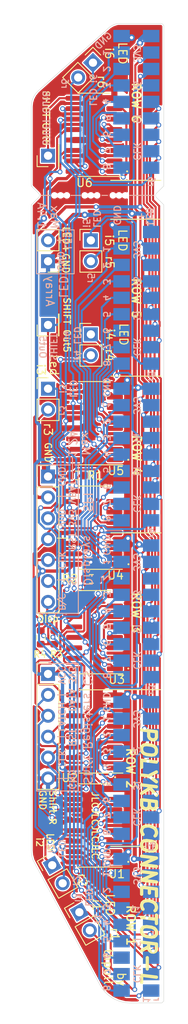
<source format=kicad_pcb>
(kicad_pcb (version 20171130) (host pcbnew "(5.1.9)-1")
  (layers (0 F.Cu signal) (31 B.Cu signal) (34 B.Paste user) (35 F.Paste user hide) (36 B.SilkS user) (37 F.SilkS user) (38 B.Mask user hide) (39 F.Mask user hide) (44 Edge.Cuts user))
  (net 0 "")
  (net 1 48)
  (net 2 47)
  (net 3 46)
  (net 4 45)
  (net 5 41)
  (net 6 42)
  (net 7 43)
  (net 8 44)
  (net 9 r6)
  (net 10 CLK)
  (net 11 D\C)
  (net 12 VLED)
  (net 13 SI)
  (net 14 VDD_3V3)
  (net 15 VBAT)
  (net 16 RST)
  (net 17 40)
  (net 18 39)
  (net 19 38)
  (net 20 37)
  (net 21 33)
  (net 22 34)
  (net 23 35)
  (net 24 36)
  (net 25 r5)
  (net 26 32)
  (net 27 31)
  (net 28 30)
  (net 29 29)
  (net 30 25)
  (net 31 26)
  (net 32 27)
  (net 33 28)
  (net 34 r4)
  (net 35 24)
  (net 36 23)
  (net 37 22)
  (net 38 21)
  (net 39 17)
  (net 40 18)
  (net 41 19)
  (net 42 20)
  (net 43 r3)
  (net 44 16)
  (net 45 15)
  (net 46 14)
  (net 47 13)
  (net 48 9)
  (net 49 10)
  (net 50 11)
  (net 51 12)
  (net 52 r2)
  (net 53 8)
  (net 54 7)
  (net 55 6)
  (net 56 5)
  (net 57 1)
  (net 58 2)
  (net 59 3)
  (net 60 4)
  (net 61 r1)
  (net 62 SHIFTR_CLK)
  (net 63 SHIFTR_RST)
  (net 64 SHIFTR_LATCH_CLK)
  (net 65 SHIFTR_DATA)
  (net 66 +3V3)
  (net 67 SHIFTR_OUT)
  (net 68 GND)
  (net 69 LedIn1)
  (net 70 LedIn2)
  (net 71 LedIn3)
  (net 72 LedIn4)
  (net 73 LedIn5)
  (net 74 LedIn6)
  (net 75 "Net-(U1-Pad9)")
  (net 76 "Net-(U2-Pad9)")
  (net 77 "Net-(U3-Pad9)")
  (net 78 "Net-(U4-Pad9)")
  (net 79 SHIFTR_AOUT)
  (module poly_kb:AtomConnect2 (layer B.Cu) (at 93.309 100.965 270)
    (fp_text reference J6 hide)
    (fp_text value Conn_01x09)
    (pad 9 smd rect (at 8 0 270) (size 1.5 2) (layers B.Cu B.Mask) (net 43 r3))
    (pad 8 smd rect (at 6 0 270) (size 1.5 2) (layers B.Cu B.Mask) (net 10 CLK))
    (pad 7 smd rect (at 4 0 270) (size 1.5 2) (layers B.Cu B.Mask) (net 11 D\C))
    (pad 6 smd rect (at 2 0 270) (size 1.5 2) (layers B.Cu B.Mask) (net 13 SI))
    (pad 5 smd rect (at 0 0 270) (size 1.5 2) (layers B.Cu B.Mask) (net 16 RST))
    (pad 4 smd rect (at -2 0 270) (size 1.5 2) (layers B.Cu B.Mask) (net 71 LedIn3))
    (pad 3 smd rect (at -4 0 270) (size 1.5 2) (layers B.Cu B.Mask) (net 15 VBAT))
    (pad 2 smd rect (at -6 0 270) (size 1.5 2) (layers B.Cu B.Mask) (net 14 VDD_3V3))
    (pad 1 smd rect (at -8 0 270) (size 1.5 2) (layers B.Cu B.Mask) (net 12 VLED))
  )
  (module poly_kb:mouse-bite-3x (layer F.Cu) (at 89.4073 50.4197)
    (fp_text reference mouse-bite-2mm-slot hide)
    (fp_text value VAL** hide)
    (pad "" np_thru_hole circle (at 0.7552 -0.0007) (size 0.5 0.5) (drill 0.5) (layers *.Cu *.Mask))
    (pad "" np_thru_hole circle (at 0.0007 -0.0007) (size 0.5 0.5) (drill 0.5) (layers *.Cu *.Mask))
    (pad "" np_thru_hole circle (at -0.7493 -0.0007) (size 0.5 0.5) (drill 0.5) (layers *.Cu *.Mask))
  )
  (module poly_kb:mouse-bite-3x (layer F.Cu) (at 85.979 50.419)
    (fp_text reference mouse-bite-2mm-slot hide)
    (fp_text value VAL** hide)
    (pad "" np_thru_hole circle (at 0.7552 -0.0007) (size 0.5 0.5) (drill 0.5) (layers *.Cu *.Mask))
    (pad "" np_thru_hole circle (at 0.0007 -0.0007) (size 0.5 0.5) (drill 0.5) (layers *.Cu *.Mask))
    (pad "" np_thru_hole circle (at -0.7493 -0.0007) (size 0.5 0.5) (drill 0.5) (layers *.Cu *.Mask))
  )
  (module poly_kb:mouse-bite-3x (layer F.Cu) (at 82.296 50.419)
    (fp_text reference mouse-bite-2mm-slot hide)
    (fp_text value VAL** hide)
    (pad "" np_thru_hole circle (at 0.7552 -0.0007) (size 0.5 0.5) (drill 0.5) (layers *.Cu *.Mask))
    (pad "" np_thru_hole circle (at 0.0007 -0.0007) (size 0.5 0.5) (drill 0.5) (layers *.Cu *.Mask))
    (pad "" np_thru_hole circle (at -0.7493 -0.0007) (size 0.5 0.5) (drill 0.5) (layers *.Cu *.Mask))
  )
  (module Connector_PinHeader_2.54mm:PinHeader_1x02_P2.54mm_Vertical (layer F.Cu) (at 80.772 58.42 180)
    (fp_text reference J16 hide)
    (fp_text value Conn_01x02)
    (pad 2 thru_hole oval (at 0 2.54 180) (size 1.7 1.7) (drill 1) (layers *.Cu *.Mask) (net 12 VLED))
    (pad 1 thru_hole rect (at 0 0 180) (size 1.7 1.7) (drill 1) (layers *.Cu *.Mask) (net 68 GND))
  )
  (module Connector_PinHeader_2.54mm:PinHeader_1x02_P2.54mm_Vertical (layer F.Cu) (at 86.233 34.29 315)
    (fp_text reference J26 hide)
    (fp_text value Conn_01x02)
    (pad 2 thru_hole oval (at 0 2.54 315) (size 1.7 1.7) (drill 1) (layers *.Cu *.Mask) (net 9 r6))
    (pad 1 thru_hole rect (at 0 0 315) (size 1.7 1.7) (drill 1) (layers *.Cu *.Mask) (net 74 LedIn6))
  )
  (module Connector_PinHeader_2.54mm:PinHeader_1x02_P2.54mm_Vertical (layer F.Cu) (at 85.979 55.88)
    (fp_text reference J25 hide)
    (fp_text value Conn_01x02)
    (pad 2 thru_hole oval (at 0 2.54) (size 1.7 1.7) (drill 1) (layers *.Cu *.Mask) (net 25 r5))
    (pad 1 thru_hole rect (at 0 0) (size 1.7 1.7) (drill 1) (layers *.Cu *.Mask) (net 73 LedIn5))
  )
  (module Connector_PinHeader_2.54mm:PinHeader_1x02_P2.54mm_Vertical (layer F.Cu) (at 85.979 67.31)
    (fp_text reference J24 hide)
    (fp_text value Conn_01x02)
    (pad 2 thru_hole oval (at 0 2.54) (size 1.7 1.7) (drill 1) (layers *.Cu *.Mask) (net 34 r4))
    (pad 1 thru_hole rect (at 0 0) (size 1.7 1.7) (drill 1) (layers *.Cu *.Mask) (net 72 LedIn4))
  )
  (module Connector_PinHeader_2.54mm:PinHeader_1x02_P2.54mm_Vertical (layer F.Cu) (at 80.772 73.914)
    (fp_text reference J23 hide)
    (fp_text value Conn_01x02)
    (pad 2 thru_hole oval (at 0 2.54) (size 1.7 1.7) (drill 1) (layers *.Cu *.Mask) (net 43 r3))
    (pad 1 thru_hole rect (at 0 0) (size 1.7 1.7) (drill 1) (layers *.Cu *.Mask) (net 71 LedIn3))
  )
  (module Connector_PinHeader_2.54mm:PinHeader_1x02_P2.54mm_Vertical (layer F.Cu) (at 81.28 131.826 30)
    (fp_text reference J22 hide)
    (fp_text value Conn_01x02)
    (pad 2 thru_hole oval (at 0 2.54 30) (size 1.7 1.7) (drill 1) (layers *.Cu *.Mask) (net 52 r2))
    (pad 1 thru_hole rect (at 0 0 30) (size 1.7 1.7) (drill 1) (layers *.Cu *.Mask) (net 70 LedIn2))
  )
  (module Connector_PinHeader_2.54mm:PinHeader_1x02_P2.54mm_Vertical (layer F.Cu) (at 84.582 137.541 30)
    (fp_text reference J21 hide)
    (fp_text value Conn_01x02)
    (pad 2 thru_hole oval (at 0 2.54 30) (size 1.7 1.7) (drill 1) (layers *.Cu *.Mask) (net 61 r1))
    (pad 1 thru_hole rect (at 0 0 30) (size 1.7 1.7) (drill 1) (layers *.Cu *.Mask) (net 69 LedIn1))
  )
  (module Connector_PinHeader_2.54mm:PinHeader_1x01_P2.54mm_Vertical (layer F.Cu) (at 80.772 66.167 90)
    (fp_text reference J17 hide)
    (fp_text value Conn_01x01)
    (pad 1 thru_hole rect (at 0 0 90) (size 1.7 1.7) (drill 1) (layers *.Cu *.Mask) (net 79 SHIFTR_AOUT))
  )
  (module Package_SO:SOIC-16_3.9x9.9mm_P1.27mm (layer F.Cu) (at 86.36 43.053 180)
    (fp_text reference U6 (at 1.1557 -5.8293) (layer F.SilkS))
    (fp_text value 74HCT595)
    (pad 16 smd roundrect (at 2.475 -4.445 180) (size 1.95 0.6) (layers F.Cu F.Paste F.Mask) (net 66 +3V3))
    (pad 15 smd roundrect (at 2.475 -3.175 180) (size 1.95 0.6) (layers F.Cu F.Paste F.Mask) (net 5 41))
    (pad 14 smd roundrect (at 2.475 -1.905 180) (size 1.95 0.6) (layers F.Cu F.Paste F.Mask) (net 79 SHIFTR_AOUT))
    (pad 13 smd roundrect (at 2.475 -0.635 180) (size 1.95 0.6) (layers F.Cu F.Paste F.Mask) (net 68 GND))
    (pad 12 smd roundrect (at 2.475 0.635 180) (size 1.95 0.6) (layers F.Cu F.Paste F.Mask) (net 64 SHIFTR_LATCH_CLK))
    (pad 11 smd roundrect (at 2.475 1.905 180) (size 1.95 0.6) (layers F.Cu F.Paste F.Mask) (net 62 SHIFTR_CLK))
    (pad 10 smd roundrect (at 2.475 3.175 180) (size 1.95 0.6) (layers F.Cu F.Paste F.Mask) (net 63 SHIFTR_RST))
    (pad 9 smd roundrect (at 2.475 4.445 180) (size 1.95 0.6) (layers F.Cu F.Paste F.Mask) (net 67 SHIFTR_OUT))
    (pad 8 smd roundrect (at -2.475 4.445 180) (size 1.95 0.6) (layers F.Cu F.Paste F.Mask) (net 68 GND))
    (pad 7 smd roundrect (at -2.475 3.175 180) (size 1.95 0.6) (layers F.Cu F.Paste F.Mask) (net 1 48))
    (pad 6 smd roundrect (at -2.475 1.905 180) (size 1.95 0.6) (layers F.Cu F.Paste F.Mask) (net 2 47))
    (pad 5 smd roundrect (at -2.475 0.635 180) (size 1.95 0.6) (layers F.Cu F.Paste F.Mask) (net 3 46))
    (pad 4 smd roundrect (at -2.475 -0.635 180) (size 1.95 0.6) (layers F.Cu F.Paste F.Mask) (net 4 45))
    (pad 3 smd roundrect (at -2.475 -1.905 180) (size 1.95 0.6) (layers F.Cu F.Paste F.Mask) (net 8 44))
    (pad 2 smd roundrect (at -2.475 -3.175 180) (size 1.95 0.6) (layers F.Cu F.Paste F.Mask) (net 7 43))
    (pad 1 smd roundrect (at -2.475 -4.445 180) (size 1.95 0.6) (layers F.Cu F.Paste F.Mask) (net 6 42))
  )
  (module Package_SO:SOIC-16_3.9x9.9mm_P1.27mm (layer F.Cu) (at 86.425 78.105 180)
    (fp_text reference U5 (at -2.602 -5.7912) (layer F.SilkS))
    (fp_text value 74HCT595)
    (pad 16 smd roundrect (at 2.475 -4.445 180) (size 1.95 0.6) (layers F.Cu F.Paste F.Mask) (net 66 +3V3))
    (pad 15 smd roundrect (at 2.475 -3.175 180) (size 1.95 0.6) (layers F.Cu F.Paste F.Mask) (net 21 33))
    (pad 14 smd roundrect (at 2.475 -1.905 180) (size 1.95 0.6) (layers F.Cu F.Paste F.Mask) (net 78 "Net-(U4-Pad9)"))
    (pad 13 smd roundrect (at 2.475 -0.635 180) (size 1.95 0.6) (layers F.Cu F.Paste F.Mask) (net 68 GND))
    (pad 12 smd roundrect (at 2.475 0.635 180) (size 1.95 0.6) (layers F.Cu F.Paste F.Mask) (net 64 SHIFTR_LATCH_CLK))
    (pad 11 smd roundrect (at 2.475 1.905 180) (size 1.95 0.6) (layers F.Cu F.Paste F.Mask) (net 62 SHIFTR_CLK))
    (pad 10 smd roundrect (at 2.475 3.175 180) (size 1.95 0.6) (layers F.Cu F.Paste F.Mask) (net 63 SHIFTR_RST))
    (pad 9 smd roundrect (at 2.475 4.445 180) (size 1.95 0.6) (layers F.Cu F.Paste F.Mask) (net 79 SHIFTR_AOUT))
    (pad 8 smd roundrect (at -2.475 4.445 180) (size 1.95 0.6) (layers F.Cu F.Paste F.Mask) (net 68 GND))
    (pad 7 smd roundrect (at -2.475 3.175 180) (size 1.95 0.6) (layers F.Cu F.Paste F.Mask) (net 17 40))
    (pad 6 smd roundrect (at -2.475 1.905 180) (size 1.95 0.6) (layers F.Cu F.Paste F.Mask) (net 18 39))
    (pad 5 smd roundrect (at -2.475 0.635 180) (size 1.95 0.6) (layers F.Cu F.Paste F.Mask) (net 19 38))
    (pad 4 smd roundrect (at -2.475 -0.635 180) (size 1.95 0.6) (layers F.Cu F.Paste F.Mask) (net 20 37))
    (pad 3 smd roundrect (at -2.475 -1.905 180) (size 1.95 0.6) (layers F.Cu F.Paste F.Mask) (net 24 36))
    (pad 2 smd roundrect (at -2.475 -3.175 180) (size 1.95 0.6) (layers F.Cu F.Paste F.Mask) (net 23 35))
    (pad 1 smd roundrect (at -2.475 -4.445 180) (size 1.95 0.6) (layers F.Cu F.Paste F.Mask) (net 22 34))
  )
  (module Package_SO:SOIC-16_3.9x9.9mm_P1.27mm (layer F.Cu) (at 86.36 90.805 180)
    (fp_text reference U4 (at -2.6162 -5.7912) (layer F.SilkS))
    (fp_text value 74HCT595)
    (pad 16 smd roundrect (at 2.475 -4.445 180) (size 1.95 0.6) (layers F.Cu F.Paste F.Mask) (net 66 +3V3))
    (pad 15 smd roundrect (at 2.475 -3.175 180) (size 1.95 0.6) (layers F.Cu F.Paste F.Mask) (net 30 25))
    (pad 14 smd roundrect (at 2.475 -1.905 180) (size 1.95 0.6) (layers F.Cu F.Paste F.Mask) (net 77 "Net-(U3-Pad9)"))
    (pad 13 smd roundrect (at 2.475 -0.635 180) (size 1.95 0.6) (layers F.Cu F.Paste F.Mask) (net 68 GND))
    (pad 12 smd roundrect (at 2.475 0.635 180) (size 1.95 0.6) (layers F.Cu F.Paste F.Mask) (net 64 SHIFTR_LATCH_CLK))
    (pad 11 smd roundrect (at 2.475 1.905 180) (size 1.95 0.6) (layers F.Cu F.Paste F.Mask) (net 62 SHIFTR_CLK))
    (pad 10 smd roundrect (at 2.475 3.175 180) (size 1.95 0.6) (layers F.Cu F.Paste F.Mask) (net 63 SHIFTR_RST))
    (pad 9 smd roundrect (at 2.475 4.445 180) (size 1.95 0.6) (layers F.Cu F.Paste F.Mask) (net 78 "Net-(U4-Pad9)"))
    (pad 8 smd roundrect (at -2.475 4.445 180) (size 1.95 0.6) (layers F.Cu F.Paste F.Mask) (net 68 GND))
    (pad 7 smd roundrect (at -2.475 3.175 180) (size 1.95 0.6) (layers F.Cu F.Paste F.Mask) (net 26 32))
    (pad 6 smd roundrect (at -2.475 1.905 180) (size 1.95 0.6) (layers F.Cu F.Paste F.Mask) (net 27 31))
    (pad 5 smd roundrect (at -2.475 0.635 180) (size 1.95 0.6) (layers F.Cu F.Paste F.Mask) (net 28 30))
    (pad 4 smd roundrect (at -2.475 -0.635 180) (size 1.95 0.6) (layers F.Cu F.Paste F.Mask) (net 29 29))
    (pad 3 smd roundrect (at -2.475 -1.905 180) (size 1.95 0.6) (layers F.Cu F.Paste F.Mask) (net 33 28))
    (pad 2 smd roundrect (at -2.475 -3.175 180) (size 1.95 0.6) (layers F.Cu F.Paste F.Mask) (net 32 27))
    (pad 1 smd roundrect (at -2.475 -4.445 180) (size 1.95 0.6) (layers F.Cu F.Paste F.Mask) (net 31 26))
  )
  (module Package_SO:SOIC-16_3.9x9.9mm_P1.27mm (layer F.Cu) (at 86.425 103.505 180)
    (fp_text reference U3 (at -2.7036 -5.7658) (layer F.SilkS))
    (fp_text value 74HCT595)
    (pad 16 smd roundrect (at 2.475 -4.445 180) (size 1.95 0.6) (layers F.Cu F.Paste F.Mask) (net 66 +3V3))
    (pad 15 smd roundrect (at 2.475 -3.175 180) (size 1.95 0.6) (layers F.Cu F.Paste F.Mask) (net 39 17))
    (pad 14 smd roundrect (at 2.475 -1.905 180) (size 1.95 0.6) (layers F.Cu F.Paste F.Mask) (net 76 "Net-(U2-Pad9)"))
    (pad 13 smd roundrect (at 2.475 -0.635 180) (size 1.95 0.6) (layers F.Cu F.Paste F.Mask) (net 68 GND))
    (pad 12 smd roundrect (at 2.475 0.635 180) (size 1.95 0.6) (layers F.Cu F.Paste F.Mask) (net 64 SHIFTR_LATCH_CLK))
    (pad 11 smd roundrect (at 2.475 1.905 180) (size 1.95 0.6) (layers F.Cu F.Paste F.Mask) (net 62 SHIFTR_CLK))
    (pad 10 smd roundrect (at 2.475 3.175 180) (size 1.95 0.6) (layers F.Cu F.Paste F.Mask) (net 63 SHIFTR_RST))
    (pad 9 smd roundrect (at 2.475 4.445 180) (size 1.95 0.6) (layers F.Cu F.Paste F.Mask) (net 77 "Net-(U3-Pad9)"))
    (pad 8 smd roundrect (at -2.475 4.445 180) (size 1.95 0.6) (layers F.Cu F.Paste F.Mask) (net 68 GND))
    (pad 7 smd roundrect (at -2.475 3.175 180) (size 1.95 0.6) (layers F.Cu F.Paste F.Mask) (net 35 24))
    (pad 6 smd roundrect (at -2.475 1.905 180) (size 1.95 0.6) (layers F.Cu F.Paste F.Mask) (net 36 23))
    (pad 5 smd roundrect (at -2.475 0.635 180) (size 1.95 0.6) (layers F.Cu F.Paste F.Mask) (net 37 22))
    (pad 4 smd roundrect (at -2.475 -0.635 180) (size 1.95 0.6) (layers F.Cu F.Paste F.Mask) (net 38 21))
    (pad 3 smd roundrect (at -2.475 -1.905 180) (size 1.95 0.6) (layers F.Cu F.Paste F.Mask) (net 42 20))
    (pad 2 smd roundrect (at -2.475 -3.175 180) (size 1.95 0.6) (layers F.Cu F.Paste F.Mask) (net 41 19))
    (pad 1 smd roundrect (at -2.475 -4.445 180) (size 1.95 0.6) (layers F.Cu F.Paste F.Mask) (net 40 18))
  )
  (module Package_SO:SOIC-16_3.9x9.9mm_P1.27mm (layer F.Cu) (at 86.425 115.57 180)
    (fp_text reference U2 (at 3.0114 -5.6388) (layer F.SilkS))
    (fp_text value 74HCT595)
    (pad 16 smd roundrect (at 2.475 -4.445 180) (size 1.95 0.6) (layers F.Cu F.Paste F.Mask) (net 66 +3V3))
    (pad 15 smd roundrect (at 2.475 -3.175 180) (size 1.95 0.6) (layers F.Cu F.Paste F.Mask) (net 48 9))
    (pad 14 smd roundrect (at 2.475 -1.905 180) (size 1.95 0.6) (layers F.Cu F.Paste F.Mask) (net 75 "Net-(U1-Pad9)"))
    (pad 13 smd roundrect (at 2.475 -0.635 180) (size 1.95 0.6) (layers F.Cu F.Paste F.Mask) (net 68 GND))
    (pad 12 smd roundrect (at 2.475 0.635 180) (size 1.95 0.6) (layers F.Cu F.Paste F.Mask) (net 64 SHIFTR_LATCH_CLK))
    (pad 11 smd roundrect (at 2.475 1.905 180) (size 1.95 0.6) (layers F.Cu F.Paste F.Mask) (net 62 SHIFTR_CLK))
    (pad 10 smd roundrect (at 2.475 3.175 180) (size 1.95 0.6) (layers F.Cu F.Paste F.Mask) (net 63 SHIFTR_RST))
    (pad 9 smd roundrect (at 2.475 4.445 180) (size 1.95 0.6) (layers F.Cu F.Paste F.Mask) (net 76 "Net-(U2-Pad9)"))
    (pad 8 smd roundrect (at -2.475 4.445 180) (size 1.95 0.6) (layers F.Cu F.Paste F.Mask) (net 68 GND))
    (pad 7 smd roundrect (at -2.475 3.175 180) (size 1.95 0.6) (layers F.Cu F.Paste F.Mask) (net 44 16))
    (pad 6 smd roundrect (at -2.475 1.905 180) (size 1.95 0.6) (layers F.Cu F.Paste F.Mask) (net 45 15))
    (pad 5 smd roundrect (at -2.475 0.635 180) (size 1.95 0.6) (layers F.Cu F.Paste F.Mask) (net 46 14))
    (pad 4 smd roundrect (at -2.475 -0.635 180) (size 1.95 0.6) (layers F.Cu F.Paste F.Mask) (net 47 13))
    (pad 3 smd roundrect (at -2.475 -1.905 180) (size 1.95 0.6) (layers F.Cu F.Paste F.Mask) (net 51 12))
    (pad 2 smd roundrect (at -2.475 -3.175 180) (size 1.95 0.6) (layers F.Cu F.Paste F.Mask) (net 50 11))
    (pad 1 smd roundrect (at -2.475 -4.445 180) (size 1.95 0.6) (layers F.Cu F.Paste F.Mask) (net 49 10))
  )
  (module Package_SO:SOIC-16_3.9x9.9mm_P1.27mm (layer F.Cu) (at 86.36 127 180)
    (fp_text reference U1 (at -2.7686 -5.8928) (layer F.SilkS))
    (fp_text value 74HCT595)
    (pad 16 smd roundrect (at 2.475 -4.445 180) (size 1.95 0.6) (layers F.Cu F.Paste F.Mask) (net 66 +3V3))
    (pad 15 smd roundrect (at 2.475 -3.175 180) (size 1.95 0.6) (layers F.Cu F.Paste F.Mask) (net 57 1))
    (pad 14 smd roundrect (at 2.475 -1.905 180) (size 1.95 0.6) (layers F.Cu F.Paste F.Mask) (net 65 SHIFTR_DATA))
    (pad 13 smd roundrect (at 2.475 -0.635 180) (size 1.95 0.6) (layers F.Cu F.Paste F.Mask) (net 68 GND))
    (pad 12 smd roundrect (at 2.475 0.635 180) (size 1.95 0.6) (layers F.Cu F.Paste F.Mask) (net 64 SHIFTR_LATCH_CLK))
    (pad 11 smd roundrect (at 2.475 1.905 180) (size 1.95 0.6) (layers F.Cu F.Paste F.Mask) (net 62 SHIFTR_CLK))
    (pad 10 smd roundrect (at 2.475 3.175 180) (size 1.95 0.6) (layers F.Cu F.Paste F.Mask) (net 63 SHIFTR_RST))
    (pad 9 smd roundrect (at 2.475 4.445 180) (size 1.95 0.6) (layers F.Cu F.Paste F.Mask) (net 75 "Net-(U1-Pad9)"))
    (pad 8 smd roundrect (at -2.475 4.445 180) (size 1.95 0.6) (layers F.Cu F.Paste F.Mask) (net 68 GND))
    (pad 7 smd roundrect (at -2.475 3.175 180) (size 1.95 0.6) (layers F.Cu F.Paste F.Mask) (net 53 8))
    (pad 6 smd roundrect (at -2.475 1.905 180) (size 1.95 0.6) (layers F.Cu F.Paste F.Mask) (net 54 7))
    (pad 5 smd roundrect (at -2.475 0.635 180) (size 1.95 0.6) (layers F.Cu F.Paste F.Mask) (net 55 6))
    (pad 4 smd roundrect (at -2.475 -0.635 180) (size 1.95 0.6) (layers F.Cu F.Paste F.Mask) (net 56 5))
    (pad 3 smd roundrect (at -2.475 -1.905 180) (size 1.95 0.6) (layers F.Cu F.Paste F.Mask) (net 60 4))
    (pad 2 smd roundrect (at -2.475 -3.175 180) (size 1.95 0.6) (layers F.Cu F.Paste F.Mask) (net 59 3))
    (pad 1 smd roundrect (at -2.475 -4.445 180) (size 1.95 0.6) (layers F.Cu F.Paste F.Mask) (net 58 2))
  )
  (module Resistor_SMD:R_0603_1608Metric (layer F.Cu) (at 79.883 104.14 90)
    (fp_text reference R4 (at -2.0574 -0.1016 180) (layer F.SilkS) (effects (font (size 0.8 0.8))))
    (fp_text value 1M)
    (pad 2 smd roundrect (at 0.825 0 90) (size 0.8 0.95) (layers F.Cu F.Paste F.Mask) (net 11 D\C))
    (pad 1 smd roundrect (at -0.825 0 90) (size 0.8 0.95) (layers F.Cu F.Paste F.Mask) (net 14 VDD_3V3))
  )
  (module Resistor_SMD:R_0603_1608Metric (layer F.Cu) (at 81.534 104.14 90)
    (fp_text reference R3 (at -2.0574 0.2794 180) (layer F.SilkS) (effects (font (size 0.8 0.8))))
    (fp_text value 1M)
    (pad 2 smd roundrect (at 0.825 0 90) (size 0.8 0.95) (layers F.Cu F.Paste F.Mask) (net 13 SI))
    (pad 1 smd roundrect (at -0.825 0 90) (size 0.8 0.95) (layers F.Cu F.Paste F.Mask) (net 14 VDD_3V3))
  )
  (module Resistor_SMD:R_0603_1608Metric (layer F.Cu) (at 86.042 97.028 180)
    (fp_text reference R2 (at 2.603 0) (layer F.SilkS))
    (fp_text value 1M)
    (pad 2 smd roundrect (at 0.825 0 180) (size 0.8 0.95) (layers F.Cu F.Paste F.Mask) (net 10 CLK))
    (pad 1 smd roundrect (at -0.825 0 180) (size 0.8 0.95) (layers F.Cu F.Paste F.Mask) (net 14 VDD_3V3))
  )
  (module Resistor_SMD:R_0603_1608Metric (layer F.Cu) (at 84.328 84.455)
    (fp_text reference R1 (at 2.159 0) (layer F.SilkS))
    (fp_text value 1M)
    (pad 2 smd roundrect (at 0.825 0) (size 0.8 0.95) (layers F.Cu F.Paste F.Mask) (net 16 RST))
    (pad 1 smd roundrect (at -0.825 0) (size 0.8 0.95) (layers F.Cu F.Paste F.Mask) (net 14 VDD_3V3))
  )
  (module Connector_PinHeader_2.54mm:PinHeader_1x01_P2.54mm_Vertical (layer F.Cu) (at 80.772 45.593 90)
    (fp_text reference J15 hide)
    (fp_text value Conn_01x01)
    (pad 1 thru_hole rect (at 0 0 90) (size 1.7 1.7) (drill 1) (layers *.Cu *.Mask) (net 67 SHIFTR_OUT))
  )
  (module Connector_PinHeader_2.54mm:PinHeader_1x06_P2.54mm_Vertical (layer F.Cu) (at 80.772 108.585)
    (fp_text reference J14 hide)
    (fp_text value Conn_01x06)
    (pad 6 thru_hole oval (at 0 12.7) (size 1.7 1.7) (drill 1) (layers *.Cu *.Mask) (net 68 GND))
    (pad 5 thru_hole oval (at 0 10.16) (size 1.7 1.7) (drill 1) (layers *.Cu *.Mask) (net 62 SHIFTR_CLK))
    (pad 4 thru_hole oval (at 0 7.62) (size 1.7 1.7) (drill 1) (layers *.Cu *.Mask) (net 63 SHIFTR_RST))
    (pad 3 thru_hole oval (at 0 5.08) (size 1.7 1.7) (drill 1) (layers *.Cu *.Mask) (net 64 SHIFTR_LATCH_CLK))
    (pad 2 thru_hole oval (at 0 2.54) (size 1.7 1.7) (drill 1) (layers *.Cu *.Mask) (net 65 SHIFTR_DATA))
    (pad 1 thru_hole rect (at 0 0) (size 1.7 1.7) (drill 1) (layers *.Cu *.Mask) (net 66 +3V3))
  )
  (module Connector_PinHeader_2.54mm:PinHeader_1x07_P2.54mm_Vertical (layer F.Cu) (at 80.772 84.582)
    (fp_text reference J13 hide)
    (fp_text value Conn_01x07)
    (pad 7 thru_hole oval (at 0 15.24) (size 1.7 1.7) (drill 1) (layers *.Cu *.Mask) (net 11 D\C))
    (pad 6 thru_hole oval (at 0 12.7) (size 1.7 1.7) (drill 1) (layers *.Cu *.Mask) (net 13 SI))
    (pad 5 thru_hole oval (at 0 10.16) (size 1.7 1.7) (drill 1) (layers *.Cu *.Mask) (net 10 CLK))
    (pad 4 thru_hole oval (at 0 7.62) (size 1.7 1.7) (drill 1) (layers *.Cu *.Mask) (net 16 RST))
    (pad 3 thru_hole oval (at 0 5.08) (size 1.7 1.7) (drill 1) (layers *.Cu *.Mask) (net 14 VDD_3V3))
    (pad 2 thru_hole oval (at 0 2.54) (size 1.7 1.7) (drill 1) (layers *.Cu *.Mask) (net 15 VBAT))
    (pad 1 thru_hole rect (at 0 0) (size 1.7 1.7) (drill 1) (layers *.Cu *.Mask) (net 68 GND))
  )
  (module poly_kb:AtomConnect2 (layer B.Cu) (at 93.309 39.0525 270)
    (fp_text reference J12 hide)
    (fp_text value Conn_01x09)
    (pad 9 smd rect (at 8 0 270) (size 1.5 2) (layers B.Cu B.Mask) (net 9 r6))
    (pad 8 smd rect (at 6 0 270) (size 1.5 2) (layers B.Cu B.Mask) (net 10 CLK))
    (pad 7 smd rect (at 4 0 270) (size 1.5 2) (layers B.Cu B.Mask) (net 11 D\C))
    (pad 6 smd rect (at 2 0 270) (size 1.5 2) (layers B.Cu B.Mask) (net 13 SI))
    (pad 5 smd rect (at 0 0 270) (size 1.5 2) (layers B.Cu B.Mask) (net 16 RST))
    (pad 4 smd rect (at -2 0 270) (size 1.5 2) (layers B.Cu B.Mask) (net 74 LedIn6))
    (pad 3 smd rect (at -4 0 270) (size 1.5 2) (layers B.Cu B.Mask) (net 15 VBAT))
    (pad 2 smd rect (at -6 0 270) (size 1.5 2) (layers B.Cu B.Mask) (net 14 VDD_3V3))
    (pad 1 smd rect (at -8 0 270) (size 1.5 2) (layers B.Cu B.Mask) (net 12 VLED))
  )
  (module poly_kb:AtomConnect2 (layer B.Cu) (at 89.709 39.0525 270)
    (fp_text reference J11 hide)
    (fp_text value Conn_01x09)
    (pad 9 smd rect (at 8 0 270) (size 1.5 2) (layers B.Cu B.Mask) (net 1 48))
    (pad 8 smd rect (at 6 0 270) (size 1.5 2) (layers B.Cu B.Mask) (net 2 47))
    (pad 7 smd rect (at 4 0 270) (size 1.5 2) (layers B.Cu B.Mask) (net 3 46))
    (pad 6 smd rect (at 2 0 270) (size 1.5 2) (layers B.Cu B.Mask) (net 4 45))
    (pad 5 smd rect (at 0 0 270) (size 1.5 2) (layers B.Cu B.Mask) (net 8 44))
    (pad 4 smd rect (at -2 0 270) (size 1.5 2) (layers B.Cu B.Mask) (net 7 43))
    (pad 3 smd rect (at -4 0 270) (size 1.5 2) (layers B.Cu B.Mask) (net 6 42))
    (pad 2 smd rect (at -6 0 270) (size 1.5 2) (layers B.Cu B.Mask) (net 5 41))
    (pad 1 smd rect (at -8 0 270) (size 1.5 2) (layers B.Cu B.Mask) (net 68 GND))
  )
  (module poly_kb:AtomConnect2 (layer B.Cu) (at 93.309 62.865 270)
    (fp_text reference J10 hide)
    (fp_text value Conn_01x09)
    (pad 9 smd rect (at 8 0 270) (size 1.5 2) (layers B.Cu B.Mask) (net 25 r5))
    (pad 8 smd rect (at 6 0 270) (size 1.5 2) (layers B.Cu B.Mask) (net 10 CLK))
    (pad 7 smd rect (at 4 0 270) (size 1.5 2) (layers B.Cu B.Mask) (net 11 D\C))
    (pad 6 smd rect (at 2 0 270) (size 1.5 2) (layers B.Cu B.Mask) (net 13 SI))
    (pad 5 smd rect (at 0 0 270) (size 1.5 2) (layers B.Cu B.Mask) (net 16 RST))
    (pad 4 smd rect (at -2 0 270) (size 1.5 2) (layers B.Cu B.Mask) (net 73 LedIn5))
    (pad 3 smd rect (at -4 0 270) (size 1.5 2) (layers B.Cu B.Mask) (net 15 VBAT))
    (pad 2 smd rect (at -6 0 270) (size 1.5 2) (layers B.Cu B.Mask) (net 14 VDD_3V3))
    (pad 1 smd rect (at -8 0 270) (size 1.5 2) (layers B.Cu B.Mask) (net 12 VLED))
  )
  (module poly_kb:AtomConnect2 (layer B.Cu) (at 89.709 62.865 270)
    (fp_text reference J9 hide)
    (fp_text value Conn_01x09)
    (pad 9 smd rect (at 8 0 270) (size 1.5 2) (layers B.Cu B.Mask) (net 17 40))
    (pad 8 smd rect (at 6 0 270) (size 1.5 2) (layers B.Cu B.Mask) (net 18 39))
    (pad 7 smd rect (at 4 0 270) (size 1.5 2) (layers B.Cu B.Mask) (net 19 38))
    (pad 6 smd rect (at 2 0 270) (size 1.5 2) (layers B.Cu B.Mask) (net 20 37))
    (pad 5 smd rect (at 0 0 270) (size 1.5 2) (layers B.Cu B.Mask) (net 24 36))
    (pad 4 smd rect (at -2 0 270) (size 1.5 2) (layers B.Cu B.Mask) (net 23 35))
    (pad 3 smd rect (at -4 0 270) (size 1.5 2) (layers B.Cu B.Mask) (net 22 34))
    (pad 2 smd rect (at -6 0 270) (size 1.5 2) (layers B.Cu B.Mask) (net 21 33))
    (pad 1 smd rect (at -8 0 270) (size 1.5 2) (layers B.Cu B.Mask) (net 68 GND))
  )
  (module poly_kb:AtomConnect2 (layer B.Cu) (at 93.309 81.915 270)
    (fp_text reference J8 hide)
    (fp_text value Conn_01x09)
    (pad 9 smd rect (at 8 0 270) (size 1.5 2) (layers B.Cu B.Mask) (net 34 r4))
    (pad 8 smd rect (at 6 0 270) (size 1.5 2) (layers B.Cu B.Mask) (net 10 CLK))
    (pad 7 smd rect (at 4 0 270) (size 1.5 2) (layers B.Cu B.Mask) (net 11 D\C))
    (pad 6 smd rect (at 2 0 270) (size 1.5 2) (layers B.Cu B.Mask) (net 13 SI))
    (pad 5 smd rect (at 0 0 270) (size 1.5 2) (layers B.Cu B.Mask) (net 16 RST))
    (pad 4 smd rect (at -2 0 270) (size 1.5 2) (layers B.Cu B.Mask) (net 72 LedIn4))
    (pad 3 smd rect (at -4 0 270) (size 1.5 2) (layers B.Cu B.Mask) (net 15 VBAT))
    (pad 2 smd rect (at -6 0 270) (size 1.5 2) (layers B.Cu B.Mask) (net 14 VDD_3V3))
    (pad 1 smd rect (at -8 0 270) (size 1.5 2) (layers B.Cu B.Mask) (net 12 VLED))
  )
  (module poly_kb:AtomConnect2 (layer B.Cu) (at 89.709 81.915 270)
    (fp_text reference J7 hide)
    (fp_text value Conn_01x09)
    (pad 9 smd rect (at 8 0 270) (size 1.5 2) (layers B.Cu B.Mask) (net 26 32))
    (pad 8 smd rect (at 6 0 270) (size 1.5 2) (layers B.Cu B.Mask) (net 27 31))
    (pad 7 smd rect (at 4 0 270) (size 1.5 2) (layers B.Cu B.Mask) (net 28 30))
    (pad 6 smd rect (at 2 0 270) (size 1.5 2) (layers B.Cu B.Mask) (net 29 29))
    (pad 5 smd rect (at 0 0 270) (size 1.5 2) (layers B.Cu B.Mask) (net 33 28))
    (pad 4 smd rect (at -2 0 270) (size 1.5 2) (layers B.Cu B.Mask) (net 32 27))
    (pad 3 smd rect (at -4 0 270) (size 1.5 2) (layers B.Cu B.Mask) (net 31 26))
    (pad 2 smd rect (at -6 0 270) (size 1.5 2) (layers B.Cu B.Mask) (net 30 25))
    (pad 1 smd rect (at -8 0 270) (size 1.5 2) (layers B.Cu B.Mask) (net 68 GND))
  )
  (module poly_kb:AtomConnect2 (layer B.Cu) (at 89.709 100.965 270)
    (fp_text reference J5 hide)
    (fp_text value Conn_01x09)
    (pad 9 smd rect (at 8 0 270) (size 1.5 2) (layers B.Cu B.Mask) (net 35 24))
    (pad 8 smd rect (at 6 0 270) (size 1.5 2) (layers B.Cu B.Mask) (net 36 23))
    (pad 7 smd rect (at 4 0 270) (size 1.5 2) (layers B.Cu B.Mask) (net 37 22))
    (pad 6 smd rect (at 2 0 270) (size 1.5 2) (layers B.Cu B.Mask) (net 38 21))
    (pad 5 smd rect (at 0 0 270) (size 1.5 2) (layers B.Cu B.Mask) (net 42 20))
    (pad 4 smd rect (at -2 0 270) (size 1.5 2) (layers B.Cu B.Mask) (net 41 19))
    (pad 3 smd rect (at -4 0 270) (size 1.5 2) (layers B.Cu B.Mask) (net 40 18))
    (pad 2 smd rect (at -6 0 270) (size 1.5 2) (layers B.Cu B.Mask) (net 39 17))
    (pad 1 smd rect (at -8 0 270) (size 1.5 2) (layers B.Cu B.Mask) (net 68 GND))
  )
  (module poly_kb:AtomConnect2 (layer B.Cu) (at 93.309 120.015 270)
    (fp_text reference J4 hide)
    (fp_text value Conn_01x09)
    (pad 9 smd rect (at 8 0 270) (size 1.5 2) (layers B.Cu B.Mask) (net 52 r2))
    (pad 8 smd rect (at 6 0 270) (size 1.5 2) (layers B.Cu B.Mask) (net 10 CLK))
    (pad 7 smd rect (at 4 0 270) (size 1.5 2) (layers B.Cu B.Mask) (net 11 D\C))
    (pad 6 smd rect (at 2 0 270) (size 1.5 2) (layers B.Cu B.Mask) (net 13 SI))
    (pad 5 smd rect (at 0 0 270) (size 1.5 2) (layers B.Cu B.Mask) (net 16 RST))
    (pad 4 smd rect (at -2 0 270) (size 1.5 2) (layers B.Cu B.Mask) (net 70 LedIn2))
    (pad 3 smd rect (at -4 0 270) (size 1.5 2) (layers B.Cu B.Mask) (net 15 VBAT))
    (pad 2 smd rect (at -6 0 270) (size 1.5 2) (layers B.Cu B.Mask) (net 14 VDD_3V3))
    (pad 1 smd rect (at -8 0 270) (size 1.5 2) (layers B.Cu B.Mask) (net 12 VLED))
  )
  (module poly_kb:AtomConnect2 (layer B.Cu) (at 89.709 120.015 270)
    (fp_text reference J3 hide)
    (fp_text value Conn_01x09)
    (pad 9 smd rect (at 8 0 270) (size 1.5 2) (layers B.Cu B.Mask) (net 44 16))
    (pad 8 smd rect (at 6 0 270) (size 1.5 2) (layers B.Cu B.Mask) (net 45 15))
    (pad 7 smd rect (at 4 0 270) (size 1.5 2) (layers B.Cu B.Mask) (net 46 14))
    (pad 6 smd rect (at 2 0 270) (size 1.5 2) (layers B.Cu B.Mask) (net 47 13))
    (pad 5 smd rect (at 0 0 270) (size 1.5 2) (layers B.Cu B.Mask) (net 51 12))
    (pad 4 smd rect (at -2 0 270) (size 1.5 2) (layers B.Cu B.Mask) (net 50 11))
    (pad 3 smd rect (at -4 0 270) (size 1.5 2) (layers B.Cu B.Mask) (net 49 10))
    (pad 2 smd rect (at -6 0 270) (size 1.5 2) (layers B.Cu B.Mask) (net 48 9))
    (pad 1 smd rect (at -8 0 270) (size 1.5 2) (layers B.Cu B.Mask) (net 68 GND))
  )
  (module poly_kb:AtomConnect2 (layer B.Cu) (at 93.309 139.065 270)
    (fp_text reference J2 hide)
    (fp_text value Conn_01x09)
    (pad 9 smd rect (at 8 0 270) (size 1.5 2) (layers B.Cu B.Mask) (net 61 r1))
    (pad 8 smd rect (at 6 0 270) (size 1.5 2) (layers B.Cu B.Mask) (net 10 CLK))
    (pad 7 smd rect (at 4 0 270) (size 1.5 2) (layers B.Cu B.Mask) (net 11 D\C))
    (pad 6 smd rect (at 2 0 270) (size 1.5 2) (layers B.Cu B.Mask) (net 13 SI))
    (pad 5 smd rect (at 0 0 270) (size 1.5 2) (layers B.Cu B.Mask) (net 16 RST))
    (pad 4 smd rect (at -2 0 270) (size 1.5 2) (layers B.Cu B.Mask) (net 69 LedIn1))
    (pad 3 smd rect (at -4 0 270) (size 1.5 2) (layers B.Cu B.Mask) (net 15 VBAT))
    (pad 2 smd rect (at -6 0 270) (size 1.5 2) (layers B.Cu B.Mask) (net 14 VDD_3V3))
    (pad 1 smd rect (at -8 0 270) (size 1.5 2) (layers B.Cu B.Mask) (net 12 VLED))
  )
  (module poly_kb:AtomConnect2 (layer B.Cu) (at 89.709 139.065 270)
    (fp_text reference J1 hide)
    (fp_text value Conn_01x09)
    (pad 9 smd rect (at 8 0 270) (size 1.5 2) (layers B.Cu B.Mask) (net 53 8))
    (pad 8 smd rect (at 6 0 270) (size 1.5 2) (layers B.Cu B.Mask) (net 54 7))
    (pad 7 smd rect (at 4 0 270) (size 1.5 2) (layers B.Cu B.Mask) (net 55 6))
    (pad 6 smd rect (at 2 0 270) (size 1.5 2) (layers B.Cu B.Mask) (net 56 5))
    (pad 5 smd rect (at 0 0 270) (size 1.5 2) (layers B.Cu B.Mask) (net 60 4))
    (pad 4 smd rect (at -2 0 270) (size 1.5 2) (layers B.Cu B.Mask) (net 59 3))
    (pad 3 smd rect (at -4 0 270) (size 1.5 2) (layers B.Cu B.Mask) (net 58 2))
    (pad 2 smd rect (at -6 0 270) (size 1.5 2) (layers B.Cu B.Mask) (net 57 1))
    (pad 1 smd rect (at -8 0 270) (size 1.5 2) (layers B.Cu B.Mask) (net 68 GND))
  )
  (gr_text GND (at 82.931 58.674 -90) (layer F.SilkS) (effects (font (size 0.8 0.8))))
  (gr_line (start 81.0387 50.419) (end 79.8957 50.419) (layer B.SilkS) (width 0.12))
  (gr_line (start 84.7217 50.419) (end 83.5787 50.419) (layer B.SilkS) (width 0.12))
  (gr_line (start 94.615 29.5275) (end 94.8436 29.7561) (layer Edge.Cuts) (width 0.05))
  (gr_line (start 94.615 148.5646) (end 94.8436 148.336) (layer Edge.Cuts) (width 0.05))
  (gr_line (start 84.455 83.185) (end 84.0232 83.185) (layer B.SilkS) (width 0.12))
  (gr_line (start 83.7438 82.3214) (end 83.7438 84.9884) (layer B.SilkS) (width 0.12))
  (gr_text "Max\n1.2A" (at 84.5566 80.6196 270) (layer B.SilkS) (effects (font (size 1 1)) (justify mirror)))
  (gr_text "Max\n1.4A" (at 80.800205 54.5846 -90) (layer B.SilkS) (effects (font (size 1 1)) (justify left mirror)))
  (gr_text JLCJLCJLCJLC (at 86.487 127 270) (layer F.SilkS) (effects (font (size 0.8 0.8))))
  (gr_text . (at 90.551 95.6564 180) (layer F.SilkS) (effects (font (size 1 1))))
  (gr_text . (at 90.5256 131.826 180) (layer F.SilkS) (effects (font (size 1 1))))
  (gr_text . (at 88.9254 121.539 180) (layer F.SilkS) (effects (font (size 1 1))))
  (gr_text . (at 90.5256 108.331 180) (layer F.SilkS) (effects (font (size 1 1))))
  (gr_text . (at 90.5256 82.9564 180) (layer F.SilkS) (effects (font (size 1 1))))
  (gr_text . (at 90.3859 47.9044 180) (layer F.SilkS) (effects (font (size 1 1))))
  (gr_text "Shift R" (at 81.3308 124.8156 270) (layer F.SilkS) (effects (font (size 0.8 0.8))))
  (gr_text Disp (at 80.772 101.854) (layer F.SilkS) (effects (font (size 0.8 0.8))))
  (gr_line (start 87.9856 50.419) (end 87.3506 50.419) (layer F.SilkS) (width 0.12))
  (gr_line (start 93.6371 50.419) (end 90.7161 50.419) (layer F.SilkS) (width 0.12))
  (gr_line (start 84.709 50.419) (end 83.566 50.419) (layer F.SilkS) (width 0.12))
  (gr_line (start 81.026 50.419) (end 79.883 50.419) (layer F.SilkS) (width 0.12))
  (gr_line (start 87.9983 50.419) (end 87.3633 50.419) (layer B.SilkS) (width 0.12))
  (gr_line (start 93.6498 50.419) (end 90.7288 50.419) (layer B.SilkS) (width 0.12))
  (gr_line (start 94.8436 49.276) (end 94.8436 29.7561) (layer Edge.Cuts) (width 0.05))
  (gr_line (start 93.9546 50.673) (end 94.8436 51.562) (layer Edge.Cuts) (width 0.05))
  (gr_arc (start 94.2086 50.419) (end 93.954601 50.165001) (angle -90) (layer Edge.Cuts) (width 0.05))
  (gr_line (start 93.954601 50.165001) (end 94.8436 49.276) (layer Edge.Cuts) (width 0.05))
  (gr_line (start 78.74 49.276) (end 78.74 39.624) (layer Edge.Cuts) (width 0.05))
  (gr_arc (start 79.375 50.419) (end 79.628999 50.672999) (angle -90) (layer Edge.Cuts) (width 0.05))
  (gr_line (start 79.628999 50.672999) (end 78.74 51.562) (layer Edge.Cuts) (width 0.05))
  (gr_line (start 79.629 50.165) (end 78.74 49.276) (layer Edge.Cuts) (width 0.05))
  (gr_text "ROW 6" (at 91.4908 39.1668 270) (layer F.SilkS) (effects (font (size 1 1) (thickness 0.2))))
  (gr_text "ROW 5" (at 91.4908 62.9158 270) (layer F.SilkS) (effects (font (size 1 1) (thickness 0.2))))
  (gr_text "ROW 4" (at 91.567 81.9912 270) (layer F.SilkS) (effects (font (size 1 1) (thickness 0.2))))
  (gr_text "ROW 3" (at 91.4908 101.1174 270) (layer F.SilkS) (effects (font (size 1 1) (thickness 0.2))))
  (gr_text "ROW 2" (at 90.805 120.0404 270) (layer F.SilkS) (effects (font (size 1 1) (thickness 0.2))))
  (gr_text "ROW 1" (at 90.8304 139.1412 270) (layer F.SilkS) (effects (font (size 1 1) (thickness 0.2))))
  (gr_line (start 91.7702 53.3146) (end 89.8906 53.3146) (layer F.SilkS) (width 0.12))
  (gr_line (start 92.6084 110.49) (end 88.392 110.49) (layer F.SilkS) (width 0.12))
  (gr_line (start 92.583 72.39) (end 88.4174 72.39) (layer F.SilkS) (width 0.12))
  (gr_line (start 92.7354 48.5902) (end 88.392 48.5902) (layer F.SilkS) (width 0.12))
  (gr_line (start 92.6592 129.54) (end 88.392 129.54) (layer F.SilkS) (width 0.12))
  (gr_line (start 92.6338 91.44) (end 88.4174 91.44) (layer F.SilkS) (width 0.12))
  (gr_line (start 91.2114 129.54) (end 89.8652 129.54) (layer F.SilkS) (width 0.12))
  (gr_line (start 94.4626 110.49) (end 90.3986 110.49) (layer F.SilkS) (width 0.12))
  (gr_line (start 94.5134 91.44) (end 90.2716 91.4146) (layer F.SilkS) (width 0.12))
  (gr_line (start 94.5134 72.39) (end 90.17 72.39) (layer F.SilkS) (width 0.12))
  (gr_line (start 94.488 53.3146) (end 88.392 53.3146) (layer F.SilkS) (width 0.12))
  (gr_line (start 94.488 48.5902) (end 88.392 48.5902) (layer F.SilkS) (width 0.12))
  (gr_text "    by\nthpoll" (at 88.9 144.1704 -90) (layer F.SilkS) (effects (font (size 1 1))))
  (gr_text GND (at 89.154 52.832 270) (layer B.SilkS) (effects (font (size 0.8 0.8)) (justify mirror)))
  (gr_text GND (at 87.884 73.787 270) (layer B.SilkS) (effects (font (size 0.8 0.8)) (justify mirror)))
  (gr_text GND (at 87.884 92.964 270) (layer B.SilkS) (effects (font (size 0.8 0.8)) (justify mirror)))
  (gr_text GND (at 87.884 130.937 270) (layer B.SilkS) (effects (font (size 0.8 0.8)) (justify mirror)))
  (gr_text GND (at 87.884 112.014 270) (layer B.SilkS) (effects (font (size 0.8 0.8)) (justify mirror)))
  (gr_text "POLYKB CONNECTOR-L" (at 92.964 130.6068 -90) (layer F.SilkS) (effects (font (size 1.8 1.8) (thickness 0.4) italic)))
  (gr_text "SHIFT\nOut5" (at 80.772 68.834 270) (layer B.SilkS) (effects (font (size 0.8 0.8)) (justify mirror)))
  (gr_text "SHIFT Out6" (at 80.518 41.021 -90) (layer F.SilkS) (effects (font (size 0.8 0.8))))
  (gr_text "LED i6" (at 86.233 37.592 270) (layer B.SilkS) (effects (font (size 0.8 0.8)) (justify mirror)))
  (gr_text r6 (at 82.804 36.83 270) (layer B.SilkS) (effects (font (size 0.8 0.8)) (justify mirror)))
  (gr_text + (at 92.202 52.959 270) (layer B.SilkS) (effects (font (size 0.8 0.8)) (justify mirror)))
  (gr_text LED (at 93.091 52.959 270) (layer B.SilkS) (effects (font (size 0.8 0.8)) (justify mirror)))
  (gr_text r5 (at 85.979 60.452 270) (layer B.SilkS) (effects (font (size 0.8 0.8)) (justify mirror)))
  (gr_text "LED\ni5" (at 86.0552 54.4449 -90) (layer B.SilkS) (effects (font (size 0.8 0.8)) (justify left mirror)))
  (gr_text r4 (at 84.328 69.85 270) (layer B.SilkS) (effects (font (size 0.8 0.8)) (justify mirror)))
  (gr_text "LED\ni4" (at 83.693 67.437 270) (layer B.SilkS) (effects (font (size 0.8 0.8)) (justify mirror)))
  (gr_text "LED\ni3" (at 83.185 73.914 270) (layer B.SilkS) (effects (font (size 0.8 0.8)) (justify mirror)))
  (gr_text r3 (at 82.55 76.581 270) (layer B.SilkS) (effects (font (size 0.8 0.8)) (justify mirror)))
  (gr_text "LED\ni2" (at 81.788 129.794 270) (layer B.SilkS) (effects (font (size 0.8 0.8)) (justify mirror)))
  (gr_text r2 (at 84.201 133.731 270) (layer B.SilkS) (effects (font (size 0.8 0.8)) (justify mirror)))
  (gr_text "LED\ni1" (at 85.09 135.763 270) (layer B.SilkS) (effects (font (size 0.8 0.8)) (justify mirror)))
  (gr_text r1 (at 86.868 138.303 270) (layer B.SilkS) (effects (font (size 0.8 0.8)) (justify mirror)))
  (gr_text + (at 82.296 55.88 270) (layer B.SilkS) (effects (font (size 0.8 0.8)) (justify mirror)))
  (gr_line (start 83.947 59.944) (end 83.947 54.61) (layer B.SilkS) (width 0.12))
  (gr_line (start 79.375 59.944) (end 83.947 59.944) (layer B.SilkS) (width 0.12))
  (gr_line (start 79.375 54.61) (end 79.375 59.944) (layer B.SilkS) (width 0.12))
  (gr_line (start 83.947 54.61) (end 79.375 54.61) (layer B.SilkS) (width 0.12))
  (gr_text LED (at 83.185 55.88 270) (layer B.SilkS) (effects (font (size 0.8 0.8)) (justify mirror)))
  (gr_text GND (at 82.296 58.42 270) (layer B.SilkS) (effects (font (size 0.8 0.8)) (justify mirror)))
  (gr_text "LED\nArray" (at 81.8134 60.071 -90) (layer B.SilkS) (effects (font (size 1 1)) (justify right mirror)))
  (gr_text "Displays - SPI" (at 85.598 92.202 270) (layer B.SilkS) (effects (font (size 1 1)) (justify mirror)))
  (gr_line (start 79.375 101.219) (end 79.375 83.185) (layer B.SilkS) (width 0.12))
  (gr_line (start 84.455 101.219) (end 79.375 101.219) (layer B.SilkS) (width 0.12))
  (gr_line (start 84.455 83.185) (end 84.455 101.219) (layer B.SilkS) (width 0.12))
  (gr_line (start 79.375 83.185) (end 83.4644 83.185) (layer B.SilkS) (width 0.12))
  (gr_line (start 83.185 97.155) (end 81.915 97.155) (layer B.SilkS) (width 0.12))
  (gr_line (start 83.185 92.075) (end 81.915 92.075) (layer F.SilkS) (width 0.12))
  (gr_line (start 83.185 86.995) (end 81.915 86.995) (layer B.SilkS) (width 0.12))
  (gr_text "Shift Registers CS" (at 85.598 115.062 270) (layer B.SilkS) (effects (font (size 1 1)) (justify mirror)))
  (gr_line (start 79.375 122.809) (end 79.375 107.315) (layer B.SilkS) (width 0.12))
  (gr_line (start 84.455 122.809) (end 79.375 122.809) (layer B.SilkS) (width 0.12))
  (gr_line (start 84.455 107.315) (end 84.455 122.809) (layer B.SilkS) (width 0.12))
  (gr_line (start 79.375 107.315) (end 84.455 107.315) (layer B.SilkS) (width 0.12))
  (gr_line (start 83.185 121.285) (end 81.915 121.285) (layer B.SilkS) (width 0.12))
  (gr_line (start 83.185 116.205) (end 81.915 116.205) (layer B.SilkS) (width 0.12))
  (gr_line (start 83.185 111.125) (end 81.915 111.125) (layer B.SilkS) (width 0.12))
  (gr_text GND (at 83.693 121.412 270) (layer B.SilkS) (effects (font (size 0.8 0.8)) (justify mirror)))
  (gr_text CLK (at 82.423 118.872 270) (layer B.SilkS) (effects (font (size 0.8 0.8)) (justify mirror)))
  (gr_text RST (at 83.693 116.332 270) (layer B.SilkS) (effects (font (size 0.8 0.8)) (justify mirror)))
  (gr_text LATCH (at 82.423 113.792 270) (layer B.SilkS) (effects (font (size 0.8 0.8)) (justify mirror)))
  (gr_text DATA (at 83.693 111.76 270) (layer B.SilkS) (effects (font (size 0.8 0.8)) (justify mirror)))
  (gr_text "3V3\nVCC" (at 83.058 108.712 270) (layer B.SilkS) (effects (font (size 0.8 0.8)) (justify mirror)))
  (gr_text GND (at 82.423 84.582 270) (layer B.SilkS) (effects (font (size 0.8 0.8)) (justify mirror)))
  (gr_text D\C (at 82.423 99.822 270) (layer B.SilkS) (effects (font (size 0.8 0.8)) (justify mirror)))
  (gr_text SI (at 83.693 97.282 270) (layer B.SilkS) (effects (font (size 0.8 0.8)) (justify mirror)))
  (gr_text CLK (at 82.423 94.742 270) (layer B.SilkS) (effects (font (size 0.8 0.8)) (justify mirror)))
  (gr_text RST (at 83.693 92.456 270) (layer B.SilkS) (effects (font (size 0.8 0.8)) (justify mirror)))
  (gr_text "3V3\nVDD" (at 83.058 89.662 270) (layer B.SilkS) (effects (font (size 0.8 0.8)) (justify mirror)))
  (gr_text VBAT (at 83.693 86.487 270) (layer B.SilkS) (effects (font (size 0.8 0.8)) (justify mirror)))
  (gr_text i6 (at 91.567 37.084 270) (layer B.SilkS) (effects (font (size 0.8 0.8)) (justify mirror)))
  (gr_text i5 (at 91.567 60.833 270) (layer B.SilkS) (effects (font (size 0.8 0.8)) (justify mirror)))
  (gr_text i4 (at 91.567 79.883 270) (layer B.SilkS) (effects (font (size 0.8 0.8)) (justify mirror)))
  (gr_text i3 (at 91.567 98.933 270) (layer B.SilkS) (effects (font (size 0.8 0.8)) (justify mirror)))
  (gr_text i2 (at 91.567 117.983 270) (layer B.SilkS) (effects (font (size 0.8 0.8)) (justify mirror)))
  (gr_text i1 (at 91.44 137.16 270) (layer B.SilkS) (effects (font (size 0.8 0.8)) (justify mirror)))
  (gr_text CLK (at 91.567 145.034 270) (layer B.SilkS) (effects (font (size 0.8 0.8)) (justify mirror)))
  (gr_text CLK (at 91.567 125.984 270) (layer B.SilkS) (effects (font (size 0.8 0.8)) (justify mirror)))
  (gr_text CLK (at 91.567 106.934 270) (layer B.SilkS) (effects (font (size 0.8 0.8)) (justify mirror)))
  (gr_text CLK (at 91.567 87.884 270) (layer B.SilkS) (effects (font (size 0.8 0.8)) (justify mirror)))
  (gr_text CLK (at 91.567 68.834 270) (layer B.SilkS) (effects (font (size 0.8 0.8)) (justify mirror)))
  (gr_text CLK (at 91.567 45.085 270) (layer B.SilkS) (effects (font (size 0.8 0.8)) (justify mirror)))
  (gr_text SI (at 91.567 41.148 270) (layer B.SilkS) (effects (font (size 0.8 0.8)) (justify mirror)))
  (gr_text SI (at 91.567 65.024 270) (layer B.SilkS) (effects (font (size 0.8 0.8)) (justify mirror)))
  (gr_text SI (at 91.567 83.947 270) (layer B.SilkS) (effects (font (size 0.8 0.8)) (justify mirror)))
  (gr_text SI (at 91.567 103.124 270) (layer B.SilkS) (effects (font (size 0.8 0.8)) (justify mirror)))
  (gr_text SI (at 91.567 122.174 270) (layer B.SilkS) (effects (font (size 0.8 0.8)) (justify mirror)))
  (gr_text SI (at 91.567 141.224 270) (layer B.SilkS) (effects (font (size 0.8 0.8)) (justify mirror)))
  (gr_text 3V3 (at 91.567 133.096 270) (layer B.SilkS) (effects (font (size 0.8 0.8)) (justify mirror)))
  (gr_text 3V3 (at 91.567 114.046 270) (layer B.SilkS) (effects (font (size 0.8 0.8)) (justify mirror)))
  (gr_text 3V3 (at 91.567 94.996 270) (layer B.SilkS) (effects (font (size 0.8 0.8)) (justify mirror)))
  (gr_text 3V3 (at 91.567 75.946 270) (layer B.SilkS) (effects (font (size 0.8 0.8)) (justify mirror)))
  (gr_text 3V3 (at 91.567 57.023 270) (layer B.SilkS) (effects (font (size 0.8 0.8)) (justify mirror)))
  (gr_text 3V3 (at 91.567 33.147 270) (layer B.SilkS) (effects (font (size 0.8 0.8)) (justify mirror)))
  (gr_text "r\n1" (at 93.3704 148.1582 270) (layer B.SilkS) (effects (font (size 0.8 0.8)) (justify mirror)))
  (gr_text r2 (at 93.345 129.54 270) (layer B.SilkS) (effects (font (size 0.8 0.8)) (justify mirror)))
  (gr_text r3 (at 93.345 110.49 270) (layer B.SilkS) (effects (font (size 0.8 0.8)) (justify mirror)))
  (gr_text r4 (at 93.345 91.44 270) (layer B.SilkS) (effects (font (size 0.8 0.8)) (justify mirror)))
  (gr_text r5 (at 93.345 72.39 270) (layer B.SilkS) (effects (font (size 0.8 0.8)) (justify mirror)))
  (gr_text r6 (at 93.345 48.768 270) (layer B.SilkS) (effects (font (size 0.8 0.8)) (justify mirror)))
  (gr_text "8  7  6  5  4  3  2  1" (at 87.884 139.827 -90) (layer B.SilkS) (effects (font (size 0.8 0.8)) (justify mirror)))
  (gr_text "8  7  6  5  4  3  2  1" (at 87.884 120.904 -90) (layer B.SilkS) (effects (font (size 0.8 0.8)) (justify mirror)))
  (gr_text "8  7  6  5  4  3  2  1\n" (at 87.884 101.854 -90) (layer B.SilkS) (effects (font (size 0.8 0.8)) (justify mirror)))
  (gr_text "8  7  6  5  4  3  2  1" (at 87.884 82.804 -90) (layer B.SilkS) (effects (font (size 0.8 0.8)) (justify mirror)))
  (gr_text "8  7  6  5  4  3  2  1" (at 87.884 63.881 -90) (layer B.SilkS) (effects (font (size 0.8 0.8)) (justify mirror)))
  (gr_text GND (at 80.1116 125.222 270) (layer F.SilkS) (effects (font (size 0.8 0.8)) (justify right)))
  (gr_text r2 (at 84.963 133.604 270) (layer F.SilkS) (effects (font (size 1 1))))
  (gr_text "LED\ni2" (at 80.391 129.032 270) (layer F.SilkS) (effects (font (size 0.8 0.8))))
  (gr_text r1 (at 88.9 140.208 270) (layer F.SilkS) (effects (font (size 1 1))))
  (gr_text "LED\ni1" (at 87.503 136.652 270) (layer F.SilkS) (effects (font (size 1 1))))
  (gr_text GND (at 80.772 81.661 270) (layer F.SilkS) (effects (font (size 0.8 0.8))))
  (gr_text LED+ (at 82.9818 55.8038 -90) (layer F.SilkS) (effects (font (size 0.8 0.8))))
  (gr_text "SHIFT Out5" (at 83.058 66.167 270) (layer F.SilkS) (effects (font (size 0.8 0.8))))
  (gr_text "Led\ni3" (at 80.717571 72.4154 -90) (layer F.SilkS) (effects (font (size 1 1)) (justify right)))
  (gr_text r3 (at 80.772 78.867 270) (layer F.SilkS) (effects (font (size 1 1))))
  (gr_text r4 (at 88.265 69.85 270) (layer F.SilkS) (effects (font (size 1 1))))
  (gr_text "LED\ni4" (at 89.154 67.31 270) (layer F.SilkS) (effects (font (size 1 1))))
  (gr_text "LED\ni5" (at 89.027 55.88 270) (layer F.SilkS) (effects (font (size 1 1))))
  (gr_text r5 (at 88.265 58.547 270) (layer F.SilkS) (effects (font (size 1 1))))
  (gr_text GND (at 87.503 31.623 45) (layer B.SilkS) (effects (font (size 0.8 0.8)) (justify mirror)))
  (gr_text "8  7  6  5  4  3  2  1" (at 87.884 40.005 -90) (layer B.SilkS) (effects (font (size 0.8 0.8)) (justify mirror)))
  (gr_text "LED\ni6" (at 89.027 33.147 270) (layer F.SilkS) (effects (font (size 1 1))))
  (gr_text r6 (at 87.3125 36.6141 270) (layer F.SilkS) (effects (font (size 1 1))))
  (gr_text "SHIFT Out6" (at 80.518 41.021 -90) (layer B.SilkS) (effects (font (size 0.8 0.8)) (justify mirror)))
  (gr_arc (start 89.690761 31.903548) (end 89.281 29.5275) (angle -37.505975) (layer Edge.Cuts) (width 0.05))
  (gr_arc (start 81.345821 39.624) (end 79.567822 37.719001) (angle -46.97493401) (layer Edge.Cuts) (width 0.05))
  (gr_arc (start 82.042 130.048) (end 78.74 130.048) (angle -20.55604522) (layer Edge.Cuts) (width 0.05))
  (gr_arc (start 90.805 144.272) (end 87.249001 146.684999) (angle -57.52498977) (layer Edge.Cuts) (width 0.05))
  (gr_line (start 79.567822 37.719001) (end 87.919059 30.268134) (layer Edge.Cuts) (width 0.05))
  (gr_line (start 87.249001 146.684999) (end 78.950241 131.20741) (layer Edge.Cuts) (width 0.05))
  (gr_line (start 89.281 29.5275) (end 94.615 29.5275) (layer Edge.Cuts) (width 0.05))
  (gr_line (start 78.74 130.048) (end 78.74 51.562) (layer Edge.Cuts) (width 0.05))
  (gr_line (start 94.615 148.567548) (end 90.931339 148.567548) (layer Edge.Cuts) (width 0.05))
  (gr_line (start 94.8436 51.562) (end 94.8436 148.336) (layer Edge.Cuts) (width 0.05))
  (via (at 89.916 48.203179) (size 0.6096) (drill 0.3556) (layers F.Cu B.Cu) (net 1))
  (segment (start 89.709 47.0525) (end 89.709 47.996179) (width 0.254) (layer B.Cu) (net 1))
  (segment (start 90.297 47.822179) (end 89.916 48.203179) (width 0.254) (layer F.Cu) (net 1))
  (segment (start 89.709 47.996179) (end 89.916 48.203179) (width 0.254) (layer B.Cu) (net 1))
  (segment (start 90.297 40.365) (end 90.297 47.822179) (width 0.254) (layer F.Cu) (net 1))
  (segment (start 89.81 39.878) (end 90.297 40.365) (width 0.254) (layer F.Cu) (net 1))
  (segment (start 88.835 39.878) (end 89.81 39.878) (width 0.254) (layer F.Cu) (net 1))
  (segment (start 87.680546 41.148) (end 87.519151 40.986605) (width 0.254) (layer F.Cu) (net 2))
  (segment (start 88.835 41.148) (end 87.680546 41.148) (width 0.254) (layer F.Cu) (net 2))
  (via (at 87.519151 40.986605) (size 0.6096) (drill 0.3556) (layers F.Cu B.Cu) (net 2))
  (segment (start 87.013066 42.439678) (end 87.013066 41.49269) (width 0.254) (layer B.Cu) (net 2))
  (segment (start 89.459 45.0525) (end 88.455 44.0485) (width 0.254) (layer B.Cu) (net 2))
  (segment (start 88.455 43.881612) (end 87.013066 42.439678) (width 0.254) (layer B.Cu) (net 2))
  (segment (start 89.709 45.0525) (end 89.459 45.0525) (width 0.254) (layer B.Cu) (net 2))
  (segment (start 88.455 44.0485) (end 88.455 43.881612) (width 0.254) (layer B.Cu) (net 2))
  (segment (start 87.013066 41.49269) (end 87.519151 40.986605) (width 0.254) (layer B.Cu) (net 2))
  (via (at 87.574876 41.78299) (size 0.6096) (drill 0.3556) (layers F.Cu B.Cu) (net 3))
  (segment (start 88.19999 41.78299) (end 87.574876 41.78299) (width 0.254) (layer F.Cu) (net 3))
  (segment (start 89.709 43.0525) (end 88.455 43.0525) (width 0.254) (layer B.Cu) (net 3))
  (segment (start 87.574876 42.172376) (end 87.574876 41.78299) (width 0.254) (layer B.Cu) (net 3))
  (segment (start 88.835 42.418) (end 88.19999 41.78299) (width 0.254) (layer F.Cu) (net 3))
  (segment (start 88.455 43.0525) (end 87.574876 42.172376) (width 0.254) (layer B.Cu) (net 3))
  (segment (start 88.835 43.688) (end 87.457797 43.688) (width 0.254) (layer F.Cu) (net 4))
  (segment (start 87.457797 43.688) (end 87.365182 43.595385) (width 0.254) (layer F.Cu) (net 4))
  (via (at 87.365182 43.595385) (size 0.6096) (drill 0.3556) (layers F.Cu B.Cu) (net 4))
  (segment (start 86.629055 42.859258) (end 87.365182 43.595385) (width 0.254) (layer B.Cu) (net 4))
  (segment (start 89.0425 40.386) (end 87.325236 40.386) (width 0.254) (layer B.Cu) (net 4))
  (segment (start 89.709 41.0525) (end 89.0425 40.386) (width 0.254) (layer B.Cu) (net 4))
  (segment (start 87.325236 40.386) (end 86.629055 41.082181) (width 0.254) (layer B.Cu) (net 4))
  (segment (start 86.629055 41.082181) (end 86.629055 42.859258) (width 0.254) (layer B.Cu) (net 4))
  (via (at 85.27081 46.863) (size 0.6096) (drill 0.3556) (layers F.Cu B.Cu) (net 5))
  (segment (start 83.885 46.228) (end 84.52 46.863) (width 0.254) (layer F.Cu) (net 5))
  (segment (start 88.138 35.56) (end 85.093011 38.604989) (width 0.254) (layer B.Cu) (net 5))
  (segment (start 88.455 33.0525) (end 88.138 33.3695) (width 0.254) (layer B.Cu) (net 5))
  (segment (start 88.138 33.3695) (end 88.138 35.56) (width 0.254) (layer B.Cu) (net 5))
  (segment (start 89.709 33.0525) (end 88.455 33.0525) (width 0.254) (layer B.Cu) (net 5))
  (segment (start 85.093011 46.685201) (end 85.27081 46.863) (width 0.254) (layer B.Cu) (net 5))
  (segment (start 85.093011 38.604989) (end 85.093011 46.685201) (width 0.254) (layer B.Cu) (net 5))
  (segment (start 84.52 46.863) (end 85.27081 46.863) (width 0.254) (layer F.Cu) (net 5))
  (via (at 87.376 47.498) (size 0.6096) (drill 0.3556) (layers F.Cu B.Cu) (net 6))
  (segment (start 88.835 47.498) (end 87.376 47.498) (width 0.254) (layer F.Cu) (net 6))
  (segment (start 85.477022 39.034478) (end 89.459 35.0525) (width 0.254) (layer B.Cu) (net 6))
  (segment (start 85.477022 45.599022) (end 85.477022 39.034478) (width 0.254) (layer B.Cu) (net 6))
  (segment (start 87.376 47.498) (end 85.477022 45.599022) (width 0.254) (layer B.Cu) (net 6))
  (segment (start 89.459 35.0525) (end 89.709 35.0525) (width 0.254) (layer B.Cu) (net 6))
  (via (at 87.376 46.228) (size 0.6096) (drill 0.3556) (layers F.Cu B.Cu) (net 7))
  (segment (start 87.376 46.228) (end 88.835 46.228) (width 0.254) (layer F.Cu) (net 7))
  (segment (start 85.861033 44.713033) (end 87.376 46.228) (width 0.254) (layer B.Cu) (net 7))
  (segment (start 85.861033 39.331916) (end 85.861033 44.713033) (width 0.254) (layer B.Cu) (net 7))
  (segment (start 88.140449 37.0525) (end 85.861033 39.331916) (width 0.254) (layer B.Cu) (net 7))
  (segment (start 89.709 37.0525) (end 88.140449 37.0525) (width 0.254) (layer B.Cu) (net 7))
  (via (at 87.376 44.958) (size 0.6096) (drill 0.3556) (layers F.Cu B.Cu) (net 8))
  (segment (start 88.835 44.958) (end 87.376 44.958) (width 0.254) (layer F.Cu) (net 8))
  (segment (start 86.245044 40.908282) (end 88.100826 39.0525) (width 0.254) (layer B.Cu) (net 8))
  (segment (start 88.100826 39.0525) (end 89.709 39.0525) (width 0.254) (layer B.Cu) (net 8))
  (segment (start 86.245044 43.827044) (end 86.245044 40.908282) (width 0.254) (layer B.Cu) (net 8))
  (segment (start 87.376 44.958) (end 86.245044 43.827044) (width 0.254) (layer B.Cu) (net 8))
  (segment (start 83.58695 36.93605) (end 84.436949 36.086051) (width 0.254) (layer B.Cu) (net 9))
  (segment (start 86.176145 49.149) (end 83.58695 46.559805) (width 0.254) (layer B.Cu) (net 9))
  (segment (start 92.2165 49.149) (end 86.176145 49.149) (width 0.254) (layer B.Cu) (net 9))
  (segment (start 83.58695 46.559805) (end 83.58695 36.93605) (width 0.254) (layer B.Cu) (net 9))
  (segment (start 93.309 47.0525) (end 93.309 48.0565) (width 0.254) (layer B.Cu) (net 9))
  (segment (start 93.309 48.0565) (end 92.2165 49.149) (width 0.254) (layer B.Cu) (net 9))
  (via (at 94.234 144.272) (size 0.6096) (drill 0.3556) (layers F.Cu B.Cu) (net 10))
  (segment (start 93.441 145.065) (end 94.234 144.272) (width 0.25) (layer B.Cu) (net 10))
  (segment (start 93.309 145.065) (end 93.441 145.065) (width 0.25) (layer B.Cu) (net 10))
  (via (at 94.234 45.867698) (size 0.6096) (drill 0.3556) (layers F.Cu B.Cu) (net 10))
  (segment (start 94.124198 45.867698) (end 93.309 45.0525) (width 0.25) (layer B.Cu) (net 10))
  (segment (start 94.234 45.867698) (end 94.124198 45.867698) (width 0.25) (layer B.Cu) (net 10))
  (via (at 94.28581 125.222) (size 0.6096) (drill 0.3556) (layers F.Cu B.Cu) (net 10))
  (segment (start 93.309 126.015) (end 93.49281 126.015) (width 0.25) (layer B.Cu) (net 10))
  (segment (start 93.49281 126.015) (end 94.28581 125.222) (width 0.25) (layer B.Cu) (net 10))
  (segment (start 93.49281 106.965) (end 94.28581 106.172) (width 0.25) (layer B.Cu) (net 10))
  (via (at 94.28581 106.172) (size 0.6096) (drill 0.3556) (layers F.Cu B.Cu) (net 10))
  (segment (start 93.309 106.965) (end 93.49281 106.965) (width 0.25) (layer B.Cu) (net 10))
  (via (at 94.28581 87.122) (size 0.6096) (drill 0.3556) (layers F.Cu B.Cu) (net 10))
  (segment (start 93.49281 87.915) (end 94.28581 87.122) (width 0.25) (layer B.Cu) (net 10))
  (segment (start 93.309 87.915) (end 93.49281 87.915) (width 0.25) (layer B.Cu) (net 10))
  (segment (start 94.107 125.40081) (end 94.28581 125.222) (width 0.25) (layer F.Cu) (net 10))
  (segment (start 94.107 144.145) (end 94.107 125.40081) (width 0.25) (layer F.Cu) (net 10))
  (segment (start 94.234 144.272) (end 94.107 144.145) (width 0.25) (layer F.Cu) (net 10))
  (segment (start 94.28581 106.603052) (end 94.28581 106.172) (width 0.25) (layer F.Cu) (net 10))
  (segment (start 94.358655 125.149155) (end 94.358655 106.675897) (width 0.25) (layer F.Cu) (net 10))
  (segment (start 94.28581 125.222) (end 94.358655 125.149155) (width 0.25) (layer F.Cu) (net 10))
  (segment (start 94.358655 106.675897) (end 94.28581 106.603052) (width 0.25) (layer F.Cu) (net 10))
  (segment (start 93.470612 68.865) (end 94.28581 68.049802) (width 0.254) (layer B.Cu) (net 10))
  (segment (start 93.309 68.865) (end 93.470612 68.865) (width 0.254) (layer B.Cu) (net 10))
  (via (at 94.28581 68.049802) (size 0.6096) (drill 0.3556) (layers F.Cu B.Cu) (net 10))
  (segment (start 94.234 144.272) (end 93.599 144.272) (width 0.25) (layer F.Cu) (net 10))
  (via (at 83.947 135.509) (size 0.6096) (drill 0.3556) (layers F.Cu B.Cu) (net 10))
  (segment (start 84.836 135.509) (end 83.947 135.509) (width 0.25) (layer F.Cu) (net 10))
  (segment (start 93.599 144.272) (end 84.836 135.509) (width 0.25) (layer F.Cu) (net 10))
  (segment (start 94.28581 106.172) (end 94.563586 105.894224) (width 0.25) (layer F.Cu) (net 10))
  (segment (start 94.563586 105.894224) (end 94.563586 87.399776) (width 0.25) (layer F.Cu) (net 10))
  (segment (start 94.563586 87.399776) (end 94.28581 87.122) (width 0.25) (layer F.Cu) (net 10))
  (segment (start 94.485654 72.682239) (end 94.485654 86.922156) (width 0.25) (layer F.Cu) (net 10))
  (segment (start 94.234 45.867698) (end 93.543044 46.558654) (width 0.25) (layer F.Cu) (net 10))
  (segment (start 93.543044 46.558654) (end 93.543044 50.97003) (width 0.25) (layer F.Cu) (net 10))
  (segment (start 94.485654 86.922156) (end 94.28581 87.122) (width 0.25) (layer F.Cu) (net 10))
  (segment (start 94.28581 72.482395) (end 94.485654 72.682239) (width 0.25) (layer F.Cu) (net 10))
  (segment (start 94.28581 66.37031) (end 94.28581 72.482395) (width 0.25) (layer F.Cu) (net 10))
  (segment (start 94.337612 66.318508) (end 94.28581 66.37031) (width 0.25) (layer F.Cu) (net 10))
  (segment (start 94.337612 65.781096) (end 94.337612 66.318508) (width 0.25) (layer F.Cu) (net 10))
  (segment (start 94.28581 65.729294) (end 94.337612 65.781096) (width 0.25) (layer F.Cu) (net 10))
  (segment (start 94.28581 51.712796) (end 94.28581 65.729294) (width 0.25) (layer F.Cu) (net 10))
  (segment (start 93.543044 50.97003) (end 94.28581 51.712796) (width 0.25) (layer F.Cu) (net 10))
  (via (at 80.244762 106.017004) (size 0.6096) (drill 0.3556) (layers F.Cu B.Cu) (net 10))
  (segment (start 79.81371 106.017004) (end 80.244762 106.017004) (width 0.25) (layer F.Cu) (net 10))
  (segment (start 79.666999 96.610251) (end 79.666999 101.068316) (width 0.25) (layer F.Cu) (net 10))
  (segment (start 79.15299 105.356284) (end 79.81371 106.017004) (width 0.25) (layer F.Cu) (net 10))
  (segment (start 79.15299 102.926528) (end 79.15299 105.356284) (width 0.25) (layer F.Cu) (net 10))
  (segment (start 79.538716 102.540802) (end 79.15299 102.926528) (width 0.25) (layer F.Cu) (net 10))
  (segment (start 80.289629 102.3604) (end 80.109227 102.540802) (width 0.25) (layer F.Cu) (net 10))
  (segment (start 79.446811 94.865108) (end 79.446811 96.390063) (width 0.25) (layer F.Cu) (net 10))
  (segment (start 80.289629 101.690946) (end 80.289629 102.3604) (width 0.25) (layer F.Cu) (net 10))
  (segment (start 79.666999 101.068316) (end 80.289629 101.690946) (width 0.25) (layer F.Cu) (net 10))
  (segment (start 80.109227 102.540802) (end 79.538716 102.540802) (width 0.25) (layer F.Cu) (net 10))
  (segment (start 80.772 94.742) (end 79.569919 94.742) (width 0.25) (layer F.Cu) (net 10))
  (segment (start 79.446811 96.390063) (end 79.666999 96.610251) (width 0.25) (layer F.Cu) (net 10))
  (segment (start 79.569919 94.742) (end 79.446811 94.865108) (width 0.25) (layer F.Cu) (net 10))
  (segment (start 85.217 95.0314) (end 84.87859 94.69299) (width 0.254) (layer F.Cu) (net 10))
  (segment (start 80.82101 94.69299) (end 80.772 94.742) (width 0.254) (layer F.Cu) (net 10))
  (segment (start 85.217 97.028) (end 85.217 95.0314) (width 0.254) (layer F.Cu) (net 10))
  (segment (start 84.87859 94.69299) (end 80.82101 94.69299) (width 0.254) (layer F.Cu) (net 10))
  (segment (start 80.421814 106.017004) (end 80.244762 106.017004) (width 0.25) (layer B.Cu) (net 10))
  (segment (start 83.439 109.03419) (end 80.421814 106.017004) (width 0.25) (layer B.Cu) (net 10))
  (segment (start 83.439 132.7785) (end 83.439 109.03419) (width 0.25) (layer B.Cu) (net 10))
  (segment (start 83.947 133.2865) (end 83.439 132.7785) (width 0.25) (layer B.Cu) (net 10))
  (segment (start 83.947 135.509) (end 83.947 133.2865) (width 0.25) (layer B.Cu) (net 10))
  (via (at 94.234 43.867698) (size 0.6096) (drill 0.3556) (layers F.Cu B.Cu) (net 11))
  (segment (start 94.124198 43.867698) (end 93.309 43.0525) (width 0.25) (layer B.Cu) (net 11))
  (segment (start 94.234 43.867698) (end 94.124198 43.867698) (width 0.25) (layer B.Cu) (net 11))
  (via (at 93.77781 85.099802) (size 0.6096) (drill 0.3556) (layers F.Cu B.Cu) (net 11))
  (segment (start 93.77781 85.44619) (end 93.77781 85.099802) (width 0.25) (layer B.Cu) (net 11))
  (segment (start 93.309 85.915) (end 93.77781 85.44619) (width 0.25) (layer B.Cu) (net 11))
  (via (at 93.77781 66.049802) (size 0.6096) (drill 0.3556) (layers F.Cu B.Cu) (net 11))
  (segment (start 93.309 66.865) (end 93.77781 66.39619) (width 0.25) (layer B.Cu) (net 11))
  (segment (start 93.77781 66.39619) (end 93.77781 66.049802) (width 0.25) (layer B.Cu) (net 11))
  (via (at 93.54719 142.249802) (size 0.6096) (drill 0.3556) (layers F.Cu B.Cu) (net 11))
  (segment (start 93.309 142.487992) (end 93.54719 142.249802) (width 0.25) (layer B.Cu) (net 11))
  (segment (start 93.309 143.065) (end 93.309 142.487992) (width 0.25) (layer B.Cu) (net 11))
  (segment (start 93.309 124.015) (end 93.798853 123.525147) (width 0.25) (layer B.Cu) (net 11))
  (segment (start 93.54719 142.249802) (end 93.726989 142.070003) (width 0.25) (layer F.Cu) (net 11))
  (segment (start 93.726989 142.070003) (end 93.726989 128.364343) (width 0.25) (layer F.Cu) (net 11))
  (segment (start 93.726989 128.364343) (end 93.726 128.363354) (width 0.25) (layer F.Cu) (net 11))
  (segment (start 93.726 128.363354) (end 93.726 123.272655) (width 0.25) (layer F.Cu) (net 11))
  (via (at 93.798853 123.199802) (size 0.6096) (drill 0.3556) (layers F.Cu B.Cu) (net 11))
  (segment (start 93.726 123.272655) (end 93.798853 123.199802) (width 0.25) (layer F.Cu) (net 11))
  (segment (start 93.798853 123.525147) (end 93.798853 123.199802) (width 0.25) (layer B.Cu) (net 11))
  (segment (start 93.798853 123.199802) (end 93.798853 122.76875) (width 0.25) (layer F.Cu) (net 11))
  (segment (start 93.924832 112.349011) (end 93.726 112.150179) (width 0.25) (layer F.Cu) (net 11))
  (segment (start 93.798852 104.475148) (end 93.798852 104.149802) (width 0.25) (layer B.Cu) (net 11))
  (segment (start 93.309 104.965) (end 93.798852 104.475148) (width 0.25) (layer B.Cu) (net 11))
  (segment (start 93.726 104.222654) (end 93.798852 104.149802) (width 0.25) (layer F.Cu) (net 11))
  (segment (start 93.798853 122.76875) (end 93.924832 122.642771) (width 0.25) (layer F.Cu) (net 11))
  (segment (start 93.726 112.150179) (end 93.726 104.222654) (width 0.25) (layer F.Cu) (net 11))
  (via (at 93.798852 104.149802) (size 0.6096) (drill 0.3556) (layers F.Cu B.Cu) (net 11))
  (segment (start 93.924832 122.642771) (end 93.924832 112.349011) (width 0.25) (layer F.Cu) (net 11))
  (via (at 84.836 134.874008) (size 0.6096) (drill 0.3556) (layers F.Cu B.Cu) (net 11))
  (segment (start 93.54719 142.249802) (end 92.211794 142.249802) (width 0.25) (layer F.Cu) (net 11))
  (segment (start 92.211794 142.249802) (end 84.836 134.874008) (width 0.25) (layer F.Cu) (net 11))
  (segment (start 94.105643 84.771969) (end 94.105643 72.839644) (width 0.25) (layer F.Cu) (net 11))
  (segment (start 93.726009 66.101603) (end 93.77781 66.049802) (width 0.25) (layer F.Cu) (net 11))
  (segment (start 93.726009 72.46001) (end 93.726009 66.101603) (width 0.25) (layer F.Cu) (net 11))
  (segment (start 94.105643 72.839644) (end 93.726009 72.46001) (width 0.25) (layer F.Cu) (net 11))
  (segment (start 93.77781 85.099802) (end 94.105643 84.771969) (width 0.25) (layer F.Cu) (net 11))
  (segment (start 93.726 91.371481) (end 94.183577 91.82906) (width 0.25) (layer F.Cu) (net 11))
  (segment (start 94.183577 91.82906) (end 94.183577 103.765077) (width 0.25) (layer F.Cu) (net 11))
  (segment (start 93.726 85.151612) (end 93.726 91.371481) (width 0.25) (layer F.Cu) (net 11))
  (segment (start 94.183577 103.765077) (end 93.798852 104.149802) (width 0.25) (layer F.Cu) (net 11))
  (segment (start 93.77781 85.099802) (end 93.726 85.151612) (width 0.25) (layer F.Cu) (net 11))
  (segment (start 93.854654 65.541906) (end 93.77781 65.61875) (width 0.25) (layer F.Cu) (net 11))
  (segment (start 93.163033 44.938665) (end 93.163033 51.127435) (width 0.25) (layer F.Cu) (net 11))
  (segment (start 93.854654 51.819056) (end 93.854654 65.541906) (width 0.25) (layer F.Cu) (net 11))
  (segment (start 94.234 43.867698) (end 93.163033 44.938665) (width 0.25) (layer F.Cu) (net 11))
  (segment (start 93.163033 51.127435) (end 93.854654 51.819056) (width 0.25) (layer F.Cu) (net 11))
  (segment (start 93.77781 65.61875) (end 93.77781 66.049802) (width 0.25) (layer F.Cu) (net 11))
  (segment (start 79.883 103.315) (end 79.883 103.304445) (width 0.25) (layer F.Cu) (net 11))
  (segment (start 80.677641 102.509804) (end 80.677641 99.916359) (width 0.25) (layer F.Cu) (net 11))
  (segment (start 80.677641 99.916359) (end 80.772 99.822) (width 0.25) (layer F.Cu) (net 11))
  (segment (start 79.883 103.304445) (end 80.677641 102.509804) (width 0.25) (layer F.Cu) (net 11))
  (segment (start 79.883 103.315) (end 79.883 103.578493) (width 0.25) (layer F.Cu) (net 11))
  (segment (start 79.883 103.578493) (end 80.237747 103.93324) (width 0.25) (layer F.Cu) (net 11))
  (via (at 80.237747 103.93324) (size 0.6096) (drill 0.3556) (layers F.Cu B.Cu) (net 11))
  (segment (start 84.379801 131.886483) (end 84.379801 108.075294) (width 0.25) (layer B.Cu) (net 11))
  (segment (start 84.379801 108.075294) (end 80.237747 103.93324) (width 0.25) (layer B.Cu) (net 11))
  (segment (start 84.379801 133.237705) (end 84.786706 132.8308) (width 0.25) (layer B.Cu) (net 11))
  (segment (start 84.836 134.874008) (end 84.379801 134.417809) (width 0.25) (layer B.Cu) (net 11))
  (segment (start 84.786706 132.29339) (end 84.379801 131.886483) (width 0.25) (layer B.Cu) (net 11))
  (segment (start 84.379801 134.417809) (end 84.379801 133.237705) (width 0.25) (layer B.Cu) (net 11))
  (segment (start 84.786706 132.8308) (end 84.786706 132.29339) (width 0.25) (layer B.Cu) (net 11))
  (segment (start 91.240002 131.065) (end 91.239002 131.064) (width 0.5) (layer B.Cu) (net 12))
  (via (at 91.239002 131.064) (size 0.8) (drill 0.4) (layers F.Cu B.Cu) (net 12))
  (segment (start 93.309 131.065) (end 91.240002 131.065) (width 0.5) (layer B.Cu) (net 12))
  (segment (start 91.239002 131.064) (end 91.313 130.990002) (width 0.5) (layer F.Cu) (net 12))
  (segment (start 91.313 130.990002) (end 91.313 123.317) (width 0.5) (layer F.Cu) (net 12))
  (segment (start 91.313 123.317) (end 91.313 114.046) (width 0.5) (layer F.Cu) (net 12))
  (via (at 91.313 111.379) (size 0.8) (drill 0.4) (layers F.Cu B.Cu) (net 12))
  (segment (start 91.313 114.046) (end 91.313 111.379) (width 0.5) (layer F.Cu) (net 12))
  (segment (start 92.673 111.379) (end 93.309 112.015) (width 0.5) (layer B.Cu) (net 12))
  (segment (start 91.313 111.379) (end 92.673 111.379) (width 0.5) (layer B.Cu) (net 12))
  (via (at 91.948 31.877) (size 0.8) (drill 0.4) (layers F.Cu B.Cu) (net 12))
  (segment (start 91.948 31.877) (end 91.948 31.496) (width 0.5) (layer B.Cu) (net 12))
  (segment (start 92.3915 31.0525) (end 93.309 31.0525) (width 0.5) (layer B.Cu) (net 12))
  (segment (start 91.948 31.496) (end 92.3915 31.0525) (width 0.5) (layer B.Cu) (net 12))
  (via (at 91.71601 73.787) (size 0.8) (drill 0.4) (layers F.Cu B.Cu) (net 12))
  (segment (start 93.309 73.915) (end 93.181 73.787) (width 0.5) (layer B.Cu) (net 12))
  (segment (start 93.181 73.787) (end 91.71601 73.787) (width 0.5) (layer B.Cu) (net 12))
  (via (at 91.854534 92.837004) (size 0.8) (drill 0.4) (layers F.Cu B.Cu) (net 12))
  (segment (start 91.313 111.379) (end 91.313 93.378538) (width 0.5) (layer F.Cu) (net 12))
  (segment (start 91.313 93.378538) (end 91.854534 92.837004) (width 0.5) (layer F.Cu) (net 12))
  (segment (start 93.309 92.965) (end 91.98253 92.965) (width 0.5) (layer B.Cu) (net 12))
  (segment (start 91.98253 92.965) (end 91.854534 92.837004) (width 0.5) (layer B.Cu) (net 12))
  (segment (start 91.71601 73.787) (end 91.313 74.19001) (width 0.5) (layer F.Cu) (net 12))
  (segment (start 91.313 92.29547) (end 91.854534 92.837004) (width 0.5) (layer F.Cu) (net 12))
  (segment (start 91.313 74.19001) (end 91.313 92.29547) (width 0.5) (layer F.Cu) (net 12))
  (via (at 90.996715 52.625075) (size 0.8) (drill 0.4) (layers F.Cu B.Cu) (net 12))
  (segment (start 93.309 54.865) (end 93.309 53.615) (width 0.5) (layer B.Cu) (net 12))
  (segment (start 93.309 53.615) (end 92.319075 52.625075) (width 0.5) (layer B.Cu) (net 12))
  (segment (start 90.879188 52.507548) (end 90.996715 52.625075) (width 0.5) (layer F.Cu) (net 12))
  (segment (start 92.319075 52.625075) (end 90.996715 52.625075) (width 0.5) (layer B.Cu) (net 12))
  (segment (start 91.948 31.877) (end 90.879188 32.945812) (width 0.5) (layer F.Cu) (net 12))
  (segment (start 90.879188 32.945812) (end 90.879188 52.507548) (width 0.5) (layer F.Cu) (net 12))
  (segment (start 91.71601 73.787) (end 91.313 73.38399) (width 0.5) (layer F.Cu) (net 12))
  (segment (start 91.313 73.38399) (end 91.313 52.94136) (width 0.5) (layer F.Cu) (net 12))
  (segment (start 91.313 52.94136) (end 90.996715 52.625075) (width 0.5) (layer F.Cu) (net 12))
  (segment (start 80.772 55.88) (end 83.86667 52.78533) (width 0.5) (layer F.Cu) (net 12))
  (via (at 85.240246 52.78533) (size 0.8) (drill 0.4) (layers F.Cu B.Cu) (net 12))
  (segment (start 87.047757 52.395751) (end 86.658178 52.78533) (width 0.5) (layer B.Cu) (net 12))
  (segment (start 90.996715 52.625075) (end 90.767391 52.395751) (width 0.5) (layer B.Cu) (net 12))
  (segment (start 83.86667 52.78533) (end 85.240246 52.78533) (width 0.5) (layer F.Cu) (net 12))
  (segment (start 90.767391 52.395751) (end 87.047757 52.395751) (width 0.5) (layer B.Cu) (net 12))
  (segment (start 86.658178 52.78533) (end 85.240246 52.78533) (width 0.5) (layer B.Cu) (net 12))
  (via (at 94.234 41.867698) (size 0.6096) (drill 0.3556) (layers F.Cu B.Cu) (net 13))
  (segment (start 94.124198 41.867698) (end 93.309 41.0525) (width 0.25) (layer B.Cu) (net 13))
  (segment (start 94.234 41.867698) (end 94.124198 41.867698) (width 0.25) (layer B.Cu) (net 13))
  (segment (start 93.309 140.391623) (end 93.167179 140.249802) (width 0.25) (layer B.Cu) (net 13))
  (segment (start 93.309 141.065) (end 93.309 140.391623) (width 0.25) (layer B.Cu) (net 13))
  (via (at 93.167179 140.249802) (size 0.6096) (drill 0.3556) (layers F.Cu B.Cu) (net 13))
  (segment (start 93.346978 128.521748) (end 93.239043 128.413813) (width 0.25) (layer F.Cu) (net 13))
  (segment (start 93.309 122.015) (end 93.291843 121.997843) (width 0.25) (layer B.Cu) (net 13))
  (segment (start 93.239043 121.252612) (end 93.291843 121.199812) (width 0.25) (layer F.Cu) (net 13))
  (segment (start 93.346978 140.070003) (end 93.346978 128.521748) (width 0.25) (layer F.Cu) (net 13))
  (segment (start 93.239043 128.413813) (end 93.239043 121.252612) (width 0.25) (layer F.Cu) (net 13))
  (segment (start 93.291843 121.997843) (end 93.291843 121.199812) (width 0.25) (layer B.Cu) (net 13))
  (via (at 93.291843 121.199812) (size 0.6096) (drill 0.3556) (layers F.Cu B.Cu) (net 13))
  (segment (start 93.167179 140.249802) (end 93.346978 140.070003) (width 0.25) (layer F.Cu) (net 13))
  (segment (start 93.309 102.259653) (end 93.418841 102.149812) (width 0.25) (layer B.Cu) (net 13))
  (segment (start 93.544831 120.946824) (end 93.544832 112.506418) (width 0.25) (layer F.Cu) (net 13))
  (segment (start 93.291843 121.199812) (end 93.544831 120.946824) (width 0.25) (layer F.Cu) (net 13))
  (segment (start 93.239042 102.329611) (end 93.418841 102.149812) (width 0.25) (layer F.Cu) (net 13))
  (segment (start 93.309 102.965) (end 93.309 102.259653) (width 0.25) (layer B.Cu) (net 13))
  (segment (start 93.239042 104.410813) (end 93.239042 102.329611) (width 0.25) (layer F.Cu) (net 13))
  (segment (start 93.544832 112.506418) (end 93.262035 112.223621) (width 0.25) (layer F.Cu) (net 13))
  (segment (start 93.262035 112.223621) (end 93.262035 104.433806) (width 0.25) (layer F.Cu) (net 13))
  (segment (start 93.262035 104.433806) (end 93.239042 104.410813) (width 0.25) (layer F.Cu) (net 13))
  (via (at 93.418841 102.149812) (size 0.6096) (drill 0.3556) (layers F.Cu B.Cu) (net 13))
  (segment (start 93.309 83.36647) (end 93.545841 83.129629) (width 0.25) (layer B.Cu) (net 13))
  (via (at 93.545841 83.129629) (size 0.6096) (drill 0.3556) (layers F.Cu B.Cu) (net 13))
  (segment (start 93.309 83.915) (end 93.309 83.36647) (width 0.25) (layer B.Cu) (net 13))
  (via (at 93.291843 64.049812) (size 0.6096) (drill 0.3556) (layers F.Cu B.Cu) (net 13))
  (segment (start 93.291843 64.847843) (end 93.291843 64.049812) (width 0.25) (layer B.Cu) (net 13))
  (segment (start 93.309 64.865) (end 93.291843 64.847843) (width 0.25) (layer B.Cu) (net 13))
  (segment (start 93.167179 140.249802) (end 91.077413 140.249802) (width 0.25) (layer F.Cu) (net 13))
  (segment (start 91.077413 140.249802) (end 84.939611 134.112) (width 0.25) (layer F.Cu) (net 13))
  (via (at 84.939611 134.112) (size 0.6096) (drill 0.3556) (layers F.Cu B.Cu) (net 13))
  (segment (start 93.218 72.489417) (end 93.218 64.123655) (width 0.25) (layer F.Cu) (net 13))
  (segment (start 93.665043 83.010427) (end 93.665043 72.93646) (width 0.25) (layer F.Cu) (net 13))
  (segment (start 93.218 64.123655) (end 93.291843 64.049812) (width 0.25) (layer F.Cu) (net 13))
  (segment (start 93.545841 83.129629) (end 93.665043 83.010427) (width 0.25) (layer F.Cu) (net 13))
  (segment (start 93.665043 72.93646) (end 93.218 72.489417) (width 0.25) (layer F.Cu) (net 13))
  (segment (start 93.803567 91.986464) (end 93.218 91.400897) (width 0.25) (layer F.Cu) (net 13))
  (segment (start 93.803567 101.765086) (end 93.803567 91.986464) (width 0.25) (layer F.Cu) (net 13))
  (segment (start 93.418841 102.149812) (end 93.803567 101.765086) (width 0.25) (layer F.Cu) (net 13))
  (segment (start 93.218 83.45747) (end 93.241042 83.434428) (width 0.25) (layer F.Cu) (net 13))
  (segment (start 93.218 91.400897) (end 93.218 83.45747) (width 0.25) (layer F.Cu) (net 13))
  (segment (start 93.241042 83.434428) (end 93.545841 83.129629) (width 0.25) (layer F.Cu) (net 13))
  (segment (start 93.474644 63.867011) (end 93.291843 64.049812) (width 0.25) (layer F.Cu) (net 13))
  (segment (start 92.783022 43.318676) (end 92.783022 51.28484) (width 0.25) (layer F.Cu) (net 13))
  (segment (start 93.474644 51.976462) (end 93.474644 63.867011) (width 0.25) (layer F.Cu) (net 13))
  (segment (start 92.783022 51.28484) (end 93.474644 51.976462) (width 0.25) (layer F.Cu) (net 13))
  (segment (start 94.234 41.867698) (end 92.783022 43.318676) (width 0.25) (layer F.Cu) (net 13))
  (segment (start 81.534 103.315) (end 81.534 103.93178) (width 0.25) (layer F.Cu) (net 13))
  (segment (start 81.534 103.93178) (end 81.361359 104.104421) (width 0.25) (layer F.Cu) (net 13))
  (via (at 81.361359 104.104421) (size 0.6096) (drill 0.3556) (layers F.Cu B.Cu) (net 13))
  (segment (start 81.911991 100.516864) (end 81.911991 98.421991) (width 0.254) (layer F.Cu) (net 13))
  (segment (start 81.534 103.315) (end 81.799245 103.049755) (width 0.254) (layer F.Cu) (net 13))
  (segment (start 81.799245 103.049755) (end 81.799245 100.62961) (width 0.254) (layer F.Cu) (net 13))
  (segment (start 81.911991 98.421991) (end 80.772 97.282) (width 0.254) (layer F.Cu) (net 13))
  (segment (start 81.799245 100.62961) (end 81.911991 100.516864) (width 0.254) (layer F.Cu) (net 13))
  (segment (start 85.166717 133.884894) (end 85.166717 132.135985) (width 0.25) (layer B.Cu) (net 13))
  (segment (start 84.836 107.579062) (end 81.361359 104.104421) (width 0.25) (layer B.Cu) (net 13))
  (segment (start 85.166717 132.135985) (end 84.836 131.805266) (width 0.25) (layer B.Cu) (net 13))
  (segment (start 84.836 131.805266) (end 84.836 107.579062) (width 0.25) (layer B.Cu) (net 13))
  (segment (start 84.939611 134.112) (end 85.166717 133.884894) (width 0.25) (layer B.Cu) (net 13))
  (via (at 91.44 132.842) (size 0.6096) (drill 0.3556) (layers F.Cu B.Cu) (net 14))
  (segment (start 91.663 133.065) (end 91.44 132.842) (width 0.254) (layer B.Cu) (net 14))
  (segment (start 93.309 133.065) (end 91.663 133.065) (width 0.254) (layer B.Cu) (net 14))
  (via (at 91.948 34.036) (size 0.6096) (drill 0.3556) (layers F.Cu B.Cu) (net 14))
  (segment (start 92.3255 34.036) (end 93.309 33.0525) (width 0.254) (layer B.Cu) (net 14))
  (segment (start 91.948 34.036) (end 92.3255 34.036) (width 0.254) (layer B.Cu) (net 14))
  (segment (start 91.44 132.842) (end 91.947011 132.334989) (width 0.254) (layer F.Cu) (net 14))
  (segment (start 92.451 113.157) (end 92.074992 113.157) (width 0.254) (layer B.Cu) (net 14))
  (segment (start 91.947011 132.334989) (end 91.947011 121.96399) (width 0.254) (layer F.Cu) (net 14))
  (segment (start 91.947011 121.96399) (end 91.820011 121.83699) (width 0.254) (layer F.Cu) (net 14))
  (segment (start 91.820011 121.83699) (end 91.820011 113.411981) (width 0.254) (layer F.Cu) (net 14))
  (via (at 92.074992 113.157) (size 0.6096) (drill 0.3556) (layers F.Cu B.Cu) (net 14))
  (segment (start 91.820011 113.411981) (end 92.074992 113.157) (width 0.254) (layer F.Cu) (net 14))
  (segment (start 93.309 114.015) (end 92.451 113.157) (width 0.254) (layer B.Cu) (net 14))
  (segment (start 91.947992 113.284) (end 92.074992 113.157) (width 0.254) (layer F.Cu) (net 14))
  (segment (start 91.820011 94.284799) (end 91.99781 94.107) (width 0.254) (layer F.Cu) (net 14))
  (segment (start 91.970002 104.968982) (end 91.820011 104.818991) (width 0.254) (layer F.Cu) (net 14))
  (via (at 91.99781 94.107) (size 0.6096) (drill 0.3556) (layers F.Cu B.Cu) (net 14))
  (segment (start 92.074992 113.157) (end 91.970002 113.05201) (width 0.254) (layer F.Cu) (net 14))
  (segment (start 91.970002 113.05201) (end 91.970002 104.968982) (width 0.254) (layer F.Cu) (net 14))
  (segment (start 91.820011 104.818991) (end 91.820011 94.284799) (width 0.254) (layer F.Cu) (net 14))
  (segment (start 92.85581 94.965) (end 91.99781 94.107) (width 0.254) (layer B.Cu) (net 14))
  (segment (start 93.309 94.965) (end 92.85581 94.965) (width 0.254) (layer B.Cu) (net 14))
  (segment (start 92.72881 75.915) (end 91.99781 75.184) (width 0.254) (layer B.Cu) (net 14))
  (via (at 91.99781 75.184) (size 0.6096) (drill 0.3556) (layers F.Cu B.Cu) (net 14))
  (segment (start 93.309 75.915) (end 92.72881 75.915) (width 0.254) (layer B.Cu) (net 14))
  (segment (start 79.883 104.965) (end 81.534 104.965) (width 0.254) (layer F.Cu) (net 14))
  (segment (start 92.735821 56.865) (end 92.004821 56.134) (width 0.254) (layer B.Cu) (net 14))
  (segment (start 93.309 56.865) (end 92.735821 56.865) (width 0.254) (layer B.Cu) (net 14))
  (via (at 92.004821 56.134) (size 0.6096) (drill 0.3556) (layers F.Cu B.Cu) (net 14))
  (segment (start 91.99781 75.184) (end 92.373012 74.808798) (width 0.254) (layer F.Cu) (net 14))
  (segment (start 92.373012 73.471638) (end 91.820011 72.918637) (width 0.254) (layer F.Cu) (net 14))
  (segment (start 91.820011 72.918637) (end 91.820011 56.31881) (width 0.254) (layer F.Cu) (net 14))
  (segment (start 92.373012 74.808798) (end 92.373012 73.471638) (width 0.254) (layer F.Cu) (net 14))
  (segment (start 91.820011 56.31881) (end 92.004821 56.134) (width 0.254) (layer F.Cu) (net 14))
  (segment (start 91.99781 94.107) (end 92.511536 93.593274) (width 0.254) (layer F.Cu) (net 14))
  (segment (start 92.511536 92.533166) (end 91.820011 91.841641) (width 0.254) (layer F.Cu) (net 14))
  (segment (start 91.820011 75.361799) (end 91.99781 75.184) (width 0.254) (layer F.Cu) (net 14))
  (segment (start 92.511536 93.593274) (end 92.511536 92.533166) (width 0.254) (layer F.Cu) (net 14))
  (segment (start 91.820011 91.841641) (end 91.820011 75.361799) (width 0.254) (layer F.Cu) (net 14))
  (segment (start 92.004821 52.704027) (end 92.004821 56.134) (width 0.254) (layer F.Cu) (net 14))
  (segment (start 91.386199 34.597801) (end 91.386199 52.085405) (width 0.254) (layer F.Cu) (net 14))
  (segment (start 91.948 34.036) (end 91.386199 34.597801) (width 0.254) (layer F.Cu) (net 14))
  (segment (start 91.386199 52.085405) (end 92.004821 52.704027) (width 0.254) (layer F.Cu) (net 14))
  (via (at 86.868 98.806) (size 0.6096) (drill 0.3556) (layers F.Cu B.Cu) (net 14))
  (segment (start 86.868 97.029) (end 86.867 97.028) (width 0.254) (layer F.Cu) (net 14))
  (segment (start 86.868 98.806) (end 86.868 97.029) (width 0.254) (layer F.Cu) (net 14))
  (via (at 81.237443 101.890912) (size 0.6096) (drill 0.3556) (layers F.Cu B.Cu) (net 14))
  (segment (start 82.386088 101.890912) (end 81.237443 101.890912) (width 0.254) (layer B.Cu) (net 14))
  (segment (start 84.455 101.6) (end 82.677 101.6) (width 0.254) (layer B.Cu) (net 14))
  (segment (start 86.868 98.806) (end 86.868 99.187) (width 0.254) (layer B.Cu) (net 14))
  (segment (start 82.677 101.6) (end 82.386088 101.890912) (width 0.254) (layer B.Cu) (net 14))
  (segment (start 86.868 99.187) (end 84.455 101.6) (width 0.254) (layer B.Cu) (net 14))
  (segment (start 80.799557 102.928133) (end 81.237443 102.490247) (width 0.254) (layer F.Cu) (net 14))
  (segment (start 81.237443 102.490247) (end 81.237443 101.890912) (width 0.254) (layer F.Cu) (net 14))
  (segment (start 80.799557 104.965) (end 80.799557 102.928133) (width 0.254) (layer F.Cu) (net 14))
  (segment (start 79.883 104.965) (end 80.799557 104.965) (width 0.254) (layer F.Cu) (net 14))
  (segment (start 87.536247 91.387367) (end 87.302807 91.153927) (width 0.254) (layer B.Cu) (net 14))
  (segment (start 91.197524 91.578524) (end 91.006367 91.387367) (width 0.254) (layer B.Cu) (net 14))
  (segment (start 91.197524 93.306714) (end 91.197524 91.578524) (width 0.254) (layer B.Cu) (net 14))
  (via (at 87.302807 91.153927) (size 0.6096) (drill 0.3556) (layers F.Cu B.Cu) (net 14))
  (segment (start 91.006367 91.387367) (end 87.536247 91.387367) (width 0.254) (layer B.Cu) (net 14))
  (segment (start 91.99781 94.107) (end 91.197524 93.306714) (width 0.254) (layer B.Cu) (net 14))
  (segment (start 86.867 97.028) (end 86.867 91.589734) (width 0.254) (layer F.Cu) (net 14))
  (segment (start 86.867 91.589734) (end 87.302807 91.153927) (width 0.254) (layer F.Cu) (net 14))
  (segment (start 83.103 84.455) (end 83.503 84.455) (width 0.254) (layer F.Cu) (net 14))
  (segment (start 82.263012 85.294988) (end 83.103 84.455) (width 0.254) (layer F.Cu) (net 14))
  (segment (start 80.772 89.303435) (end 82.263012 87.812423) (width 0.254) (layer F.Cu) (net 14))
  (segment (start 82.263012 87.812423) (end 82.263012 85.294988) (width 0.254) (layer F.Cu) (net 14))
  (segment (start 80.772 89.662) (end 80.772 89.303435) (width 0.254) (layer F.Cu) (net 14))
  (segment (start 86.427177 89.960728) (end 87.302807 90.836358) (width 0.254) (layer F.Cu) (net 14))
  (segment (start 86.51699 83.72299) (end 86.861223 84.067223) (width 0.254) (layer F.Cu) (net 14))
  (segment (start 84.23501 83.72299) (end 86.51699 83.72299) (width 0.254) (layer F.Cu) (net 14))
  (segment (start 83.503 84.455) (end 84.23501 83.72299) (width 0.254) (layer F.Cu) (net 14))
  (segment (start 86.861223 84.067223) (end 86.861223 87.220704) (width 0.254) (layer F.Cu) (net 14))
  (segment (start 86.427177 87.65475) (end 86.427177 89.960728) (width 0.254) (layer F.Cu) (net 14))
  (segment (start 87.302807 90.836358) (end 87.302807 91.153927) (width 0.254) (layer F.Cu) (net 14))
  (segment (start 86.861223 87.220704) (end 86.427177 87.65475) (width 0.254) (layer F.Cu) (net 14))
  (via (at 92.075 134.239) (size 0.6096) (drill 0.3556) (layers F.Cu B.Cu) (net 15))
  (segment (start 92.901 135.065) (end 92.075 134.239) (width 0.4) (layer B.Cu) (net 15))
  (segment (start 93.309 135.065) (end 92.901 135.065) (width 0.4) (layer B.Cu) (net 15))
  (segment (start 93.309 115.999993) (end 92.813618 115.504611) (width 0.4) (layer B.Cu) (net 15))
  (segment (start 92.813618 115.504611) (end 92.508819 115.199812) (width 0.4) (layer B.Cu) (net 15))
  (via (at 92.508819 115.199812) (size 0.6096) (drill 0.3556) (layers F.Cu B.Cu) (net 15))
  (segment (start 93.309 116.015) (end 93.309 115.999993) (width 0.4) (layer B.Cu) (net 15))
  (segment (start 92.508819 116.753512) (end 92.508819 115.199812) (width 0.4) (layer F.Cu) (net 15))
  (segment (start 92.277022 121.64769) (end 92.277022 116.985309) (width 0.4) (layer F.Cu) (net 15))
  (segment (start 92.277022 116.985309) (end 92.508819 116.753512) (width 0.4) (layer F.Cu) (net 15))
  (segment (start 92.404022 121.77469) (end 92.277022 121.64769) (width 0.4) (layer F.Cu) (net 15))
  (segment (start 92.075 134.239) (end 92.404022 133.909978) (width 0.4) (layer F.Cu) (net 15))
  (segment (start 92.404022 133.909978) (end 92.404022 121.77469) (width 0.4) (layer F.Cu) (net 15))
  (segment (start 92.427013 104.779682) (end 92.381821 104.73449) (width 0.4) (layer F.Cu) (net 15))
  (segment (start 92.427013 112.569497) (end 92.427013 104.779682) (width 0.4) (layer F.Cu) (net 15))
  (segment (start 92.70981 114.998821) (end 92.70981 112.852294) (width 0.4) (layer F.Cu) (net 15))
  (segment (start 92.70981 112.852294) (end 92.427013 112.569497) (width 0.4) (layer F.Cu) (net 15))
  (via (at 92.381821 96.169388) (size 0.6096) (drill 0.3556) (layers F.Cu B.Cu) (net 15))
  (segment (start 92.381821 104.73449) (end 92.381821 96.169388) (width 0.4) (layer F.Cu) (net 15))
  (segment (start 92.508819 115.199812) (end 92.70981 114.998821) (width 0.4) (layer F.Cu) (net 15))
  (segment (start 93.309 96.965) (end 93.177433 96.965) (width 0.4) (layer B.Cu) (net 15))
  (segment (start 92.68662 96.474187) (end 92.381821 96.169388) (width 0.4) (layer B.Cu) (net 15))
  (segment (start 93.177433 96.965) (end 92.68662 96.474187) (width 0.4) (layer B.Cu) (net 15))
  (segment (start 93.197013 77.915) (end 92.381821 77.099808) (width 0.4) (layer B.Cu) (net 15))
  (segment (start 93.309 77.915) (end 93.197013 77.915) (width 0.4) (layer B.Cu) (net 15))
  (via (at 92.381821 77.099808) (size 0.6096) (drill 0.3556) (layers F.Cu B.Cu) (net 15))
  (segment (start 92.68662 58.354607) (end 92.381821 58.049808) (width 0.4) (layer B.Cu) (net 15))
  (segment (start 93.309 58.865) (end 93.197013 58.865) (width 0.4) (layer B.Cu) (net 15))
  (via (at 92.381821 58.049808) (size 0.6096) (drill 0.3556) (layers F.Cu B.Cu) (net 15))
  (segment (start 93.197013 58.865) (end 92.68662 58.354607) (width 0.4) (layer B.Cu) (net 15))
  (via (at 92.000821 35.941) (size 0.6096) (drill 0.3556) (layers F.Cu B.Cu) (net 15))
  (segment (start 92.4205 35.941) (end 92.000821 35.941) (width 0.4) (layer B.Cu) (net 15))
  (segment (start 93.309 35.0525) (end 92.4205 35.941) (width 0.4) (layer B.Cu) (net 15))
  (segment (start 92.381821 58.049808) (end 92.639623 57.792006) (width 0.4) (layer F.Cu) (net 15))
  (segment (start 92.639623 57.792006) (end 92.639623 52.507363) (width 0.4) (layer F.Cu) (net 15))
  (segment (start 91.948 51.81574) (end 91.948 35.993821) (width 0.4) (layer F.Cu) (net 15))
  (segment (start 92.639623 52.507363) (end 91.948 51.81574) (width 0.4) (layer F.Cu) (net 15))
  (segment (start 91.948 35.993821) (end 92.000821 35.941) (width 0.4) (layer F.Cu) (net 15))
  (segment (start 92.277022 58.154607) (end 92.381821 58.049808) (width 0.4) (layer F.Cu) (net 15))
  (segment (start 92.381821 77.099808) (end 92.830023 76.651606) (width 0.4) (layer F.Cu) (net 15))
  (segment (start 92.830023 73.282338) (end 92.277022 72.729337) (width 0.4) (layer F.Cu) (net 15))
  (segment (start 92.277022 72.729337) (end 92.277022 58.154607) (width 0.4) (layer F.Cu) (net 15))
  (segment (start 92.830023 76.651606) (end 92.830023 73.282338) (width 0.4) (layer F.Cu) (net 15))
  (segment (start 92.968547 95.582662) (end 92.968547 92.332342) (width 0.4) (layer F.Cu) (net 15))
  (segment (start 92.968547 92.332342) (end 92.277022 91.640817) (width 0.4) (layer F.Cu) (net 15))
  (segment (start 92.277022 77.204607) (end 92.381821 77.099808) (width 0.4) (layer F.Cu) (net 15))
  (segment (start 92.277022 91.640817) (end 92.277022 77.204607) (width 0.4) (layer F.Cu) (net 15))
  (segment (start 92.381821 96.169388) (end 92.968547 95.582662) (width 0.4) (layer F.Cu) (net 15))
  (via (at 91.948 51.81574) (size 0.6096) (drill 0.3556) (layers F.Cu B.Cu) (net 15))
  (via (at 86.614 51.816) (size 0.6096) (drill 0.3556) (layers F.Cu B.Cu) (net 15))
  (segment (start 91.948 51.81574) (end 86.61426 51.81574) (width 0.4) (layer B.Cu) (net 15))
  (segment (start 86.61426 51.81574) (end 86.614 51.816) (width 0.4) (layer B.Cu) (net 15))
  (segment (start 79.171989 86.72407) (end 79.569919 87.122) (width 0.4) (layer F.Cu) (net 15))
  (segment (start 79.375 77.204689) (end 79.171989 77.4077) (width 0.4) (layer F.Cu) (net 15))
  (segment (start 79.375 55.372) (end 79.375 77.204689) (width 0.4) (layer F.Cu) (net 15))
  (segment (start 82.931 51.816) (end 79.375 55.372) (width 0.4) (layer F.Cu) (net 15))
  (segment (start 79.569919 87.122) (end 80.772 87.122) (width 0.4) (layer F.Cu) (net 15))
  (segment (start 79.171989 77.4077) (end 79.171989 86.72407) (width 0.4) (layer F.Cu) (net 15))
  (segment (start 86.614 51.816) (end 82.931 51.816) (width 0.4) (layer F.Cu) (net 15))
  (via (at 94.234 39.867698) (size 0.6096) (drill 0.3556) (layers F.Cu B.Cu) (net 16))
  (segment (start 94.124198 39.867698) (end 93.309 39.0525) (width 0.25) (layer B.Cu) (net 16))
  (segment (start 94.234 39.867698) (end 94.124198 39.867698) (width 0.25) (layer B.Cu) (net 16))
  (segment (start 93.309 139.065) (end 93.309 138.771634) (width 0.25) (layer B.Cu) (net 16))
  (via (at 92.787168 138.249802) (size 0.6096) (drill 0.3556) (layers F.Cu B.Cu) (net 16))
  (segment (start 93.309 138.771634) (end 92.787168 138.249802) (width 0.25) (layer B.Cu) (net 16))
  (segment (start 92.859032 121.586218) (end 92.732033 121.459219) (width 0.25) (layer F.Cu) (net 16))
  (segment (start 92.732033 121.459219) (end 92.732033 119.379608) (width 0.25) (layer F.Cu) (net 16))
  (segment (start 92.787168 138.249802) (end 92.859032 138.177938) (width 0.25) (layer F.Cu) (net 16))
  (segment (start 92.732033 119.379608) (end 92.911832 119.199809) (width 0.25) (layer F.Cu) (net 16))
  (segment (start 92.911832 119.617832) (end 92.911832 119.199809) (width 0.25) (layer B.Cu) (net 16))
  (segment (start 92.859032 138.177938) (end 92.859032 121.586218) (width 0.25) (layer F.Cu) (net 16))
  (via (at 92.911832 119.199809) (size 0.6096) (drill 0.3556) (layers F.Cu B.Cu) (net 16))
  (segment (start 93.309 120.015) (end 92.911832 119.617832) (width 0.25) (layer B.Cu) (net 16))
  (segment (start 92.911832 119.199809) (end 93.164821 118.94682) (width 0.25) (layer F.Cu) (net 16))
  (segment (start 92.882024 104.591211) (end 92.859031 104.568218) (width 0.25) (layer F.Cu) (net 16))
  (segment (start 93.309 100.965) (end 93.037872 100.693872) (width 0.25) (layer B.Cu) (net 16))
  (segment (start 93.164821 118.94682) (end 93.164821 112.663823) (width 0.25) (layer F.Cu) (net 16))
  (segment (start 93.164821 112.663823) (end 92.882024 112.381026) (width 0.25) (layer F.Cu) (net 16))
  (segment (start 93.037872 100.693872) (end 93.037872 100.149809) (width 0.25) (layer B.Cu) (net 16))
  (via (at 93.037872 100.149809) (size 0.6096) (drill 0.3556) (layers F.Cu B.Cu) (net 16))
  (segment (start 92.859031 100.32865) (end 93.037872 100.149809) (width 0.25) (layer F.Cu) (net 16))
  (segment (start 92.859031 104.568218) (end 92.859031 100.32865) (width 0.25) (layer F.Cu) (net 16))
  (segment (start 92.882024 112.381026) (end 92.882024 104.591211) (width 0.25) (layer F.Cu) (net 16))
  (segment (start 93.309 81.915) (end 93.03883 81.64483) (width 0.25) (layer B.Cu) (net 16))
  (segment (start 93.03883 81.64483) (end 93.03883 81.099812) (width 0.25) (layer B.Cu) (net 16))
  (via (at 93.03883 81.099812) (size 0.6096) (drill 0.3556) (layers F.Cu B.Cu) (net 16))
  (via (at 92.911832 62.049809) (size 0.6096) (drill 0.3556) (layers F.Cu B.Cu) (net 16))
  (segment (start 92.911832 62.467832) (end 92.911832 62.049809) (width 0.25) (layer B.Cu) (net 16))
  (segment (start 93.309 62.865) (end 92.911832 62.467832) (width 0.25) (layer B.Cu) (net 16))
  (segment (start 92.732033 62.229608) (end 92.911832 62.049809) (width 0.25) (layer F.Cu) (net 16))
  (segment (start 93.285033 73.093866) (end 92.732033 72.540866) (width 0.25) (layer F.Cu) (net 16))
  (segment (start 93.285033 80.853609) (end 93.285033 73.093866) (width 0.25) (layer F.Cu) (net 16))
  (segment (start 93.03883 81.099812) (end 93.285033 80.853609) (width 0.25) (layer F.Cu) (net 16))
  (segment (start 92.732033 72.540866) (end 92.732033 62.229608) (width 0.25) (layer F.Cu) (net 16))
  (segment (start 92.732033 81.406609) (end 92.734031 81.404611) (width 0.25) (layer F.Cu) (net 16))
  (segment (start 93.423557 92.14387) (end 92.732033 91.452346) (width 0.25) (layer F.Cu) (net 16))
  (segment (start 92.734031 81.404611) (end 93.03883 81.099812) (width 0.25) (layer F.Cu) (net 16))
  (segment (start 92.732033 91.452346) (end 92.732033 81.406609) (width 0.25) (layer F.Cu) (net 16))
  (segment (start 93.037872 100.149809) (end 93.423557 99.764124) (width 0.25) (layer F.Cu) (net 16))
  (segment (start 93.423557 99.764124) (end 93.423557 92.14387) (width 0.25) (layer F.Cu) (net 16))
  (segment (start 93.094634 52.133868) (end 93.094634 61.867007) (width 0.25) (layer F.Cu) (net 16))
  (segment (start 92.403011 51.442245) (end 93.094634 52.133868) (width 0.25) (layer F.Cu) (net 16))
  (segment (start 93.094634 61.867007) (end 92.911832 62.049809) (width 0.25) (layer F.Cu) (net 16))
  (segment (start 92.403011 41.698687) (end 92.403011 51.442245) (width 0.25) (layer F.Cu) (net 16))
  (segment (start 94.234 39.867698) (end 92.403011 41.698687) (width 0.25) (layer F.Cu) (net 16))
  (segment (start 80.772 92.202) (end 79.022092 93.951908) (width 0.25) (layer F.Cu) (net 16))
  (segment (start 79.022092 101.251923) (end 79.72982 101.959651) (width 0.25) (layer F.Cu) (net 16))
  (via (at 79.72982 101.959651) (size 0.6096) (drill 0.3556) (layers F.Cu B.Cu) (net 16))
  (segment (start 79.022092 93.951908) (end 79.022092 101.251923) (width 0.25) (layer F.Cu) (net 16))
  (segment (start 80.772 91.370532) (end 80.772 92.202) (width 0.254) (layer F.Cu) (net 16))
  (segment (start 82.115199 90.027333) (end 80.772 91.370532) (width 0.254) (layer F.Cu) (net 16))
  (segment (start 82.647023 87.971485) (end 82.115199 88.503309) (width 0.254) (layer F.Cu) (net 16))
  (segment (start 85.153 84.455) (end 84.639532 84.455) (width 0.254) (layer F.Cu) (net 16))
  (segment (start 82.647023 85.754977) (end 82.647023 87.971485) (width 0.254) (layer F.Cu) (net 16))
  (segment (start 83.111802 85.290198) (end 82.647023 85.754977) (width 0.254) (layer F.Cu) (net 16))
  (segment (start 82.115199 88.503309) (end 82.115199 90.027333) (width 0.254) (layer F.Cu) (net 16))
  (segment (start 84.639532 84.455) (end 83.804334 85.290198) (width 0.254) (layer F.Cu) (net 16))
  (segment (start 83.804334 85.290198) (end 83.111802 85.290198) (width 0.254) (layer F.Cu) (net 16))
  (segment (start 83.922106 108.865842) (end 83.922106 132.257296) (width 0.25) (layer B.Cu) (net 16))
  (segment (start 79.72982 101.959651) (end 79.677945 102.011526) (width 0.25) (layer B.Cu) (net 16))
  (segment (start 89.914612 138.249802) (end 84.226905 132.562095) (width 0.25) (layer F.Cu) (net 16))
  (segment (start 79.677945 104.621681) (end 83.922106 108.865842) (width 0.25) (layer B.Cu) (net 16))
  (segment (start 92.787168 138.249802) (end 89.914612 138.249802) (width 0.25) (layer F.Cu) (net 16))
  (via (at 84.226905 132.562095) (size 0.6096) (drill 0.3556) (layers F.Cu B.Cu) (net 16))
  (segment (start 79.677945 102.011526) (end 79.677945 104.621681) (width 0.25) (layer B.Cu) (net 16))
  (segment (start 83.922106 132.257296) (end 84.226905 132.562095) (width 0.25) (layer B.Cu) (net 16))
  (via (at 88.024666 74.451545) (size 0.6096) (drill 0.3556) (layers F.Cu B.Cu) (net 17))
  (segment (start 88.9 74.93) (end 88.421545 74.451545) (width 0.254) (layer F.Cu) (net 17))
  (segment (start 88.024666 72.558623) (end 88.024666 74.451545) (width 0.254) (layer B.Cu) (net 17))
  (segment (start 89.709 70.874289) (end 88.024666 72.558623) (width 0.254) (layer B.Cu) (net 17))
  (segment (start 89.709 70.865) (end 89.709 70.874289) (width 0.254) (layer B.Cu) (net 17))
  (segment (start 88.421545 74.451545) (end 88.024666 74.451545) (width 0.254) (layer F.Cu) (net 17))
  (segment (start 87.467259 74.521748) (end 87.467259 75.587582) (width 0.254) (layer B.Cu) (net 18))
  (segment (start 88.532987 75.832987) (end 87.712664 75.832987) (width 0.254) (layer F.Cu) (net 18))
  (segment (start 88.9 76.2) (end 88.532987 75.832987) (width 0.254) (layer F.Cu) (net 18))
  (segment (start 88.451999 68.868001) (end 88.451999 71.588218) (width 0.254) (layer B.Cu) (net 18))
  (via (at 87.712664 75.832987) (size 0.6096) (drill 0.3556) (layers F.Cu B.Cu) (net 18))
  (segment (start 87.447868 74.502357) (end 87.467259 74.521748) (width 0.254) (layer B.Cu) (net 18))
  (segment (start 88.451999 71.588218) (end 87.447868 72.592349) (width 0.254) (layer B.Cu) (net 18))
  (segment (start 88.455 68.865) (end 88.451999 68.868001) (width 0.254) (layer B.Cu) (net 18))
  (segment (start 87.467259 75.587582) (end 87.712664 75.832987) (width 0.254) (layer B.Cu) (net 18))
  (segment (start 87.447868 72.592349) (end 87.447868 74.502357) (width 0.254) (layer B.Cu) (net 18))
  (segment (start 89.709 68.865) (end 88.455 68.865) (width 0.254) (layer B.Cu) (net 18))
  (segment (start 88.9 77.47) (end 88.31234 77.47) (width 0.254) (layer F.Cu) (net 19))
  (segment (start 88.31234 77.47) (end 87.261047 76.418707) (width 0.254) (layer F.Cu) (net 19))
  (segment (start 89.709 66.865) (end 88.455 66.865) (width 0.254) (layer B.Cu) (net 19))
  (segment (start 88.455 66.865) (end 88.067988 67.252012) (width 0.254) (layer B.Cu) (net 19))
  (segment (start 87.063857 72.433287) (end 87.063857 74.661419) (width 0.254) (layer B.Cu) (net 19))
  (segment (start 88.067988 71.429156) (end 87.063857 72.433287) (width 0.254) (layer B.Cu) (net 19))
  (segment (start 87.083248 76.240908) (end 87.261047 76.418707) (width 0.254) (layer B.Cu) (net 19))
  (segment (start 87.063857 74.661419) (end 87.083248 74.68081) (width 0.254) (layer B.Cu) (net 19))
  (segment (start 87.083248 74.68081) (end 87.083248 76.240908) (width 0.254) (layer B.Cu) (net 19))
  (segment (start 88.067988 67.252012) (end 88.067988 71.429156) (width 0.254) (layer B.Cu) (net 19))
  (via (at 87.261047 76.418707) (size 0.6096) (drill 0.3556) (layers F.Cu B.Cu) (net 19))
  (segment (start 88.138 78.74) (end 86.995 77.597) (width 0.254) (layer F.Cu) (net 20))
  (via (at 86.995 77.597) (size 0.6096) (drill 0.3556) (layers F.Cu B.Cu) (net 20))
  (segment (start 88.9 78.74) (end 88.138 78.74) (width 0.254) (layer F.Cu) (net 20))
  (segment (start 86.679846 72.274225) (end 87.683977 71.270094) (width 0.254) (layer B.Cu) (net 20))
  (segment (start 87.683977 65.636023) (end 88.455 64.865) (width 0.254) (layer B.Cu) (net 20))
  (segment (start 86.699237 77.301237) (end 86.699237 74.839872) (width 0.254) (layer B.Cu) (net 20))
  (segment (start 86.679846 74.820481) (end 86.679846 72.274225) (width 0.254) (layer B.Cu) (net 20))
  (segment (start 87.683977 71.270094) (end 87.683977 65.636023) (width 0.254) (layer B.Cu) (net 20))
  (segment (start 86.699237 74.839872) (end 86.679846 74.820481) (width 0.254) (layer B.Cu) (net 20))
  (segment (start 86.995 77.597) (end 86.699237 77.301237) (width 0.254) (layer B.Cu) (net 20))
  (segment (start 88.455 64.865) (end 89.709 64.865) (width 0.254) (layer B.Cu) (net 20))
  (via (at 85.471 80.772) (size 0.6096) (drill 0.3556) (layers F.Cu B.Cu) (net 21))
  (segment (start 84.963 81.28) (end 85.471 80.772) (width 0.254) (layer F.Cu) (net 21))
  (segment (start 83.95 81.28) (end 84.963 81.28) (width 0.254) (layer F.Cu) (net 21))
  (segment (start 85.143802 75.456729) (end 85.143802 71.935802) (width 0.254) (layer B.Cu) (net 21))
  (segment (start 85.471 80.772) (end 85.163193 80.464193) (width 0.254) (layer B.Cu) (net 21))
  (segment (start 87.884 59.495954) (end 87.884 57.436) (width 0.254) (layer B.Cu) (net 21))
  (segment (start 88.455 56.865) (end 89.709 56.865) (width 0.254) (layer B.Cu) (net 21))
  (segment (start 87.884 57.436) (end 88.455 56.865) (width 0.254) (layer B.Cu) (net 21))
  (segment (start 84.103977 63.275977) (end 87.884 59.495954) (width 0.254) (layer B.Cu) (net 21))
  (segment (start 84.103977 70.895977) (end 84.103977 63.275977) (width 0.254) (layer B.Cu) (net 21))
  (segment (start 85.143802 71.935802) (end 84.103977 70.895977) (width 0.254) (layer B.Cu) (net 21))
  (segment (start 85.163193 75.47612) (end 85.143802 75.456729) (width 0.254) (layer B.Cu) (net 21))
  (segment (start 85.163193 80.464193) (end 85.163193 75.47612) (width 0.254) (layer B.Cu) (net 21))
  (segment (start 88.265 82.55) (end 86.36 80.645) (width 0.254) (layer F.Cu) (net 22))
  (via (at 86.36 80.645) (size 0.6096) (drill 0.3556) (layers F.Cu B.Cu) (net 22))
  (segment (start 88.9 82.55) (end 88.265 82.55) (width 0.254) (layer F.Cu) (net 22))
  (segment (start 85.527813 75.297667) (end 85.527813 71.776741) (width 0.254) (layer B.Cu) (net 22))
  (segment (start 89.459 58.865) (end 89.709 58.865) (width 0.254) (layer B.Cu) (net 22))
  (segment (start 84.487988 63.836012) (end 89.459 58.865) (width 0.254) (layer B.Cu) (net 22))
  (segment (start 84.487988 70.736916) (end 84.487988 63.836012) (width 0.254) (layer B.Cu) (net 22))
  (segment (start 85.527813 71.776741) (end 84.487988 70.736916) (width 0.254) (layer B.Cu) (net 22))
  (segment (start 85.547204 79.832204) (end 85.547204 75.317058) (width 0.254) (layer B.Cu) (net 22))
  (segment (start 86.36 80.645) (end 85.547204 79.832204) (width 0.254) (layer B.Cu) (net 22))
  (segment (start 85.547204 75.317058) (end 85.527813 75.297667) (width 0.254) (layer B.Cu) (net 22))
  (via (at 86.995 80.01) (size 0.6096) (drill 0.3556) (layers F.Cu B.Cu) (net 23))
  (segment (start 88.265 81.28) (end 86.995 80.01) (width 0.254) (layer F.Cu) (net 23))
  (segment (start 88.9 81.28) (end 88.265 81.28) (width 0.254) (layer F.Cu) (net 23))
  (segment (start 85.931215 75.157996) (end 85.911824 75.138605) (width 0.254) (layer B.Cu) (net 23))
  (segment (start 85.931215 78.946215) (end 85.931215 75.157996) (width 0.254) (layer B.Cu) (net 23))
  (segment (start 85.911824 75.138605) (end 85.911824 71.617679) (width 0.254) (layer B.Cu) (net 23))
  (segment (start 88.455 60.865) (end 89.709 60.865) (width 0.254) (layer B.Cu) (net 23))
  (segment (start 84.871999 64.448001) (end 88.455 60.865) (width 0.254) (layer B.Cu) (net 23))
  (segment (start 84.871999 70.577854) (end 84.871999 64.448001) (width 0.254) (layer B.Cu) (net 23))
  (segment (start 85.911824 71.617679) (end 84.871999 70.577854) (width 0.254) (layer B.Cu) (net 23))
  (segment (start 86.995 80.01) (end 85.931215 78.946215) (width 0.254) (layer B.Cu) (net 23))
  (segment (start 88.138 80.01) (end 86.995 78.867) (width 0.254) (layer F.Cu) (net 24))
  (segment (start 88.9 80.01) (end 88.138 80.01) (width 0.254) (layer F.Cu) (net 24))
  (via (at 86.995 78.867) (size 0.6096) (drill 0.3556) (layers F.Cu B.Cu) (net 24))
  (segment (start 87.299967 64.020033) (end 88.455 62.865) (width 0.254) (layer B.Cu) (net 24))
  (segment (start 86.315226 78.187226) (end 86.315226 74.998934) (width 0.254) (layer B.Cu) (net 24))
  (segment (start 86.315226 74.998934) (end 86.295835 74.979543) (width 0.254) (layer B.Cu) (net 24))
  (segment (start 86.295835 74.979543) (end 86.295835 72.115164) (width 0.254) (layer B.Cu) (net 24))
  (segment (start 86.295835 72.115164) (end 87.299966 71.111033) (width 0.254) (layer B.Cu) (net 24))
  (segment (start 87.299966 71.111033) (end 87.299967 64.020033) (width 0.254) (layer B.Cu) (net 24))
  (segment (start 86.995 78.867) (end 86.315226 78.187226) (width 0.254) (layer B.Cu) (net 24))
  (segment (start 88.455 62.865) (end 89.709 62.865) (width 0.254) (layer B.Cu) (net 24))
  (segment (start 87.249 57.15) (end 85.979 58.42) (width 0.254) (layer B.Cu) (net 25))
  (segment (start 90.196206 53.34) (end 88.011 53.34) (width 0.254) (layer B.Cu) (net 25))
  (segment (start 87.249 54.102) (end 87.249 57.15) (width 0.254) (layer B.Cu) (net 25))
  (segment (start 91.059 54.002398) (end 90.722689 53.666087) (width 0.254) (layer B.Cu) (net 25))
  (segment (start 88.011 53.34) (end 87.249 54.102) (width 0.254) (layer B.Cu) (net 25))
  (segment (start 90.722689 53.666087) (end 90.522292 53.666087) (width 0.254) (layer B.Cu) (net 25))
  (segment (start 90.522292 53.666087) (end 90.196206 53.34) (width 0.254) (layer B.Cu) (net 25))
  (segment (start 91.059 69.869) (end 91.059 54.002398) (width 0.254) (layer B.Cu) (net 25))
  (segment (start 92.055 70.865) (end 91.059 69.869) (width 0.254) (layer B.Cu) (net 25))
  (segment (start 93.309 70.865) (end 92.055 70.865) (width 0.254) (layer B.Cu) (net 25))
  (segment (start 89.709 89.915) (end 87.883018 89.915) (width 0.254) (layer B.Cu) (net 26))
  (via (at 87.503018 89.535) (size 0.6096) (drill 0.3556) (layers F.Cu B.Cu) (net 26))
  (segment (start 87.883018 89.915) (end 87.503018 89.535) (width 0.254) (layer B.Cu) (net 26))
  (segment (start 88.634801 87.830199) (end 87.487335 87.830199) (width 0.254) (layer F.Cu) (net 26))
  (segment (start 87.195199 88.122335) (end 87.195199 89.227181) (width 0.254) (layer F.Cu) (net 26))
  (segment (start 87.487335 87.830199) (end 87.195199 88.122335) (width 0.254) (layer F.Cu) (net 26))
  (segment (start 87.195199 89.227181) (end 87.503018 89.535) (width 0.254) (layer F.Cu) (net 26))
  (segment (start 88.835 87.63) (end 88.634801 87.830199) (width 0.254) (layer F.Cu) (net 26))
  (via (at 87.757 88.392) (size 0.6096) (drill 0.3556) (layers F.Cu B.Cu) (net 27))
  (segment (start 89.709 87.915) (end 88.234 87.915) (width 0.254) (layer B.Cu) (net 27))
  (segment (start 88.835 88.9) (end 88.327 88.392) (width 0.254) (layer F.Cu) (net 27))
  (segment (start 88.234 87.915) (end 87.757 88.392) (width 0.254) (layer B.Cu) (net 27))
  (segment (start 88.327 88.392) (end 87.757 88.392) (width 0.254) (layer F.Cu) (net 27))
  (via (at 87.503 87.122) (size 0.6096) (drill 0.3556) (layers F.Cu B.Cu) (net 28))
  (segment (start 88.71 85.915) (end 89.709 85.915) (width 0.254) (layer B.Cu) (net 28))
  (segment (start 87.503 87.122) (end 88.71 85.915) (width 0.254) (layer B.Cu) (net 28))
  (segment (start 87.179518 90.17) (end 86.811188 89.80167) (width 0.254) (layer F.Cu) (net 28))
  (segment (start 86.811188 89.80167) (end 86.811188 87.813812) (width 0.254) (layer F.Cu) (net 28))
  (segment (start 88.835 90.17) (end 87.179518 90.17) (width 0.254) (layer F.Cu) (net 28))
  (segment (start 86.811188 87.813812) (end 87.503 87.122) (width 0.254) (layer F.Cu) (net 28))
  (via (at 87.543865 91.971518) (size 0.6096) (drill 0.3556) (layers F.Cu B.Cu) (net 29))
  (segment (start 88.835 91.44) (end 88.303482 91.971518) (width 0.254) (layer F.Cu) (net 29))
  (segment (start 88.303482 91.971518) (end 87.543865 91.971518) (width 0.254) (layer F.Cu) (net 29))
  (segment (start 85.979552 90.099978) (end 85.979552 91.139077) (width 0.254) (layer B.Cu) (net 29))
  (segment (start 86.880042 89.199488) (end 85.979552 90.099978) (width 0.254) (layer B.Cu) (net 29))
  (segment (start 85.979552 91.139077) (end 86.811993 91.971518) (width 0.254) (layer B.Cu) (net 29))
  (segment (start 89.709 83.915) (end 88.455 83.915) (width 0.254) (layer B.Cu) (net 29))
  (segment (start 88.455 83.915) (end 86.880042 85.489958) (width 0.254) (layer B.Cu) (net 29))
  (segment (start 86.880042 85.489958) (end 86.880042 89.199488) (width 0.254) (layer B.Cu) (net 29))
  (segment (start 86.811993 91.971518) (end 87.543865 91.971518) (width 0.254) (layer B.Cu) (net 29))
  (via (at 85.725 93.98) (size 0.6096) (drill 0.3556) (layers F.Cu B.Cu) (net 30))
  (segment (start 83.885 93.98) (end 85.725 93.98) (width 0.254) (layer F.Cu) (net 30))
  (segment (start 87.556801 80.279665) (end 87.556801 77.817199) (width 0.254) (layer B.Cu) (net 30))
  (segment (start 85.725 93.056833) (end 84.443516 91.775349) (width 0.254) (layer B.Cu) (net 30))
  (segment (start 85.725 93.98) (end 85.725 93.056833) (width 0.254) (layer B.Cu) (net 30))
  (segment (start 89.459 75.915) (end 89.709 75.915) (width 0.254) (layer B.Cu) (net 30))
  (segment (start 85.340992 88.566246) (end 85.340992 82.495474) (width 0.254) (layer B.Cu) (net 30))
  (segment (start 84.443516 89.463722) (end 85.340992 88.566246) (width 0.254) (layer B.Cu) (net 30))
  (segment (start 84.443516 91.775349) (end 84.443516 89.463722) (width 0.254) (layer B.Cu) (net 30))
  (segment (start 87.556801 77.817199) (end 89.459 75.915) (width 0.254) (layer B.Cu) (net 30))
  (segment (start 85.340992 82.495474) (end 87.556801 80.279665) (width 0.254) (layer B.Cu) (net 30))
  (via (at 87.503 94.742) (size 0.6096) (drill 0.3556) (layers F.Cu B.Cu) (net 31))
  (segment (start 88.835 95.25) (end 88.011 95.25) (width 0.254) (layer F.Cu) (net 31))
  (segment (start 88.011 95.25) (end 87.503 94.742) (width 0.254) (layer F.Cu) (net 31))
  (segment (start 87.503 94.742) (end 86.109011 93.348011) (width 0.254) (layer B.Cu) (net 31))
  (segment (start 84.827527 89.622784) (end 85.725002 88.725309) (width 0.254) (layer B.Cu) (net 31))
  (segment (start 84.827527 91.616287) (end 84.827527 89.622784) (width 0.254) (layer B.Cu) (net 31))
  (segment (start 87.940812 78.429188) (end 88.455 77.915) (width 0.254) (layer B.Cu) (net 31))
  (segment (start 87.940812 80.438727) (end 87.940812 78.429188) (width 0.254) (layer B.Cu) (net 31))
  (segment (start 86.109011 93.348011) (end 86.109011 92.897771) (width 0.254) (layer B.Cu) (net 31))
  (segment (start 85.725003 82.654536) (end 87.940812 80.438727) (width 0.254) (layer B.Cu) (net 31))
  (segment (start 88.455 77.915) (end 89.709 77.915) (width 0.254) (layer B.Cu) (net 31))
  (segment (start 86.109011 92.897771) (end 84.827527 91.616287) (width 0.254) (layer B.Cu) (net 31))
  (segment (start 85.725002 88.725309) (end 85.725003 82.654536) (width 0.254) (layer B.Cu) (net 31))
  (via (at 87.503 93.599) (size 0.6096) (drill 0.3556) (layers F.Cu B.Cu) (net 32))
  (segment (start 87.884 93.98) (end 87.503 93.599) (width 0.254) (layer F.Cu) (net 32))
  (segment (start 88.835 93.98) (end 87.884 93.98) (width 0.254) (layer F.Cu) (net 32))
  (segment (start 85.211538 91.457225) (end 85.211538 89.781846) (width 0.254) (layer B.Cu) (net 32))
  (segment (start 89.459 79.915) (end 89.709 79.915) (width 0.254) (layer B.Cu) (net 32))
  (segment (start 86.109013 83.264987) (end 89.459 79.915) (width 0.254) (layer B.Cu) (net 32))
  (segment (start 87.503 93.599) (end 87.353313 93.599) (width 0.254) (layer B.Cu) (net 32))
  (segment (start 86.109013 88.884371) (end 86.109013 83.264987) (width 0.254) (layer B.Cu) (net 32))
  (segment (start 85.211538 89.781846) (end 86.109013 88.884371) (width 0.254) (layer B.Cu) (net 32))
  (segment (start 87.353313 93.599) (end 85.211538 91.457225) (width 0.254) (layer B.Cu) (net 32))
  (via (at 87.503 92.71) (size 0.6096) (drill 0.3556) (layers F.Cu B.Cu) (net 33))
  (segment (start 88.835 92.71) (end 87.503 92.71) (width 0.254) (layer F.Cu) (net 33))
  (segment (start 86.493024 89.043433) (end 86.493024 83.876976) (width 0.254) (layer B.Cu) (net 33))
  (segment (start 87.503 92.71) (end 87.007386 92.71) (width 0.254) (layer B.Cu) (net 33))
  (segment (start 87.007386 92.71) (end 85.595549 91.298163) (width 0.254) (layer B.Cu) (net 33))
  (segment (start 85.595549 89.940908) (end 86.493024 89.043433) (width 0.254) (layer B.Cu) (net 33))
  (segment (start 86.493024 83.876976) (end 88.455 81.915) (width 0.254) (layer B.Cu) (net 33))
  (segment (start 88.455 81.915) (end 89.709 81.915) (width 0.254) (layer B.Cu) (net 33))
  (segment (start 85.595549 91.298163) (end 85.595549 89.940908) (width 0.254) (layer B.Cu) (net 33))
  (via (at 82.296 70.358) (size 0.6096) (drill 0.3556) (layers F.Cu B.Cu) (net 34))
  (segment (start 85.471 70.358) (end 85.979 69.85) (width 0.254) (layer F.Cu) (net 34))
  (segment (start 82.296 70.358) (end 85.471 70.358) (width 0.254) (layer F.Cu) (net 34))
  (via (at 82.259977 90.714023) (size 0.6096) (drill 0.3556) (layers F.Cu B.Cu) (net 34))
  (segment (start 82.038991 88.359937) (end 82.038991 88.805063) (width 0.254) (layer B.Cu) (net 34))
  (segment (start 82.29001 82.185471) (end 82.29001 88.108918) (width 0.254) (layer B.Cu) (net 34))
  (segment (start 82.29001 88.108918) (end 82.038991 88.359937) (width 0.254) (layer B.Cu) (net 34))
  (segment (start 81.347176 80.05721) (end 81.347176 81.242637) (width 0.254) (layer B.Cu) (net 34))
  (segment (start 81.347176 81.242637) (end 82.29001 82.185471) (width 0.254) (layer B.Cu) (net 34))
  (segment (start 82.263012 90.710988) (end 82.259977 90.714023) (width 0.254) (layer B.Cu) (net 34))
  (segment (start 82.296 79.108386) (end 81.347176 80.05721) (width 0.254) (layer B.Cu) (net 34))
  (segment (start 82.038991 88.805063) (end 82.263012 89.029084) (width 0.254) (layer B.Cu) (net 34))
  (segment (start 82.296 70.358) (end 82.296 79.108386) (width 0.254) (layer B.Cu) (net 34))
  (segment (start 82.263012 89.029084) (end 82.263012 90.710988) (width 0.254) (layer B.Cu) (net 34))
  (segment (start 82.415382 90.869428) (end 86.541353 90.869428) (width 0.254) (layer F.Cu) (net 34))
  (segment (start 87.947156 90.966818) (end 87.544967 90.564629) (width 0.254) (layer B.Cu) (net 34))
  (segment (start 87.544967 90.564629) (end 86.846152 90.564629) (width 0.254) (layer B.Cu) (net 34))
  (segment (start 82.259977 90.714023) (end 82.415382 90.869428) (width 0.254) (layer F.Cu) (net 34))
  (segment (start 86.846152 90.564629) (end 86.541353 90.869428) (width 0.254) (layer B.Cu) (net 34))
  (via (at 86.541353 90.869428) (size 0.6096) (drill 0.3556) (layers F.Cu B.Cu) (net 34))
  (segment (start 93.309 89.915) (end 92.257182 90.966818) (width 0.254) (layer B.Cu) (net 34))
  (segment (start 92.257182 90.966818) (end 87.947156 90.966818) (width 0.254) (layer B.Cu) (net 34))
  (segment (start 87.274563 100.33) (end 86.127831 101.476732) (width 0.254) (layer F.Cu) (net 35))
  (segment (start 88.9 100.33) (end 87.274563 100.33) (width 0.254) (layer F.Cu) (net 35))
  (via (at 86.41381 101.473) (size 0.6096) (drill 0.3556) (layers F.Cu B.Cu) (net 35))
  (segment (start 86.236011 106.810011) (end 86.236011 101.650799) (width 0.254) (layer B.Cu) (net 35))
  (segment (start 86.236011 101.650799) (end 86.41381 101.473) (width 0.254) (layer B.Cu) (net 35))
  (segment (start 88.392 108.966) (end 86.236011 106.810011) (width 0.254) (layer B.Cu) (net 35))
  (segment (start 89.708 108.966) (end 89.709 108.965) (width 0.254) (layer B.Cu) (net 35))
  (segment (start 88.392 108.966) (end 89.708 108.966) (width 0.254) (layer B.Cu) (net 35))
  (segment (start 88.32852 106.965) (end 87.424084 106.060564) (width 0.254) (layer B.Cu) (net 36))
  (via (at 87.424084 106.060564) (size 0.6096) (drill 0.3556) (layers F.Cu B.Cu) (net 36))
  (segment (start 89.709 106.965) (end 88.32852 106.965) (width 0.254) (layer B.Cu) (net 36))
  (segment (start 86.871011 105.507491) (end 87.424084 106.060564) (width 0.254) (layer F.Cu) (net 36))
  (segment (start 87.988539 101.6) (end 86.871011 102.717528) (width 0.254) (layer F.Cu) (net 36))
  (segment (start 86.871011 102.717528) (end 86.871011 105.507491) (width 0.254) (layer F.Cu) (net 36))
  (segment (start 88.9 101.6) (end 87.988539 101.6) (width 0.254) (layer F.Cu) (net 36))
  (segment (start 88.9 102.87) (end 87.757 102.87) (width 0.254) (layer F.Cu) (net 37))
  (via (at 87.565843 104.586343) (size 0.6096) (drill 0.3556) (layers F.Cu B.Cu) (net 37))
  (segment (start 87.757 102.87) (end 87.565843 103.061157) (width 0.254) (layer F.Cu) (net 37))
  (segment (start 89.709 104.965) (end 87.9445 104.965) (width 0.254) (layer B.Cu) (net 37))
  (segment (start 87.9445 104.965) (end 87.565843 104.586343) (width 0.254) (layer B.Cu) (net 37))
  (segment (start 87.565843 103.061157) (end 87.565843 104.586343) (width 0.254) (layer F.Cu) (net 37))
  (via (at 88.265 103.632) (size 0.6096) (drill 0.3556) (layers F.Cu B.Cu) (net 38))
  (segment (start 88.773 104.14) (end 88.265 103.632) (width 0.254) (layer F.Cu) (net 38))
  (segment (start 88.9 104.14) (end 88.773 104.14) (width 0.254) (layer F.Cu) (net 38))
  (segment (start 89.042 103.632) (end 89.709 102.965) (width 0.254) (layer B.Cu) (net 38))
  (segment (start 88.265 103.632) (end 89.042 103.632) (width 0.254) (layer B.Cu) (net 38))
  (segment (start 83.95 106.68) (end 84.65519 106.68) (width 0.254) (layer F.Cu) (net 39))
  (via (at 85.41719 105.918) (size 0.6096) (drill 0.3556) (layers F.Cu B.Cu) (net 39))
  (segment (start 84.65519 106.68) (end 85.41719 105.918) (width 0.254) (layer F.Cu) (net 39))
  (segment (start 87.429802 96.994198) (end 87.429802 99.16827) (width 0.254) (layer B.Cu) (net 39))
  (segment (start 89.709 94.965) (end 89.459 94.965) (width 0.254) (layer B.Cu) (net 39))
  (segment (start 87.429802 99.16827) (end 85.852 100.746072) (width 0.254) (layer B.Cu) (net 39))
  (segment (start 89.459 94.965) (end 87.429802 96.994198) (width 0.254) (layer B.Cu) (net 39))
  (segment (start 85.852 105.48319) (end 85.41719 105.918) (width 0.254) (layer B.Cu) (net 39))
  (segment (start 85.852 100.746072) (end 85.852 105.48319) (width 0.254) (layer B.Cu) (net 39))
  (segment (start 88.9 107.95) (end 88.37574 107.42574) (width 0.254) (layer F.Cu) (net 40))
  (via (at 87.64626 107.42574) (size 0.6096) (drill 0.3556) (layers F.Cu B.Cu) (net 40))
  (segment (start 88.37574 107.42574) (end 87.64626 107.42574) (width 0.254) (layer F.Cu) (net 40))
  (segment (start 87.813813 99.327331) (end 86.794802 100.346342) (width 0.254) (layer B.Cu) (net 40))
  (segment (start 86.620022 106.399502) (end 87.64626 107.42574) (width 0.254) (layer B.Cu) (net 40))
  (segment (start 86.794802 100.346342) (end 86.794802 101.022524) (width 0.254) (layer B.Cu) (net 40))
  (segment (start 86.620022 102.098256) (end 86.620022 106.399502) (width 0.254) (layer B.Cu) (net 40))
  (segment (start 86.794802 101.022524) (end 86.975612 101.203334) (width 0.254) (layer B.Cu) (net 40))
  (segment (start 88.455 96.965) (end 87.813813 97.606187) (width 0.254) (layer B.Cu) (net 40))
  (segment (start 86.975612 101.203334) (end 86.975612 101.742666) (width 0.254) (layer B.Cu) (net 40))
  (segment (start 89.709 96.965) (end 88.455 96.965) (width 0.254) (layer B.Cu) (net 40))
  (segment (start 87.813813 97.606187) (end 87.813813 99.327331) (width 0.254) (layer B.Cu) (net 40))
  (segment (start 86.975612 101.742666) (end 86.620022 102.098256) (width 0.254) (layer B.Cu) (net 40))
  (via (at 87.516886 101.052825) (size 0.6096) (drill 0.3556) (layers F.Cu B.Cu) (net 41))
  (segment (start 88.9 106.68) (end 87.249 106.68) (width 0.254) (layer F.Cu) (net 41))
  (segment (start 86.487 102.513763) (end 87.516886 101.483877) (width 0.254) (layer F.Cu) (net 41))
  (segment (start 87.516886 101.483877) (end 87.516886 101.052825) (width 0.254) (layer F.Cu) (net 41))
  (segment (start 87.249 106.68) (end 86.487 105.918) (width 0.254) (layer F.Cu) (net 41))
  (segment (start 86.487 105.918) (end 86.487 102.513763) (width 0.254) (layer F.Cu) (net 41))
  (segment (start 87.516886 100.907114) (end 87.516886 101.052825) (width 0.254) (layer B.Cu) (net 41))
  (segment (start 89.459 98.965) (end 87.516886 100.907114) (width 0.254) (layer B.Cu) (net 41))
  (segment (start 89.709 98.965) (end 89.459 98.965) (width 0.254) (layer B.Cu) (net 41))
  (via (at 87.485461 105.323503) (size 0.6096) (drill 0.3556) (layers F.Cu B.Cu) (net 42))
  (segment (start 88.9 105.41) (end 87.571958 105.41) (width 0.254) (layer F.Cu) (net 42))
  (segment (start 87.571958 105.41) (end 87.485461 105.323503) (width 0.254) (layer F.Cu) (net 42))
  (segment (start 89.709 100.965) (end 88.455 100.965) (width 0.254) (layer B.Cu) (net 42))
  (segment (start 88.455 100.965) (end 87.004033 102.415967) (width 0.254) (layer B.Cu) (net 42))
  (segment (start 87.004033 102.415967) (end 87.004033 104.842075) (width 0.254) (layer B.Cu) (net 42))
  (segment (start 87.004033 104.842075) (end 87.485461 105.323503) (width 0.254) (layer B.Cu) (net 42))
  (via (at 79.883 88.392) (size 0.6096) (drill 0.3556) (layers F.Cu B.Cu) (net 43))
  (segment (start 81.140362 88.392) (end 81.879001 87.653361) (width 0.254) (layer F.Cu) (net 43))
  (segment (start 79.883 88.392) (end 81.140362 88.392) (width 0.254) (layer F.Cu) (net 43))
  (segment (start 81.879001 87.653361) (end 81.879001 86.451001) (width 0.254) (layer F.Cu) (net 43))
  (segment (start 81.879001 86.451001) (end 81.28 85.852) (width 0.254) (layer F.Cu) (net 43))
  (segment (start 81.28 85.852) (end 79.883 85.852) (width 0.254) (layer F.Cu) (net 43))
  (segment (start 79.664999 85.633999) (end 79.664999 77.561001) (width 0.254) (layer F.Cu) (net 43))
  (segment (start 79.883 85.852) (end 79.664999 85.633999) (width 0.254) (layer F.Cu) (net 43))
  (segment (start 79.664999 77.561001) (end 80.772 76.454) (width 0.254) (layer F.Cu) (net 43))
  (segment (start 93.309 108.965) (end 91.907991 110.366009) (width 0.254) (layer B.Cu) (net 43))
  (segment (start 91.907991 110.366009) (end 88.389399 110.366009) (width 0.254) (layer B.Cu) (net 43))
  (segment (start 88.389399 110.366009) (end 81.925601 103.902211) (width 0.254) (layer B.Cu) (net 43))
  (segment (start 81.925601 103.902211) (end 81.925601 103.840873) (width 0.254) (layer B.Cu) (net 43))
  (segment (start 79.664999 88.610001) (end 79.883 88.392) (width 0.254) (layer B.Cu) (net 43))
  (segment (start 80.921452 102.836724) (end 80.74065 102.836724) (width 0.254) (layer B.Cu) (net 43))
  (segment (start 79.664999 90.193361) (end 79.664999 88.610001) (width 0.254) (layer B.Cu) (net 43))
  (segment (start 80.756749 100.929001) (end 81.303361 100.929001) (width 0.254) (layer B.Cu) (net 43))
  (segment (start 81.140362 90.932) (end 80.403638 90.932) (width 0.254) (layer B.Cu) (net 43))
  (segment (start 81.879001 91.670639) (end 81.140362 90.932) (width 0.254) (layer B.Cu) (net 43))
  (segment (start 81.879001 100.353361) (end 81.879001 91.670639) (width 0.254) (layer B.Cu) (net 43))
  (segment (start 81.303361 100.929001) (end 81.879001 100.353361) (width 0.254) (layer B.Cu) (net 43))
  (segment (start 80.291622 101.394128) (end 80.756749 100.929001) (width 0.254) (layer B.Cu) (net 43))
  (segment (start 80.74065 102.836724) (end 80.291622 102.387696) (width 0.254) (layer B.Cu) (net 43))
  (segment (start 80.403638 90.932) (end 79.664999 90.193361) (width 0.254) (layer B.Cu) (net 43))
  (segment (start 80.291622 102.387696) (end 80.291622 101.394128) (width 0.254) (layer B.Cu) (net 43))
  (segment (start 81.925601 103.840873) (end 80.921452 102.836724) (width 0.254) (layer B.Cu) (net 43))
  (segment (start 87.884 124.714) (end 85.979 122.809) (width 0.254) (layer B.Cu) (net 44))
  (segment (start 88.309268 112.395) (end 87.366458 113.33781) (width 0.254) (layer F.Cu) (net 44))
  (via (at 87.366458 113.33781) (size 0.6096) (drill 0.3556) (layers F.Cu B.Cu) (net 44))
  (segment (start 89.709 128.015) (end 88.455 128.015) (width 0.254) (layer B.Cu) (net 44))
  (segment (start 88.455 128.015) (end 87.884 127.444) (width 0.254) (layer B.Cu) (net 44))
  (segment (start 87.884 127.444) (end 87.884 124.714) (width 0.254) (layer B.Cu) (net 44))
  (segment (start 85.979 122.809) (end 85.979 114.725268) (width 0.254) (layer B.Cu) (net 44))
  (segment (start 85.979 114.725268) (end 87.366458 113.33781) (width 0.254) (layer B.Cu) (net 44))
  (segment (start 88.9 112.395) (end 88.309268 112.395) (width 0.254) (layer F.Cu) (net 44))
  (via (at 87.376 114.554) (size 0.6096) (drill 0.3556) (layers F.Cu B.Cu) (net 45))
  (segment (start 88.265 113.665) (end 87.376 114.554) (width 0.254) (layer F.Cu) (net 45))
  (segment (start 88.9 113.665) (end 88.265 113.665) (width 0.254) (layer F.Cu) (net 45))
  (segment (start 88.395009 125.955009) (end 88.455 126.015) (width 0.254) (layer B.Cu) (net 45))
  (segment (start 88.455 126.015) (end 89.709 126.015) (width 0.254) (layer B.Cu) (net 45))
  (segment (start 88.395009 124.681936) (end 88.395009 125.955009) (width 0.254) (layer B.Cu) (net 45))
  (segment (start 86.363011 115.566989) (end 86.363011 122.649938) (width 0.254) (layer B.Cu) (net 45))
  (segment (start 86.363011 122.649938) (end 88.395009 124.681936) (width 0.254) (layer B.Cu) (net 45))
  (segment (start 87.376 114.554) (end 86.363011 115.566989) (width 0.254) (layer B.Cu) (net 45))
  (segment (start 89.709 124.015) (end 88.455 124.015) (width 0.254) (layer B.Cu) (net 46))
  (via (at 87.462509 121.658029) (size 0.6096) (drill 0.3556) (layers F.Cu B.Cu) (net 46))
  (segment (start 88.455 124.015) (end 87.462509 123.022509) (width 0.254) (layer B.Cu) (net 46))
  (segment (start 87.462509 123.022509) (end 87.462509 121.658029) (width 0.254) (layer B.Cu) (net 46))
  (segment (start 88.9 114.935) (end 87.814534 114.935) (width 0.254) (layer F.Cu) (net 46))
  (segment (start 86.483989 121.110561) (end 87.031457 121.658029) (width 0.254) (layer F.Cu) (net 46))
  (segment (start 86.483989 116.265545) (end 86.483989 121.110561) (width 0.254) (layer F.Cu) (net 46))
  (segment (start 87.814534 114.935) (end 86.483989 116.265545) (width 0.254) (layer F.Cu) (net 46))
  (segment (start 87.031457 121.658029) (end 87.462509 121.658029) (width 0.254) (layer F.Cu) (net 46))
  (via (at 87.376 116.205) (size 0.6096) (drill 0.3556) (layers F.Cu B.Cu) (net 47))
  (segment (start 87.376 116.205) (end 88.9 116.205) (width 0.254) (layer F.Cu) (net 47))
  (segment (start 86.747022 116.833978) (end 87.376 116.205) (width 0.254) (layer B.Cu) (net 47))
  (segment (start 86.747022 120.148022) (end 86.747022 116.833978) (width 0.254) (layer B.Cu) (net 47))
  (segment (start 88.614 122.015) (end 86.747022 120.148022) (width 0.254) (layer B.Cu) (net 47))
  (segment (start 89.709 122.015) (end 88.614 122.015) (width 0.254) (layer B.Cu) (net 47))
  (segment (start 89.709 114.015) (end 89.459 114.015) (width 0.254) (layer B.Cu) (net 48))
  (segment (start 84.467042 118.227958) (end 85.39581 118.227958) (width 0.254) (layer F.Cu) (net 48))
  (segment (start 85.39581 114.50219) (end 85.39581 118.227958) (width 0.254) (layer B.Cu) (net 48))
  (segment (start 83.95 118.745) (end 84.467042 118.227958) (width 0.254) (layer F.Cu) (net 48))
  (segment (start 89.459 114.015) (end 88.22 112.776) (width 0.254) (layer B.Cu) (net 48))
  (segment (start 87.122 112.776) (end 85.39581 114.50219) (width 0.254) (layer B.Cu) (net 48))
  (segment (start 88.22 112.776) (end 87.122 112.776) (width 0.254) (layer B.Cu) (net 48))
  (via (at 85.39581 118.227958) (size 0.6096) (drill 0.3556) (layers F.Cu B.Cu) (net 48))
  (via (at 87.68381 120.015) (size 0.6096) (drill 0.3556) (layers F.Cu B.Cu) (net 49))
  (segment (start 88.9 120.015) (end 87.68381 120.015) (width 0.254) (layer F.Cu) (net 49))
  (segment (start 87.131033 119.462223) (end 87.68381 120.015) (width 0.254) (layer B.Cu) (net 49))
  (segment (start 87.131033 117.338967) (end 87.131033 119.462223) (width 0.254) (layer B.Cu) (net 49))
  (segment (start 88.455 116.015) (end 87.131033 117.338967) (width 0.254) (layer B.Cu) (net 49))
  (segment (start 89.709 116.015) (end 88.455 116.015) (width 0.254) (layer B.Cu) (net 49))
  (via (at 87.757 118.745) (size 0.6096) (drill 0.3556) (layers F.Cu B.Cu) (net 50))
  (segment (start 88.487 118.015) (end 87.757 118.745) (width 0.254) (layer B.Cu) (net 50))
  (segment (start 89.709 118.015) (end 88.487 118.015) (width 0.254) (layer B.Cu) (net 50))
  (segment (start 87.757 118.745) (end 88.9 118.745) (width 0.254) (layer F.Cu) (net 50))
  (via (at 88.392 120.777) (size 0.6096) (drill 0.3556) (layers F.Cu B.Cu) (net 51))
  (segment (start 88.947 120.777) (end 89.709 120.015) (width 0.254) (layer B.Cu) (net 51))
  (segment (start 88.392 120.777) (end 88.947 120.777) (width 0.254) (layer B.Cu) (net 51))
  (segment (start 88.9 117.475) (end 87.63 117.475) (width 0.254) (layer F.Cu) (net 51))
  (segment (start 87.63 117.475) (end 86.868 118.237) (width 0.254) (layer F.Cu) (net 51))
  (segment (start 86.868 118.237) (end 86.868 120.523) (width 0.254) (layer F.Cu) (net 51))
  (segment (start 87.122 120.777) (end 88.392 120.777) (width 0.254) (layer F.Cu) (net 51))
  (segment (start 86.868 120.523) (end 87.122 120.777) (width 0.254) (layer F.Cu) (net 51))
  (segment (start 93.309 128.015) (end 93.309 128.687) (width 0.254) (layer B.Cu) (net 52))
  (segment (start 82.698132 133.877573) (end 82.698132 133.709868) (width 0.254) (layer B.Cu) (net 52))
  (segment (start 82.55 134.025705) (end 82.698132 133.877573) (width 0.254) (layer B.Cu) (net 52))
  (via (at 82.55 129.54) (size 0.8) (drill 0.4) (layers F.Cu B.Cu) (net 52))
  (segment (start 82.55 131.260286) (end 82.55 129.54) (width 0.254) (layer B.Cu) (net 52))
  (segment (start 82.698132 131.408418) (end 82.55 131.260286) (width 0.254) (layer B.Cu) (net 52))
  (segment (start 82.698132 133.709868) (end 82.698132 131.408418) (width 0.254) (layer B.Cu) (net 52))
  (segment (start 82.55 129.54) (end 85.09 129.54) (width 0.254) (layer F.Cu) (net 52))
  (segment (start 87.80741 130.043479) (end 87.376358 130.043479) (width 0.254) (layer B.Cu) (net 52))
  (segment (start 88.307878 129.543011) (end 87.80741 130.043479) (width 0.254) (layer B.Cu) (net 52))
  (via (at 87.376358 130.043479) (size 0.6096) (drill 0.3556) (layers F.Cu B.Cu) (net 52))
  (segment (start 85.593479 130.043479) (end 87.376358 130.043479) (width 0.254) (layer F.Cu) (net 52))
  (segment (start 85.09 129.54) (end 85.593479 130.043479) (width 0.254) (layer F.Cu) (net 52))
  (segment (start 91.780989 129.543011) (end 88.307878 129.543011) (width 0.254) (layer B.Cu) (net 52))
  (segment (start 93.309 128.015) (end 91.780989 129.543011) (width 0.254) (layer B.Cu) (net 52))
  (via (at 86.614 125.095) (size 0.6096) (drill 0.3556) (layers F.Cu B.Cu) (net 53))
  (segment (start 88.835 123.825) (end 87.884 123.825) (width 0.254) (layer F.Cu) (net 53))
  (segment (start 87.884 123.825) (end 86.614 125.095) (width 0.254) (layer F.Cu) (net 53))
  (segment (start 85.218011 126.490989) (end 86.614 125.095) (width 0.254) (layer B.Cu) (net 53))
  (segment (start 86.487 138.227894) (end 86.487 137.033) (width 0.254) (layer B.Cu) (net 53))
  (segment (start 86.487 137.033) (end 85.548728 136.094728) (width 0.254) (layer B.Cu) (net 53))
  (segment (start 89.709 147.065) (end 88.455 147.065) (width 0.254) (layer B.Cu) (net 53))
  (segment (start 86.995 145.605) (end 86.995 138.735894) (width 0.254) (layer B.Cu) (net 53))
  (segment (start 85.548728 136.094728) (end 85.548728 131.977751) (width 0.254) (layer B.Cu) (net 53))
  (segment (start 85.218011 131.647033) (end 85.218011 126.490989) (width 0.254) (layer B.Cu) (net 53))
  (segment (start 86.995 138.735894) (end 86.487 138.227894) (width 0.254) (layer B.Cu) (net 53))
  (segment (start 88.455 147.065) (end 86.995 145.605) (width 0.254) (layer B.Cu) (net 53))
  (segment (start 85.548728 131.977751) (end 85.218011 131.647033) (width 0.254) (layer B.Cu) (net 53))
  (via (at 87.249 125.73) (size 0.6096) (drill 0.3556) (layers F.Cu B.Cu) (net 54))
  (segment (start 87.884 125.095) (end 88.835 125.095) (width 0.254) (layer F.Cu) (net 54))
  (segment (start 87.249 125.73) (end 87.884 125.095) (width 0.254) (layer F.Cu) (net 54))
  (segment (start 89.709 145.065) (end 88.455 145.065) (width 0.254) (layer B.Cu) (net 54))
  (segment (start 85.602022 127.376978) (end 87.249 125.73) (width 0.254) (layer B.Cu) (net 54))
  (segment (start 87.379011 138.524938) (end 86.871011 138.016937) (width 0.254) (layer B.Cu) (net 54))
  (segment (start 85.932738 135.935665) (end 85.932738 131.818688) (width 0.254) (layer B.Cu) (net 54))
  (segment (start 85.602022 131.487971) (end 85.602022 127.376978) (width 0.254) (layer B.Cu) (net 54))
  (segment (start 86.871011 138.016937) (end 86.871011 136.873938) (width 0.254) (layer B.Cu) (net 54))
  (segment (start 86.871011 136.873938) (end 85.932738 135.935665) (width 0.254) (layer B.Cu) (net 54))
  (segment (start 87.379011 143.989011) (end 87.379011 138.524938) (width 0.254) (layer B.Cu) (net 54))
  (segment (start 85.932738 131.818688) (end 85.602022 131.487971) (width 0.254) (layer B.Cu) (net 54))
  (segment (start 88.455 145.065) (end 87.379011 143.989011) (width 0.254) (layer B.Cu) (net 54))
  (segment (start 87.618775 126.365) (end 87.210119 126.773656) (width 0.254) (layer F.Cu) (net 55))
  (via (at 87.210119 126.773656) (size 0.6096) (drill 0.3556) (layers F.Cu B.Cu) (net 55))
  (segment (start 88.835 126.365) (end 87.618775 126.365) (width 0.254) (layer F.Cu) (net 55))
  (segment (start 85.986033 131.328909) (end 85.986033 127.56669) (width 0.254) (layer B.Cu) (net 55))
  (segment (start 86.779067 126.773656) (end 87.210119 126.773656) (width 0.254) (layer B.Cu) (net 55))
  (segment (start 86.316748 131.659625) (end 85.986033 131.328909) (width 0.254) (layer B.Cu) (net 55))
  (segment (start 86.316748 135.776602) (end 86.316748 131.659625) (width 0.254) (layer B.Cu) (net 55))
  (segment (start 88.455 143.065) (end 87.763022 142.373022) (width 0.254) (layer B.Cu) (net 55))
  (segment (start 87.255022 137.857875) (end 87.255022 136.714876) (width 0.254) (layer B.Cu) (net 55))
  (segment (start 87.763022 138.365876) (end 87.255022 137.857875) (width 0.254) (layer B.Cu) (net 55))
  (segment (start 87.763022 142.373022) (end 87.763022 138.365876) (width 0.254) (layer B.Cu) (net 55))
  (segment (start 87.255022 136.714876) (end 86.316748 135.776602) (width 0.254) (layer B.Cu) (net 55))
  (segment (start 89.709 143.065) (end 88.455 143.065) (width 0.254) (layer B.Cu) (net 55))
  (segment (start 85.986033 127.56669) (end 86.779067 126.773656) (width 0.254) (layer B.Cu) (net 55))
  (via (at 87.122 127.63501) (size 0.6096) (drill 0.3556) (layers F.Cu B.Cu) (net 56))
  (segment (start 87.12201 127.635) (end 87.122 127.63501) (width 0.254) (layer F.Cu) (net 56))
  (segment (start 88.835 127.635) (end 87.12201 127.635) (width 0.254) (layer F.Cu) (net 56))
  (segment (start 89.709 141.065) (end 88.455 141.065) (width 0.254) (layer B.Cu) (net 56))
  (segment (start 86.700758 131.500562) (end 86.370044 131.169847) (width 0.254) (layer B.Cu) (net 56))
  (segment (start 88.147033 138.206814) (end 87.639033 137.698813) (width 0.254) (layer B.Cu) (net 56))
  (segment (start 88.455 141.065) (end 88.147033 140.757033) (width 0.254) (layer B.Cu) (net 56))
  (segment (start 87.639033 137.698813) (end 87.639033 136.555814) (width 0.254) (layer B.Cu) (net 56))
  (segment (start 86.700758 135.617539) (end 86.700758 131.500562) (width 0.254) (layer B.Cu) (net 56))
  (segment (start 88.147033 140.757033) (end 88.147033 138.206814) (width 0.254) (layer B.Cu) (net 56))
  (segment (start 86.370044 131.169847) (end 86.370044 128.386966) (width 0.254) (layer B.Cu) (net 56))
  (segment (start 86.370044 128.386966) (end 87.122 127.63501) (width 0.254) (layer B.Cu) (net 56))
  (segment (start 87.639033 136.555814) (end 86.700758 135.617539) (width 0.254) (layer B.Cu) (net 56))
  (segment (start 88.710789 133.065) (end 88.414599 132.76881) (width 0.254) (layer B.Cu) (net 57))
  (segment (start 87.45381 132.76881) (end 88.414599 132.76881) (width 0.254) (layer F.Cu) (net 57))
  (segment (start 84.86 130.175) (end 87.45381 132.76881) (width 0.254) (layer F.Cu) (net 57))
  (segment (start 89.709 133.065) (end 88.710789 133.065) (width 0.254) (layer B.Cu) (net 57))
  (via (at 88.414599 132.76881) (size 0.6096) (drill 0.3556) (layers F.Cu B.Cu) (net 57))
  (segment (start 83.885 130.175) (end 84.86 130.175) (width 0.254) (layer F.Cu) (net 57))
  (segment (start 87.852788 131.725868) (end 88.030589 131.548068) (width 0.254) (layer B.Cu) (net 58))
  (segment (start 88.835 131.445) (end 88.133657 131.445) (width 0.254) (layer F.Cu) (net 58))
  (via (at 88.030589 131.548068) (size 0.6096) (drill 0.3556) (layers F.Cu B.Cu) (net 58))
  (segment (start 88.455 135.065) (end 87.852788 134.462788) (width 0.254) (layer B.Cu) (net 58))
  (segment (start 89.709 135.065) (end 88.455 135.065) (width 0.254) (layer B.Cu) (net 58))
  (segment (start 88.133657 131.445) (end 88.030589 131.548068) (width 0.254) (layer F.Cu) (net 58))
  (segment (start 87.852788 134.462788) (end 87.852788 131.725868) (width 0.254) (layer B.Cu) (net 58))
  (segment (start 87.468778 135.074778) (end 87.468778 130.930988) (width 0.254) (layer B.Cu) (net 59))
  (segment (start 87.468778 130.930988) (end 87.318624 130.780834) (width 0.254) (layer B.Cu) (net 59))
  (segment (start 89.709 137.065) (end 89.459 137.065) (width 0.254) (layer B.Cu) (net 59))
  (segment (start 88.229166 130.780834) (end 87.318624 130.780834) (width 0.254) (layer F.Cu) (net 59))
  (segment (start 89.459 137.065) (end 87.468778 135.074778) (width 0.254) (layer B.Cu) (net 59))
  (via (at 87.318624 130.780834) (size 0.6096) (drill 0.3556) (layers F.Cu B.Cu) (net 59))
  (segment (start 88.835 130.175) (end 88.229166 130.780834) (width 0.254) (layer F.Cu) (net 59))
  (via (at 87.301404 128.548247) (size 0.6096) (drill 0.3556) (layers F.Cu B.Cu) (net 60))
  (segment (start 88.478247 128.548247) (end 87.301404 128.548247) (width 0.254) (layer F.Cu) (net 60))
  (segment (start 88.835 128.905) (end 88.478247 128.548247) (width 0.254) (layer F.Cu) (net 60))
  (segment (start 86.754055 129.095596) (end 87.301404 128.548247) (width 0.254) (layer B.Cu) (net 60))
  (segment (start 87.084768 135.458476) (end 87.084768 131.341499) (width 0.254) (layer B.Cu) (net 60))
  (segment (start 89.709 139.065) (end 89.548292 139.065) (width 0.254) (layer B.Cu) (net 60))
  (segment (start 88.023044 136.396752) (end 87.084768 135.458476) (width 0.254) (layer B.Cu) (net 60))
  (segment (start 87.084768 131.341499) (end 86.754055 131.010785) (width 0.254) (layer B.Cu) (net 60))
  (segment (start 89.548292 139.065) (end 88.023044 137.539751) (width 0.254) (layer B.Cu) (net 60))
  (segment (start 86.754055 131.010785) (end 86.754055 129.095596) (width 0.254) (layer B.Cu) (net 60))
  (segment (start 88.023044 137.539751) (end 88.023044 136.396752) (width 0.254) (layer B.Cu) (net 60))
  (via (at 91.821 147.701) (size 0.6096) (drill 0.3556) (layers F.Cu B.Cu) (net 61))
  (segment (start 92.457 147.065) (end 91.821 147.701) (width 0.254) (layer B.Cu) (net 61))
  (segment (start 93.309 147.065) (end 92.457 147.065) (width 0.254) (layer B.Cu) (net 61))
  (segment (start 87.63 141.518705) (end 85.852 139.740705) (width 0.254) (layer F.Cu) (net 61))
  (segment (start 90.297 147.701) (end 87.63 145.034) (width 0.254) (layer F.Cu) (net 61))
  (segment (start 87.63 145.034) (end 87.63 141.518705) (width 0.254) (layer F.Cu) (net 61))
  (segment (start 91.821 147.701) (end 90.297 147.701) (width 0.254) (layer F.Cu) (net 61))
  (via (at 81.714179 124.792146) (size 0.6096) (drill 0.3556) (layers F.Cu B.Cu) (net 62))
  (segment (start 82.017033 125.095) (end 81.714179 124.792146) (width 0.254) (layer F.Cu) (net 62))
  (segment (start 83.885 125.095) (end 82.017033 125.095) (width 0.254) (layer F.Cu) (net 62))
  (segment (start 80.772 118.745) (end 80.772 119.646638) (width 0.254) (layer B.Cu) (net 62))
  (segment (start 81.393088 124.471055) (end 81.714179 124.792146) (width 0.254) (layer B.Cu) (net 62))
  (segment (start 81.879001 122.264403) (end 81.393088 122.750316) (width 0.254) (layer B.Cu) (net 62))
  (segment (start 81.393088 122.750316) (end 81.393088 124.471055) (width 0.254) (layer B.Cu) (net 62))
  (segment (start 80.772 119.646638) (end 81.879001 120.753639) (width 0.254) (layer B.Cu) (net 62))
  (segment (start 81.879001 120.753639) (end 81.879001 122.264403) (width 0.254) (layer B.Cu) (net 62))
  (segment (start 80.772 118.745) (end 80.934072 118.745) (width 0.254) (layer F.Cu) (net 62))
  (segment (start 82.71799 115.88641) (end 83.0344 115.57) (width 0.254) (layer F.Cu) (net 62))
  (segment (start 85.344 115.0916) (end 85.344 114.084) (width 0.254) (layer F.Cu) (net 62))
  (segment (start 83.0344 115.57) (end 84.8656 115.57) (width 0.254) (layer F.Cu) (net 62))
  (segment (start 80.934072 118.745) (end 82.71799 116.961082) (width 0.254) (layer F.Cu) (net 62))
  (segment (start 84.8656 115.57) (end 85.344 115.0916) (width 0.254) (layer F.Cu) (net 62))
  (segment (start 82.71799 116.961082) (end 82.71799 115.88641) (width 0.254) (layer F.Cu) (net 62))
  (segment (start 85.344 114.084) (end 84.925 113.665) (width 0.254) (layer F.Cu) (net 62))
  (segment (start 84.925 113.665) (end 83.95 113.665) (width 0.254) (layer F.Cu) (net 62))
  (via (at 82.94726 102.16181) (size 0.6096) (drill 0.3556) (layers F.Cu B.Cu) (net 62))
  (segment (start 83.38819 102.16181) (end 82.94726 102.16181) (width 0.254) (layer F.Cu) (net 62))
  (segment (start 83.95 101.6) (end 83.38819 102.16181) (width 0.254) (layer F.Cu) (net 62))
  (segment (start 83.95 101.6) (end 82.975 101.6) (width 0.254) (layer F.Cu) (net 62))
  (segment (start 82.975 101.6) (end 82.71799 101.34299) (width 0.254) (layer F.Cu) (net 62))
  (segment (start 82.71799 101.34299) (end 82.71799 98.38401) (width 0.254) (layer F.Cu) (net 62))
  (segment (start 82.97199 98.38401) (end 83.058 98.298) (width 0.254) (layer F.Cu) (net 62))
  (via (at 83.058 98.298) (size 0.6096) (drill 0.3556) (layers F.Cu B.Cu) (net 62))
  (segment (start 82.71799 98.38401) (end 82.97199 98.38401) (width 0.254) (layer F.Cu) (net 62))
  (via (at 83.82 75.692) (size 0.6096) (drill 0.3556) (layers F.Cu B.Cu) (net 62))
  (segment (start 83.82 76.07) (end 83.95 76.2) (width 0.254) (layer F.Cu) (net 62))
  (segment (start 83.82 75.692) (end 83.82 76.07) (width 0.254) (layer F.Cu) (net 62))
  (segment (start 83.82 75.692) (end 83.82 72.136) (width 0.254) (layer B.Cu) (net 62))
  (segment (start 83.335955 71.651955) (end 83.335955 53.443045) (width 0.254) (layer B.Cu) (net 62))
  (segment (start 83.82 72.136) (end 83.335955 71.651955) (width 0.254) (layer B.Cu) (net 62))
  (segment (start 83.335955 53.443045) (end 84.201 52.578) (width 0.254) (layer B.Cu) (net 62))
  (segment (start 84.201 52.578) (end 84.201 48.26) (width 0.254) (layer B.Cu) (net 62))
  (segment (start 82.296 46.355) (end 82.296 41.275) (width 0.254) (layer B.Cu) (net 62))
  (segment (start 84.201 48.26) (end 82.296 46.355) (width 0.254) (layer B.Cu) (net 62))
  (via (at 82.296 41.275) (size 0.6096) (drill 0.3556) (layers F.Cu B.Cu) (net 62))
  (segment (start 83.758 41.275) (end 83.885 41.148) (width 0.254) (layer F.Cu) (net 62))
  (segment (start 82.296 41.275) (end 83.758 41.275) (width 0.254) (layer F.Cu) (net 62))
  (segment (start 83.386632 97.969368) (end 83.386632 88.37574) (width 0.254) (layer B.Cu) (net 62))
  (segment (start 83.058 98.298) (end 83.386632 97.969368) (width 0.254) (layer B.Cu) (net 62))
  (segment (start 83.386632 88.401632) (end 83.386632 88.37574) (width 0.254) (layer F.Cu) (net 62))
  (via (at 83.386632 88.37574) (size 0.6096) (drill 0.3556) (layers F.Cu B.Cu) (net 62))
  (segment (start 83.885 88.9) (end 83.386632 88.401632) (width 0.254) (layer F.Cu) (net 62))
  (segment (start 83.82 75.692) (end 83.82 78.670532) (width 0.254) (layer B.Cu) (net 62))
  (segment (start 82.115198 80.375334) (end 82.115198 80.924513) (width 0.254) (layer B.Cu) (net 62))
  (segment (start 83.386632 82.195947) (end 83.386632 88.37574) (width 0.254) (layer B.Cu) (net 62))
  (segment (start 82.115198 80.924513) (end 83.386632 82.195947) (width 0.254) (layer B.Cu) (net 62))
  (segment (start 83.82 78.670532) (end 82.115198 80.375334) (width 0.254) (layer B.Cu) (net 62))
  (via (at 85.280826 104.711174) (size 0.6096) (drill 0.3556) (layers F.Cu B.Cu) (net 62))
  (segment (start 83.95 113.665) (end 84.963 113.665) (width 0.254) (layer F.Cu) (net 62))
  (segment (start 84.963 113.665) (end 85.979 112.649) (width 0.254) (layer F.Cu) (net 62))
  (segment (start 85.979 112.649) (end 85.979 105.409348) (width 0.254) (layer F.Cu) (net 62))
  (segment (start 85.979 105.409348) (end 85.280826 104.711174) (width 0.254) (layer F.Cu) (net 62))
  (segment (start 82.94726 102.16181) (end 85.280826 104.495376) (width 0.254) (layer B.Cu) (net 62))
  (segment (start 85.280826 104.495376) (end 85.280826 104.711174) (width 0.254) (layer B.Cu) (net 62))
  (segment (start 81.879001 117.312001) (end 81.879001 119.59513) (width 0.254) (layer B.Cu) (net 63))
  (segment (start 82.759908 123.825) (end 81.95489 123.019982) (width 0.254) (layer F.Cu) (net 63))
  (segment (start 80.772 116.205) (end 81.879001 117.312001) (width 0.254) (layer B.Cu) (net 63))
  (via (at 81.95489 123.019982) (size 0.6096) (drill 0.3556) (layers F.Cu B.Cu) (net 63))
  (segment (start 81.872988 120.204553) (end 82.399978 120.731543) (width 0.254) (layer B.Cu) (net 63))
  (segment (start 83.885 123.825) (end 82.759908 123.825) (width 0.254) (layer F.Cu) (net 63))
  (segment (start 82.399978 120.731543) (end 82.399978 122.574894) (width 0.254) (layer B.Cu) (net 63))
  (segment (start 82.399978 122.574894) (end 81.95489 123.019982) (width 0.254) (layer B.Cu) (net 63))
  (segment (start 81.879001 119.59513) (end 81.872988 119.601143) (width 0.254) (layer B.Cu) (net 63))
  (segment (start 81.872988 119.601143) (end 81.872988 120.204553) (width 0.254) (layer B.Cu) (net 63))
  (segment (start 80.772 116.205) (end 82.423 114.554) (width 0.254) (layer F.Cu) (net 63))
  (segment (start 82.975 112.395) (end 83.95 112.395) (width 0.254) (layer F.Cu) (net 63))
  (segment (start 82.423 112.947) (end 82.975 112.395) (width 0.254) (layer F.Cu) (net 63))
  (segment (start 82.423 114.554) (end 82.423 112.947) (width 0.254) (layer F.Cu) (net 63))
  (segment (start 85.18201 103.28599) (end 85.18201 100.58701) (width 0.254) (layer F.Cu) (net 63))
  (segment (start 82.169 110.617) (end 81.407 109.855) (width 0.254) (layer F.Cu) (net 63))
  (segment (start 83.95 112.395) (end 82.931 112.395) (width 0.254) (layer F.Cu) (net 63))
  (segment (start 79.629 109.728) (end 79.664999 109.692001) (width 0.254) (layer F.Cu) (net 63))
  (segment (start 85.18201 100.58701) (end 84.925 100.33) (width 0.254) (layer F.Cu) (net 63))
  (segment (start 81.407 109.855) (end 79.756 109.855) (width 0.254) (layer F.Cu) (net 63))
  (segment (start 82.71799 105.750011) (end 82.71799 103.788454) (width 0.254) (layer F.Cu) (net 63))
  (segment (start 81.153001 107.315) (end 82.71799 105.750011) (width 0.254) (layer F.Cu) (net 63))
  (segment (start 82.931 112.395) (end 82.169 111.633) (width 0.254) (layer F.Cu) (net 63))
  (segment (start 79.664999 109.692001) (end 79.664999 107.529399) (width 0.254) (layer F.Cu) (net 63))
  (segment (start 83.079434 103.42701) (end 85.04099 103.42701) (width 0.254) (layer F.Cu) (net 63))
  (segment (start 82.71799 103.788454) (end 83.079434 103.42701) (width 0.254) (layer F.Cu) (net 63))
  (segment (start 79.879398 107.315) (end 81.153001 107.315) (width 0.254) (layer F.Cu) (net 63))
  (segment (start 79.756 109.855) (end 79.629 109.728) (width 0.254) (layer F.Cu) (net 63))
  (segment (start 85.04099 103.42701) (end 85.18201 103.28599) (width 0.254) (layer F.Cu) (net 63))
  (segment (start 79.664999 107.529399) (end 79.879398 107.315) (width 0.254) (layer F.Cu) (net 63))
  (segment (start 84.925 100.33) (end 83.95 100.33) (width 0.254) (layer F.Cu) (net 63))
  (segment (start 82.169 111.633) (end 82.169 110.617) (width 0.254) (layer F.Cu) (net 63))
  (segment (start 84.925 100.33) (end 85.217 100.038) (width 0.254) (layer F.Cu) (net 63))
  (via (at 84.709 98.044) (size 0.6096) (drill 0.3556) (layers F.Cu B.Cu) (net 63))
  (segment (start 85.217 98.552) (end 84.709 98.044) (width 0.254) (layer F.Cu) (net 63))
  (segment (start 85.217 100.038) (end 85.217 98.552) (width 0.254) (layer F.Cu) (net 63))
  (via (at 84.779182 88.000518) (size 0.6096) (drill 0.3556) (layers F.Cu B.Cu) (net 63))
  (segment (start 83.885 87.63) (end 84.255518 88.000518) (width 0.254) (layer F.Cu) (net 63))
  (segment (start 84.255518 88.000518) (end 84.779182 88.000518) (width 0.254) (layer F.Cu) (net 63))
  (segment (start 84.779182 75.635182) (end 84.582 75.438) (width 0.254) (layer B.Cu) (net 63))
  (segment (start 84.779182 88.000518) (end 84.779182 75.635182) (width 0.254) (layer B.Cu) (net 63))
  (via (at 84.582 75.438) (size 0.6096) (drill 0.3556) (layers F.Cu B.Cu) (net 63))
  (segment (start 84.458 75.438) (end 83.95 74.93) (width 0.254) (layer F.Cu) (net 63))
  (segment (start 84.582 75.438) (end 84.458 75.438) (width 0.254) (layer F.Cu) (net 63))
  (via (at 82.55 39.878) (size 0.6096) (drill 0.3556) (layers F.Cu B.Cu) (net 63))
  (segment (start 82.55 39.878) (end 83.885 39.878) (width 0.254) (layer F.Cu) (net 63))
  (segment (start 83.719966 53.602107) (end 84.585011 52.737062) (width 0.254) (layer B.Cu) (net 63))
  (segment (start 84.582 75.438) (end 84.582 72.009) (width 0.254) (layer B.Cu) (net 63))
  (segment (start 82.857802 46.373729) (end 82.857802 40.185802) (width 0.254) (layer B.Cu) (net 63))
  (segment (start 83.719966 71.146966) (end 83.719966 53.602107) (width 0.254) (layer B.Cu) (net 63))
  (segment (start 84.585011 52.737062) (end 84.585011 48.100938) (width 0.254) (layer B.Cu) (net 63))
  (segment (start 84.582 72.009) (end 83.719966 71.146966) (width 0.254) (layer B.Cu) (net 63))
  (segment (start 84.585011 48.100938) (end 82.857802 46.373729) (width 0.254) (layer B.Cu) (net 63))
  (segment (start 82.857802 40.185802) (end 82.55 39.878) (width 0.254) (layer B.Cu) (net 63))
  (segment (start 84.059505 88.720195) (end 84.779182 88.000518) (width 0.254) (layer B.Cu) (net 63))
  (segment (start 84.059505 91.968577) (end 84.059505 88.720195) (width 0.254) (layer B.Cu) (net 63))
  (segment (start 85.086991 97.666009) (end 85.086991 92.996063) (width 0.254) (layer B.Cu) (net 63))
  (segment (start 84.709 98.044) (end 85.086991 97.666009) (width 0.254) (layer B.Cu) (net 63))
  (segment (start 85.086991 92.996063) (end 84.059505 91.968577) (width 0.254) (layer B.Cu) (net 63))
  (segment (start 79.664999 124.436619) (end 81.268429 126.040049) (width 0.254) (layer B.Cu) (net 64))
  (segment (start 79.664999 114.772001) (end 79.664999 124.436619) (width 0.254) (layer B.Cu) (net 64))
  (segment (start 83.560049 126.040049) (end 81.268429 126.040049) (width 0.254) (layer F.Cu) (net 64))
  (segment (start 83.885 126.365) (end 83.560049 126.040049) (width 0.254) (layer F.Cu) (net 64))
  (segment (start 80.772 113.665) (end 79.664999 114.772001) (width 0.254) (layer B.Cu) (net 64))
  (via (at 81.268429 126.040049) (size 0.6096) (drill 0.3556) (layers F.Cu B.Cu) (net 64))
  (segment (start 80.772 113.665) (end 79.629 114.808) (width 0.254) (layer F.Cu) (net 64))
  (segment (start 79.629 114.808) (end 79.629 116.967) (width 0.254) (layer F.Cu) (net 64))
  (segment (start 79.629 116.967) (end 80.01 117.348) (width 0.254) (layer F.Cu) (net 64))
  (segment (start 80.01 117.348) (end 81.788 117.348) (width 0.254) (layer F.Cu) (net 64))
  (segment (start 81.788 117.348) (end 82.296 116.84) (width 0.254) (layer F.Cu) (net 64))
  (segment (start 82.975 114.935) (end 83.95 114.935) (width 0.254) (layer F.Cu) (net 64))
  (segment (start 82.296 115.614) (end 82.975 114.935) (width 0.254) (layer F.Cu) (net 64))
  (segment (start 82.296 116.84) (end 82.296 115.614) (width 0.254) (layer F.Cu) (net 64))
  (segment (start 79.244989 107.406336) (end 79.720336 106.930989) (width 0.254) (layer F.Cu) (net 64))
  (segment (start 79.244989 112.137989) (end 79.244989 107.406336) (width 0.254) (layer F.Cu) (net 64))
  (segment (start 80.993939 106.930989) (end 82.26601 105.658918) (width 0.254) (layer F.Cu) (net 64))
  (segment (start 82.26601 105.658918) (end 82.26601 103.697361) (width 0.254) (layer F.Cu) (net 64))
  (segment (start 79.720336 106.930989) (end 80.993939 106.930989) (width 0.254) (layer F.Cu) (net 64))
  (segment (start 80.772 113.665) (end 79.244989 112.137989) (width 0.254) (layer F.Cu) (net 64))
  (segment (start 83.093371 102.87) (end 83.95 102.87) (width 0.254) (layer F.Cu) (net 64))
  (segment (start 82.567685 103.395685) (end 83.093371 102.87) (width 0.254) (layer F.Cu) (net 64))
  (segment (start 82.26601 103.697361) (end 82.567685 103.395685) (width 0.254) (layer F.Cu) (net 64))
  (via (at 82.824814 97.536) (size 0.6096) (drill 0.3556) (layers F.Cu B.Cu) (net 64))
  (segment (start 82.333979 98.026835) (end 82.824814 97.536) (width 0.254) (layer F.Cu) (net 64))
  (segment (start 82.567685 103.395685) (end 82.333979 103.161979) (width 0.254) (layer F.Cu) (net 64))
  (segment (start 82.333979 103.161979) (end 82.333979 98.026835) (width 0.254) (layer F.Cu) (net 64))
  (segment (start 82.824814 89.789008) (end 82.824822 89.789) (width 0.254) (layer B.Cu) (net 64))
  (segment (start 83.504 89.789) (end 82.824822 89.789) (width 0.254) (layer F.Cu) (net 64))
  (segment (start 83.885 90.17) (end 83.504 89.789) (width 0.254) (layer F.Cu) (net 64))
  (via (at 82.824822 89.789) (size 0.6096) (drill 0.3556) (layers F.Cu B.Cu) (net 64))
  (segment (start 82.824814 97.536) (end 82.824814 89.789008) (width 0.254) (layer B.Cu) (net 64))
  (via (at 82.931 77.851) (size 0.6096) (drill 0.3556) (layers F.Cu B.Cu) (net 64))
  (segment (start 83.569 77.851) (end 83.95 77.47) (width 0.254) (layer F.Cu) (net 64))
  (segment (start 82.931 77.851) (end 83.569 77.851) (width 0.254) (layer F.Cu) (net 64))
  (segment (start 82.931 79.016459) (end 82.931 77.851) (width 0.254) (layer B.Cu) (net 64))
  (segment (start 81.731187 80.216272) (end 82.931 79.016459) (width 0.254) (layer B.Cu) (net 64))
  (segment (start 82.824822 82.17721) (end 81.731187 81.083575) (width 0.254) (layer B.Cu) (net 64))
  (segment (start 81.731187 81.083575) (end 81.731187 80.216272) (width 0.254) (layer B.Cu) (net 64))
  (segment (start 82.824822 89.789) (end 82.824822 82.17721) (width 0.254) (layer B.Cu) (net 64))
  (segment (start 81.879001 43.448999) (end 81.879001 47.094189) (width 0.254) (layer F.Cu) (net 64))
  (via (at 81.021621 48.382621) (size 0.6096) (drill 0.3556) (layers F.Cu B.Cu) (net 64))
  (segment (start 82.931 77.851) (end 82.931 53.975) (width 0.254) (layer B.Cu) (net 64))
  (segment (start 82.931 53.975) (end 81.021621 52.065621) (width 0.254) (layer B.Cu) (net 64))
  (segment (start 81.021621 52.065621) (end 81.021621 48.382621) (width 0.254) (layer B.Cu) (net 64))
  (segment (start 83.885 42.418) (end 82.91 42.418) (width 0.254) (layer F.Cu) (net 64))
  (segment (start 82.91 42.418) (end 81.879001 43.448999) (width 0.254) (layer F.Cu) (net 64))
  (segment (start 81.879001 47.094189) (end 81.021621 47.951569) (width 0.254) (layer F.Cu) (net 64))
  (segment (start 81.021621 47.951569) (end 81.021621 48.382621) (width 0.254) (layer F.Cu) (net 64))
  (via (at 81.01107 128.937444) (size 0.6096) (drill 0.3556) (layers F.Cu B.Cu) (net 65))
  (segment (start 80.772 111.125) (end 79.244991 112.652009) (width 0.254) (layer B.Cu) (net 65))
  (segment (start 83.885 128.905) (end 83.585 128.605) (width 0.254) (layer F.Cu) (net 65))
  (segment (start 83.585 128.605) (end 81.343514 128.605) (width 0.254) (layer F.Cu) (net 65))
  (segment (start 81.343514 128.605) (end 81.01107 128.937444) (width 0.254) (layer F.Cu) (net 65))
  (segment (start 79.244991 127.171365) (end 81.01107 128.937444) (width 0.254) (layer B.Cu) (net 65))
  (segment (start 79.244991 112.652009) (end 79.244991 127.171365) (width 0.254) (layer B.Cu) (net 65))
  (segment (start 80.772 108.585) (end 81.661 108.585) (width 0.4) (layer F.Cu) (net 66))
  (segment (start 82.296 107.95) (end 83.95 107.95) (width 0.4) (layer F.Cu) (net 66))
  (segment (start 81.661 108.585) (end 82.296 107.95) (width 0.4) (layer F.Cu) (net 66))
  (segment (start 82.022 108.585) (end 82.52999 109.09299) (width 0.4) (layer B.Cu) (net 66))
  (segment (start 80.772 108.585) (end 82.022 108.585) (width 0.4) (layer B.Cu) (net 66))
  (segment (start 82.628485 120.015) (end 82.52999 119.916505) (width 0.4) (layer F.Cu) (net 66))
  (segment (start 82.52999 109.09299) (end 82.52999 119.916505) (width 0.4) (layer B.Cu) (net 66))
  (segment (start 83.95 120.015) (end 82.628485 120.015) (width 0.4) (layer F.Cu) (net 66))
  (via (at 82.52999 119.916505) (size 0.8) (drill 0.4) (layers F.Cu B.Cu) (net 66))
  (via (at 81.548465 129.983404) (size 0.8) (drill 0.4) (layers F.Cu B.Cu) (net 66))
  (segment (start 82.929989 120.316504) (end 82.929989 128.09205) (width 0.4) (layer B.Cu) (net 66))
  (segment (start 82.929989 128.09205) (end 81.548465 129.473574) (width 0.4) (layer B.Cu) (net 66))
  (segment (start 81.548465 129.473574) (end 81.548465 129.983404) (width 0.4) (layer B.Cu) (net 66))
  (segment (start 82.52999 119.916505) (end 82.929989 120.316504) (width 0.4) (layer B.Cu) (net 66))
  (segment (start 83.010061 131.445) (end 81.548465 129.983404) (width 0.4) (layer F.Cu) (net 66))
  (segment (start 83.885 131.445) (end 83.010061 131.445) (width 0.4) (layer F.Cu) (net 66))
  (via (at 80.101812 96.075662) (size 0.8) (drill 0.4) (layers F.Cu B.Cu) (net 66))
  (segment (start 83.377 95.758) (end 83.885 95.25) (width 0.4) (layer F.Cu) (net 66))
  (segment (start 83.059338 96.075662) (end 83.377 95.758) (width 0.4) (layer F.Cu) (net 66))
  (segment (start 80.101812 96.075662) (end 83.059338 96.075662) (width 0.4) (layer F.Cu) (net 66))
  (segment (start 79.522 108.585) (end 79.09501 108.15801) (width 0.4) (layer B.Cu) (net 66))
  (segment (start 79.09501 97.082464) (end 80.101812 96.075662) (width 0.4) (layer B.Cu) (net 66))
  (segment (start 79.09501 108.15801) (end 79.09501 97.082464) (width 0.4) (layer B.Cu) (net 66))
  (segment (start 80.772 108.585) (end 79.522 108.585) (width 0.4) (layer B.Cu) (net 66))
  (segment (start 79.207988 95.181838) (end 79.207988 83.225012) (width 0.4) (layer B.Cu) (net 66))
  (segment (start 80.101812 96.075662) (end 79.207988 95.181838) (width 0.4) (layer B.Cu) (net 66))
  (segment (start 79.207988 83.225012) (end 79.207988 83.098012) (width 0.4) (layer B.Cu) (net 66))
  (via (at 81.28 82.55) (size 0.6096) (drill 0.3556) (layers F.Cu B.Cu) (net 66))
  (segment (start 79.756 82.55) (end 81.28 82.55) (width 0.4) (layer B.Cu) (net 66))
  (segment (start 79.207988 83.098012) (end 79.756 82.55) (width 0.4) (layer B.Cu) (net 66))
  (segment (start 81.28 82.55) (end 83.95 82.55) (width 0.4) (layer F.Cu) (net 66))
  (segment (start 79.756 82.55) (end 79.756 78.359) (width 0.4) (layer B.Cu) (net 66))
  (segment (start 79.756 78.359) (end 79.375 77.978) (width 0.4) (layer B.Cu) (net 66))
  (segment (start 79.375 77.978) (end 79.375 54.229) (width 0.4) (layer B.Cu) (net 66))
  (via (at 80.264 53.213) (size 0.8) (drill 0.4) (layers F.Cu B.Cu) (net 66))
  (segment (start 79.375 54.102) (end 80.264 53.213) (width 0.4) (layer B.Cu) (net 66))
  (segment (start 79.375 54.229) (end 79.375 54.102) (width 0.4) (layer B.Cu) (net 66))
  (segment (start 80.264 53.213) (end 80.264 52.324) (width 0.4) (layer F.Cu) (net 66))
  (segment (start 80.264 52.324) (end 80.518 52.07) (width 0.4) (layer F.Cu) (net 66))
  (segment (start 80.518 52.07) (end 80.518 49.784) (width 0.4) (layer F.Cu) (net 66))
  (segment (start 80.518 49.784) (end 81.915 48.387) (width 0.4) (layer F.Cu) (net 66))
  (segment (start 82.996 48.387) (end 83.885 47.498) (width 0.4) (layer F.Cu) (net 66))
  (segment (start 81.915 48.387) (end 82.996 48.387) (width 0.4) (layer F.Cu) (net 66))
  (segment (start 83.885 38.608) (end 82.169 38.608) (width 0.254) (layer F.Cu) (net 67))
  (segment (start 80.772 40.005) (end 80.772 45.593) (width 0.254) (layer F.Cu) (net 67))
  (segment (start 82.169 38.608) (end 80.772 40.005) (width 0.254) (layer F.Cu) (net 67))
  (segment (start 89.709 131.065) (end 89.915 131.065) (width 0.75) (layer B.Cu) (net 68))
  (via (at 90.932 31.242) (size 0.8) (drill 0.4) (layers F.Cu B.Cu) (net 68))
  (segment (start 89.8985 31.242) (end 89.709 31.0525) (width 0.75) (layer B.Cu) (net 68))
  (segment (start 90.932 31.242) (end 89.8985 31.242) (width 0.75) (layer B.Cu) (net 68))
  (segment (start 88.835 122.555) (end 86.614 122.555) (width 0.75) (layer F.Cu) (net 68))
  (segment (start 85.344 121.285) (end 80.772 121.285) (width 0.75) (layer F.Cu) (net 68))
  (segment (start 86.614 122.555) (end 85.344 121.285) (width 0.75) (layer F.Cu) (net 68))
  (segment (start 85.852 43.688) (end 83.885 43.688) (width 0.75) (layer F.Cu) (net 68))
  (segment (start 85.852 43.688) (end 85.852 40.005) (width 0.75) (layer F.Cu) (net 68))
  (segment (start 87.249 38.608) (end 88.835 38.608) (width 0.75) (layer F.Cu) (net 68))
  (segment (start 85.852 40.005) (end 87.249 38.608) (width 0.75) (layer F.Cu) (net 68))
  (segment (start 88.835 38.608) (end 88.835 33.339) (width 0.75) (layer F.Cu) (net 68))
  (segment (start 88.835 33.339) (end 90.932 31.242) (width 0.75) (layer F.Cu) (net 68))
  (segment (start 89.709 131.024011) (end 90.53299 130.200021) (width 0.75) (layer B.Cu) (net 68))
  (segment (start 89.709 131.065) (end 89.709 131.024011) (width 0.75) (layer B.Cu) (net 68))
  (via (at 90.53299 130.200021) (size 0.8) (drill 0.4) (layers F.Cu B.Cu) (net 68))
  (segment (start 86.099978 120.529022) (end 85.344 121.285) (width 0.254) (layer F.Cu) (net 68))
  (segment (start 84.925 116.205) (end 86.099978 117.379978) (width 0.254) (layer F.Cu) (net 68))
  (segment (start 83.95 116.205) (end 84.925 116.205) (width 0.254) (layer F.Cu) (net 68))
  (segment (start 86.099978 117.379978) (end 86.099978 120.529022) (width 0.254) (layer F.Cu) (net 68))
  (segment (start 90.468982 122.555) (end 90.509991 122.513991) (width 0.75) (layer F.Cu) (net 68))
  (segment (start 88.835 122.555) (end 90.468982 122.555) (width 0.75) (layer F.Cu) (net 68))
  (segment (start 90.53299 130.200021) (end 90.43099 130.098021) (width 0.75) (layer F.Cu) (net 68))
  (segment (start 90.43099 122.592992) (end 90.509991 122.513991) (width 0.75) (layer F.Cu) (net 68))
  (segment (start 90.43099 130.098021) (end 90.43099 122.592992) (width 0.75) (layer F.Cu) (net 68))
  (via (at 90.4261 111.023021) (size 0.8) (drill 0.4) (layers F.Cu B.Cu) (net 68))
  (segment (start 90.324121 111.125) (end 90.4261 111.023021) (width 0.5) (layer F.Cu) (net 68))
  (segment (start 90.407998 111.041123) (end 90.4261 111.023021) (width 0.75) (layer F.Cu) (net 68))
  (segment (start 90.407998 122.411998) (end 90.407998 111.041123) (width 0.75) (layer F.Cu) (net 68))
  (segment (start 88.9 111.125) (end 90.324121 111.125) (width 0.5) (layer F.Cu) (net 68))
  (segment (start 90.509991 122.513991) (end 90.407998 122.411998) (width 0.75) (layer F.Cu) (net 68))
  (segment (start 89.709 111.740121) (end 90.4261 111.023021) (width 0.75) (layer B.Cu) (net 68))
  (segment (start 89.709 112.015) (end 89.709 111.740121) (width 0.75) (layer B.Cu) (net 68))
  (segment (start 85.852 43.688) (end 86.080612 43.916612) (width 0.75) (layer F.Cu) (net 68))
  (segment (start 87.63 49.022) (end 87.63 52.831996) (width 0.75) (layer F.Cu) (net 68))
  (segment (start 86.080612 43.916612) (end 86.080612 47.472612) (width 0.75) (layer F.Cu) (net 68))
  (segment (start 86.080612 47.472612) (end 87.63 49.022) (width 0.75) (layer F.Cu) (net 68))
  (segment (start 89.454976 54.865) (end 88.586986 53.99701) (width 0.75) (layer B.Cu) (net 68))
  (segment (start 87.63 52.831996) (end 88.586986 53.788982) (width 0.75) (layer F.Cu) (net 68))
  (segment (start 88.586986 53.788982) (end 88.586986 53.99701) (width 0.75) (layer F.Cu) (net 68))
  (via (at 88.586986 53.99701) (size 0.8) (drill 0.4) (layers F.Cu B.Cu) (net 68))
  (segment (start 89.709 54.865) (end 89.454976 54.865) (width 0.75) (layer B.Cu) (net 68))
  (via (at 90.40199 72.865979) (size 0.8) (drill 0.4) (layers F.Cu B.Cu) (net 68))
  (segment (start 89.709 73.915) (end 90.40199 73.22201) (width 0.75) (layer B.Cu) (net 68))
  (segment (start 90.40199 73.22201) (end 90.40199 72.865979) (width 0.75) (layer B.Cu) (net 68))
  (segment (start 81.890711 127.493797) (end 79.922001 125.525087) (width 0.254) (layer F.Cu) (net 68))
  (segment (start 83.885 127.635) (end 83.743797 127.493797) (width 0.254) (layer F.Cu) (net 68))
  (segment (start 83.743797 127.493797) (end 81.890711 127.493797) (width 0.254) (layer F.Cu) (net 68))
  (segment (start 79.922001 125.525087) (end 79.922001 122.134999) (width 0.254) (layer F.Cu) (net 68))
  (segment (start 79.922001 122.134999) (end 80.772 121.285) (width 0.254) (layer F.Cu) (net 68))
  (via (at 90.492 92.09701) (size 0.8) (drill 0.4) (layers F.Cu B.Cu) (net 68))
  (segment (start 90.4261 92.16291) (end 90.492 92.09701) (width 0.75) (layer F.Cu) (net 68))
  (segment (start 89.709 92.965) (end 89.709 92.88001) (width 0.75) (layer B.Cu) (net 68))
  (segment (start 89.709 92.88001) (end 90.492 92.09701) (width 0.75) (layer B.Cu) (net 68))
  (segment (start 90.40199 92.007) (end 90.492 92.09701) (width 0.75) (layer F.Cu) (net 68))
  (segment (start 90.40199 72.865979) (end 90.40199 86.38201) (width 0.75) (layer F.Cu) (net 68))
  (segment (start 90.40199 86.38201) (end 88.85701 86.38201) (width 0.4) (layer F.Cu) (net 68))
  (segment (start 90.40199 86.38201) (end 90.40199 92.007) (width 0.75) (layer F.Cu) (net 68))
  (segment (start 90.297 99.06) (end 90.4261 99.1891) (width 0.4) (layer F.Cu) (net 68))
  (segment (start 88.9 99.06) (end 90.297 99.06) (width 0.4) (layer F.Cu) (net 68))
  (segment (start 90.4261 99.1891) (end 90.4261 92.16291) (width 0.75) (layer F.Cu) (net 68))
  (segment (start 90.4261 111.023021) (end 90.4261 99.1891) (width 0.75) (layer F.Cu) (net 68))
  (segment (start 85.566021 103.498979) (end 84.925 104.14) (width 0.254) (layer F.Cu) (net 68))
  (segment (start 88.9 99.06) (end 87.584725 99.06) (width 0.254) (layer F.Cu) (net 68))
  (segment (start 85.566021 101.078704) (end 85.566021 103.498979) (width 0.254) (layer F.Cu) (net 68))
  (segment (start 87.584725 99.06) (end 85.566021 101.078704) (width 0.254) (layer F.Cu) (net 68))
  (segment (start 84.925 104.14) (end 83.95 104.14) (width 0.254) (layer F.Cu) (net 68))
  (segment (start 86.614 95.631) (end 85.979 94.996) (width 0.254) (layer B.Cu) (net 68))
  (segment (start 87.757 95.631) (end 86.614 95.631) (width 0.254) (layer B.Cu) (net 68))
  (segment (start 88.138 93.282) (end 88.138 95.25) (width 0.254) (layer B.Cu) (net 68))
  (segment (start 89.709 92.965) (end 88.455 92.965) (width 0.254) (layer B.Cu) (net 68))
  (via (at 85.979 94.996) (size 0.6096) (drill 0.3556) (layers F.Cu B.Cu) (net 68))
  (segment (start 88.138 95.25) (end 87.757 95.631) (width 0.254) (layer B.Cu) (net 68))
  (segment (start 88.455 92.965) (end 88.138 93.282) (width 0.254) (layer B.Cu) (net 68))
  (segment (start 86.286802 94.688198) (end 86.286802 92.866802) (width 0.254) (layer F.Cu) (net 68))
  (segment (start 85.979 94.996) (end 86.286802 94.688198) (width 0.254) (layer F.Cu) (net 68))
  (segment (start 86.286802 92.866802) (end 84.86 91.44) (width 0.254) (layer F.Cu) (net 68))
  (segment (start 84.86 91.44) (end 83.885 91.44) (width 0.254) (layer F.Cu) (net 68))
  (segment (start 90.40199 55.812014) (end 90.40199 72.865979) (width 0.75) (layer F.Cu) (net 68))
  (segment (start 88.586986 53.99701) (end 90.40199 55.812014) (width 0.75) (layer F.Cu) (net 68))
  (segment (start 90.40199 72.865979) (end 89.694021 72.865979) (width 0.75) (layer F.Cu) (net 68))
  (segment (start 89.694021 72.865979) (end 88.9 73.66) (width 0.75) (layer F.Cu) (net 68))
  (segment (start 80.391 84.201) (end 80.772 84.582) (width 0.75) (layer F.Cu) (net 68))
  (segment (start 80.391 80.518) (end 80.391 84.201) (width 0.75) (layer F.Cu) (net 68))
  (segment (start 82.169 78.74) (end 80.391 80.518) (width 0.75) (layer F.Cu) (net 68))
  (segment (start 83.95 78.74) (end 82.169 78.74) (width 0.75) (layer F.Cu) (net 68))
  (segment (start 88.9 73.66) (end 88.6 73.36) (width 0.75) (layer F.Cu) (net 68))
  (segment (start 88.6 73.36) (end 86.787 73.36) (width 0.75) (layer F.Cu) (net 68))
  (segment (start 84.925 78.74) (end 83.95 78.74) (width 0.75) (layer F.Cu) (net 68))
  (segment (start 86.787 73.36) (end 85.43001 74.71699) (width 0.75) (layer F.Cu) (net 68))
  (segment (start 85.43001 74.71699) (end 85.43001 78.23499) (width 0.75) (layer F.Cu) (net 68))
  (segment (start 85.43001 78.23499) (end 84.925 78.74) (width 0.75) (layer F.Cu) (net 68))
  (segment (start 87.63 52.831996) (end 86.771755 53.690241) (width 0.75) (layer F.Cu) (net 68))
  (segment (start 86.771755 53.690241) (end 85.501759 53.690241) (width 0.75) (layer F.Cu) (net 68))
  (segment (start 85.501759 53.690241) (end 80.772 58.42) (width 0.75) (layer F.Cu) (net 68))
  (segment (start 93.309 137.065) (end 92.424 137.065) (width 0.254) (layer B.Cu) (net 69))
  (via (at 91.313 146.939) (size 0.6096) (drill 0.3556) (layers F.Cu B.Cu) (net 69))
  (segment (start 91.313 138.176) (end 91.313 146.939) (width 0.254) (layer B.Cu) (net 69))
  (segment (start 92.424 137.065) (end 91.313 138.176) (width 0.254) (layer B.Cu) (net 69))
  (segment (start 85.563495 137.541) (end 84.582 137.541) (width 0.254) (layer F.Cu) (net 69))
  (segment (start 88.392 140.369505) (end 85.563495 137.541) (width 0.254) (layer F.Cu) (net 69))
  (segment (start 88.392 144.272) (end 88.392 140.369505) (width 0.254) (layer F.Cu) (net 69))
  (segment (start 91.059 146.939) (end 88.392 144.272) (width 0.254) (layer F.Cu) (net 69))
  (segment (start 91.313 146.939) (end 91.059 146.939) (width 0.254) (layer F.Cu) (net 69))
  (segment (start 93.309 118.015) (end 92.17 118.015) (width 0.254) (layer B.Cu) (net 70))
  (segment (start 92.17 118.015) (end 91.567 118.618) (width 0.254) (layer B.Cu) (net 70))
  (segment (start 91.567 128.369602) (end 90.777602 129.159) (width 0.254) (layer B.Cu) (net 70))
  (segment (start 91.567 118.618) (end 91.567 128.369602) (width 0.254) (layer B.Cu) (net 70))
  (via (at 87.376 129.286) (size 0.6096) (drill 0.3556) (layers F.Cu B.Cu) (net 70))
  (segment (start 87.503 129.159) (end 87.376 129.286) (width 0.254) (layer B.Cu) (net 70))
  (segment (start 90.777602 129.159) (end 87.503 129.159) (width 0.254) (layer B.Cu) (net 70))
  (segment (start 82.702171 128.003153) (end 81.113893 128.003153) (width 0.254) (layer F.Cu) (net 70))
  (segment (start 82.903069 128.204051) (end 82.702171 128.003153) (width 0.254) (layer F.Cu) (net 70))
  (segment (start 87.376 129.286) (end 85.852 129.286) (width 0.254) (layer F.Cu) (net 70))
  (segment (start 80.449268 128.667778) (end 80.449268 130.995268) (width 0.254) (layer F.Cu) (net 70))
  (segment (start 80.449268 130.995268) (end 81.28 131.826) (width 0.254) (layer F.Cu) (net 70))
  (segment (start 81.113893 128.003153) (end 80.449268 128.667778) (width 0.254) (layer F.Cu) (net 70))
  (segment (start 85.852 129.286) (end 84.770051 128.204051) (width 0.254) (layer F.Cu) (net 70))
  (segment (start 84.770051 128.204051) (end 82.903069 128.204051) (width 0.254) (layer F.Cu) (net 70))
  (segment (start 81.879001 89.188146) (end 81.65498 88.964125) (width 0.254) (layer B.Cu) (net 71))
  (segment (start 81.661 90.909566) (end 81.661 90.411362) (width 0.254) (layer B.Cu) (net 71))
  (segment (start 81.661 90.411362) (end 81.879001 90.193361) (width 0.254) (layer B.Cu) (net 71))
  (segment (start 81.65498 88.964125) (end 81.65498 88.200875) (width 0.254) (layer B.Cu) (net 71))
  (segment (start 81.65498 88.200875) (end 81.879001 87.976854) (width 0.254) (layer B.Cu) (net 71))
  (segment (start 82.263012 91.511577) (end 81.661 90.909566) (width 0.254) (layer B.Cu) (net 71))
  (segment (start 80.963165 79.898148) (end 81.879001 78.982312) (width 0.254) (layer B.Cu) (net 71))
  (segment (start 81.879001 87.976854) (end 81.879001 82.317535) (width 0.254) (layer B.Cu) (net 71))
  (segment (start 88.548461 109.981998) (end 82.309612 103.743149) (width 0.254) (layer B.Cu) (net 71))
  (segment (start 81.879001 90.193361) (end 81.879001 89.188146) (width 0.254) (layer B.Cu) (net 71))
  (segment (start 81.879001 78.982312) (end 81.879001 73.917001) (width 0.254) (layer B.Cu) (net 71))
  (segment (start 80.963165 81.401699) (end 80.963165 79.898148) (width 0.254) (layer B.Cu) (net 71))
  (segment (start 81.879001 82.317535) (end 80.963165 81.401699) (width 0.254) (layer B.Cu) (net 71))
  (segment (start 81.879001 73.917001) (end 81.876 73.914) (width 0.254) (layer B.Cu) (net 71))
  (segment (start 81.876 73.914) (end 80.772 73.914) (width 0.254) (layer B.Cu) (net 71))
  (segment (start 80.675633 102.228634) (end 80.675633 101.55319) (width 0.254) (layer B.Cu) (net 71))
  (segment (start 82.263012 100.512423) (end 82.263012 91.511577) (width 0.254) (layer B.Cu) (net 71))
  (segment (start 81.446324 101.329111) (end 82.263012 100.512423) (width 0.254) (layer B.Cu) (net 71))
  (segment (start 93.309 98.965) (end 92.055 98.965) (width 0.254) (layer B.Cu) (net 71))
  (segment (start 80.899712 101.329111) (end 81.446324 101.329111) (width 0.254) (layer B.Cu) (net 71))
  (segment (start 80.675633 101.55319) (end 80.899712 101.329111) (width 0.254) (layer B.Cu) (net 71))
  (segment (start 80.899712 102.452713) (end 80.675633 102.228634) (width 0.254) (layer B.Cu) (net 71))
  (segment (start 81.080514 102.452713) (end 80.899712 102.452713) (width 0.254) (layer B.Cu) (net 71))
  (segment (start 82.309612 103.681811) (end 81.080514 102.452713) (width 0.254) (layer B.Cu) (net 71))
  (segment (start 82.309612 103.743149) (end 82.309612 103.681811) (width 0.254) (layer B.Cu) (net 71))
  (segment (start 91.186002 109.981998) (end 88.548461 109.981998) (width 0.254) (layer B.Cu) (net 71))
  (segment (start 91.567 109.601) (end 91.186002 109.981998) (width 0.254) (layer B.Cu) (net 71))
  (segment (start 91.567 99.453) (end 91.567 109.601) (width 0.254) (layer B.Cu) (net 71))
  (segment (start 92.055 98.965) (end 91.567 99.453) (width 0.254) (layer B.Cu) (net 71))
  (via (at 89.120318 72.294437) (size 0.6096) (drill 0.3556) (layers F.Cu B.Cu) (net 72))
  (segment (start 93.309 79.915) (end 92.055 79.915) (width 0.254) (layer B.Cu) (net 72))
  (segment (start 92.055 79.915) (end 91.059 78.919) (width 0.254) (layer B.Cu) (net 72))
  (segment (start 91.059 78.919) (end 91.059 72.517) (width 0.254) (layer B.Cu) (net 72))
  (segment (start 89.120318 70.451318) (end 89.120318 72.294437) (width 0.254) (layer F.Cu) (net 72))
  (segment (start 85.979 67.31) (end 89.120318 70.451318) (width 0.254) (layer F.Cu) (net 72))
  (segment (start 89.425117 71.989638) (end 89.120318 72.294437) (width 0.254) (layer B.Cu) (net 72))
  (segment (start 90.531638 71.989638) (end 89.425117 71.989638) (width 0.254) (layer B.Cu) (net 72))
  (segment (start 91.059 72.517) (end 90.531638 71.989638) (width 0.254) (layer B.Cu) (net 72))
  (segment (start 90.681354 53.282076) (end 90.355267 52.955989) (width 0.254) (layer B.Cu) (net 73))
  (segment (start 91.443011 53.843336) (end 90.881751 53.282076) (width 0.254) (layer B.Cu) (net 73))
  (segment (start 93.309 60.865) (end 92.055 60.865) (width 0.254) (layer B.Cu) (net 73))
  (segment (start 92.055 60.865) (end 91.443011 60.253011) (width 0.254) (layer B.Cu) (net 73))
  (segment (start 91.443011 60.253011) (end 91.443011 53.843336) (width 0.254) (layer B.Cu) (net 73))
  (segment (start 90.881751 53.282076) (end 90.681354 53.282076) (width 0.254) (layer B.Cu) (net 73))
  (segment (start 87.799011 52.955989) (end 85.979 54.776) (width 0.254) (layer B.Cu) (net 73))
  (segment (start 85.979 54.776) (end 85.979 55.88) (width 0.254) (layer B.Cu) (net 73))
  (segment (start 90.355267 52.955989) (end 87.799011 52.955989) (width 0.254) (layer B.Cu) (net 73))
  (segment (start 84.709 38.354) (end 86.233 36.83) (width 0.254) (layer B.Cu) (net 74))
  (segment (start 93.309 37.0525) (end 92.055 37.0525) (width 0.254) (layer B.Cu) (net 74))
  (segment (start 84.709 47.138782) (end 84.709 38.354) (width 0.254) (layer B.Cu) (net 74))
  (segment (start 86.335207 48.764989) (end 84.709 47.138782) (width 0.254) (layer B.Cu) (net 74))
  (segment (start 90.772939 48.764989) (end 86.335207 48.764989) (width 0.254) (layer B.Cu) (net 74))
  (segment (start 91.186 48.351928) (end 90.772939 48.764989) (width 0.254) (layer B.Cu) (net 74))
  (segment (start 92.055 37.0525) (end 91.186 37.9215) (width 0.254) (layer B.Cu) (net 74))
  (segment (start 86.233 36.83) (end 86.233 34.29) (width 0.254) (layer B.Cu) (net 74))
  (segment (start 91.186 37.9215) (end 91.186 48.351928) (width 0.254) (layer B.Cu) (net 74))
  (via (at 85.39581 119.38) (size 0.6096) (drill 0.3556) (layers F.Cu B.Cu) (net 75))
  (segment (start 82.71799 119.06359) (end 83.0344 119.38) (width 0.254) (layer F.Cu) (net 75))
  (segment (start 85.39581 122.545958) (end 85.39581 122.114906) (width 0.254) (layer B.Cu) (net 75))
  (segment (start 85.39581 122.114906) (end 85.39581 119.38) (width 0.254) (layer B.Cu) (net 75))
  (via (at 85.39581 122.545958) (size 0.6096) (drill 0.3556) (layers F.Cu B.Cu) (net 75))
  (segment (start 83.95 117.475) (end 82.804 117.475) (width 0.254) (layer F.Cu) (net 75))
  (segment (start 85.386768 122.555) (end 85.39581 122.545958) (width 0.254) (layer F.Cu) (net 75))
  (segment (start 83.885 122.555) (end 85.386768 122.555) (width 0.254) (layer F.Cu) (net 75))
  (segment (start 83.0344 119.38) (end 85.39581 119.38) (width 0.254) (layer F.Cu) (net 75))
  (segment (start 82.71799 117.56101) (end 82.71799 119.06359) (width 0.254) (layer F.Cu) (net 75))
  (segment (start 82.804 117.475) (end 82.71799 117.56101) (width 0.254) (layer F.Cu) (net 75))
  (segment (start 85.18201 107.63141) (end 84.8656 107.315) (width 0.254) (layer F.Cu) (net 76))
  (segment (start 85.18201 109.89299) (end 85.18201 107.63141) (width 0.254) (layer F.Cu) (net 76))
  (segment (start 83.95 111.125) (end 85.18201 109.89299) (width 0.254) (layer F.Cu) (net 76))
  (segment (start 83.6694 105.41) (end 83.95 105.41) (width 0.254) (layer F.Cu) (net 76))
  (segment (start 82.71799 106.36141) (end 83.6694 105.41) (width 0.254) (layer F.Cu) (net 76))
  (segment (start 82.71799 106.99859) (end 82.71799 106.36141) (width 0.254) (layer F.Cu) (net 76))
  (segment (start 83.0344 107.315) (end 82.71799 106.99859) (width 0.254) (layer F.Cu) (net 76))
  (segment (start 84.8656 107.315) (end 83.0344 107.315) (width 0.254) (layer F.Cu) (net 76))
  (via (at 83.947 98.171) (size 0.6096) (drill 0.3556) (layers F.Cu B.Cu) (net 77))
  (segment (start 83.95 98.174) (end 83.947 98.171) (width 0.254) (layer F.Cu) (net 77))
  (segment (start 83.95 99.06) (end 83.95 98.174) (width 0.254) (layer F.Cu) (net 77))
  (segment (start 83.947 98.171) (end 83.947 93.750835) (width 0.254) (layer B.Cu) (net 77))
  (segment (start 83.947 93.750835) (end 84.455187 93.242648) (width 0.254) (layer B.Cu) (net 77))
  (segment (start 83.885 92.71) (end 84.417648 93.242648) (width 0.254) (layer F.Cu) (net 77))
  (via (at 84.455187 93.242648) (size 0.6096) (drill 0.3556) (layers F.Cu B.Cu) (net 77))
  (segment (start 84.417648 93.242648) (end 84.455187 93.242648) (width 0.254) (layer F.Cu) (net 77))
  (segment (start 83.885 86.041) (end 84.201 85.725) (width 0.254) (layer F.Cu) (net 78))
  (via (at 84.201 85.725) (size 0.6096) (drill 0.3556) (layers F.Cu B.Cu) (net 78))
  (segment (start 83.885 86.36) (end 83.885 86.041) (width 0.254) (layer F.Cu) (net 78))
  (via (at 82.677 80.645) (size 0.6096) (drill 0.3556) (layers F.Cu B.Cu) (net 78))
  (segment (start 82.677 80.943242) (end 82.677 80.645) (width 0.254) (layer B.Cu) (net 78))
  (segment (start 84.201 82.467242) (end 82.677 80.943242) (width 0.254) (layer B.Cu) (net 78))
  (segment (start 84.201 85.725) (end 84.201 82.467242) (width 0.254) (layer B.Cu) (net 78))
  (segment (start 83.315 80.645) (end 83.95 80.01) (width 0.254) (layer F.Cu) (net 78))
  (segment (start 82.677 80.645) (end 83.315 80.645) (width 0.254) (layer F.Cu) (net 78))
  (segment (start 83.95 73.66) (end 82.804 73.66) (width 0.254) (layer F.Cu) (net 79))
  (segment (start 80.772 71.628) (end 80.772 66.167) (width 0.254) (layer F.Cu) (net 79))
  (segment (start 82.804 73.66) (end 80.772 71.628) (width 0.254) (layer F.Cu) (net 79))
  (segment (start 82.263012 47.521665) (end 82.22281 47.561867) (width 0.254) (layer F.Cu) (net 79))
  (segment (start 82.296 53.883072) (end 80.387989 51.975062) (width 0.254) (layer B.Cu) (net 79))
  (segment (start 82.91 44.958) (end 82.263012 45.604988) (width 0.254) (layer F.Cu) (net 79))
  (segment (start 83.885 44.958) (end 82.91 44.958) (width 0.254) (layer F.Cu) (net 79))
  (segment (start 81.876 66.167) (end 82.296 65.747) (width 0.254) (layer B.Cu) (net 79))
  (segment (start 80.387989 51.975062) (end 80.387989 48.193543) (width 0.254) (layer B.Cu) (net 79))
  (segment (start 82.263012 45.604988) (end 82.263012 47.521665) (width 0.254) (layer F.Cu) (net 79))
  (segment (start 80.772 66.167) (end 81.876 66.167) (width 0.254) (layer B.Cu) (net 79))
  (segment (start 82.296 65.747) (end 82.296 53.883072) (width 0.254) (layer B.Cu) (net 79))
  (segment (start 81.019665 47.561867) (end 82.22281 47.561867) (width 0.254) (layer B.Cu) (net 79))
  (via (at 82.22281 47.561867) (size 0.6096) (drill 0.3556) (layers F.Cu B.Cu) (net 79))
  (segment (start 80.387989 48.193543) (end 81.019665 47.561867) (width 0.254) (layer B.Cu) (net 79))
  (zone (net 68) (net_name GND) (layer F.Cu) (connect_pads (clearance 0.15)) (min_thickness 0.254) (fill yes (arc_segments 32) (thermal_gap 0.508) (thermal_bridge_width 0.508))
    (polygon (pts (xy 96.52 151.13) (xy 74.93 151.13) (xy 74.93 27.94) (xy 96.52 27.94)))
  )
  (zone (net 68) (net_name GND) (layer B.Cu) (connect_pads (clearance 0.15)) (min_thickness 0.254) (fill yes (arc_segments 32) (thermal_gap 0.508) (thermal_bridge_width 0.508))
    (polygon (pts (xy 97.79 149.86) (xy 76.2 149.86) (xy 76.2 26.67) (xy 97.79 26.67)))
  )
)
</source>
